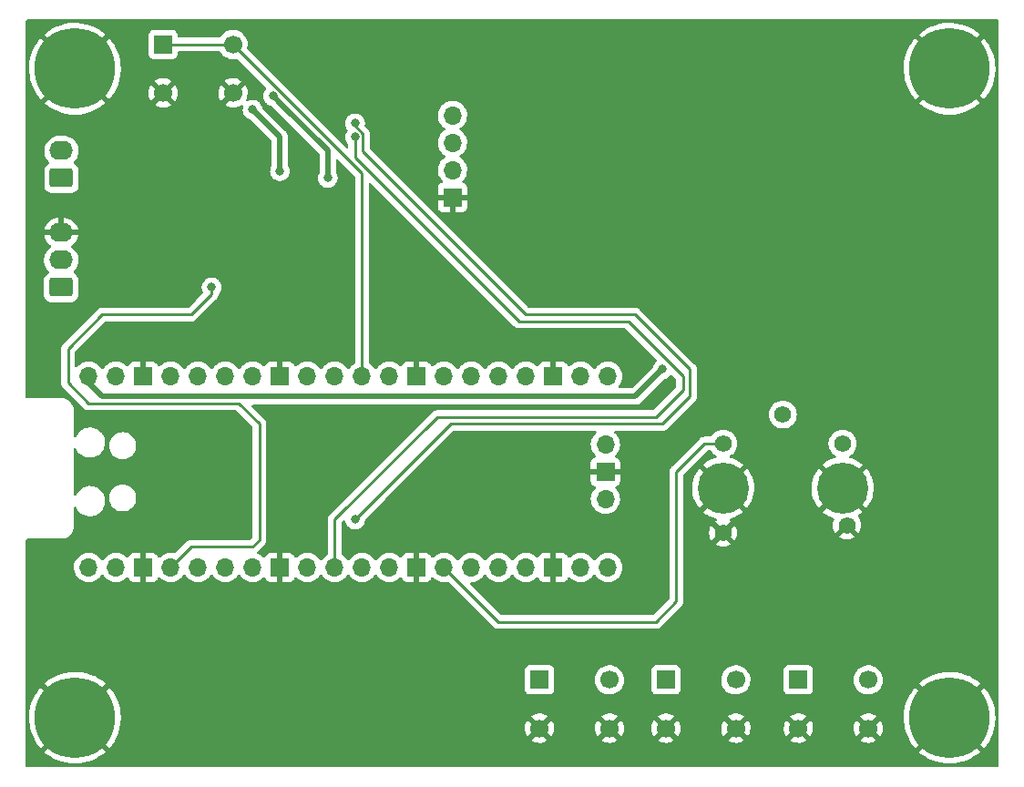
<source format=gbr>
%TF.GenerationSoftware,KiCad,Pcbnew,6.0.8-f2edbf62ab~116~ubuntu20.04.1*%
%TF.CreationDate,2022-10-13T01:59:19+02:00*%
%TF.ProjectId,Louie_for_Pico,4c6f7569-655f-4666-9f72-5f5069636f2e,rev?*%
%TF.SameCoordinates,Original*%
%TF.FileFunction,Copper,L2,Bot*%
%TF.FilePolarity,Positive*%
%FSLAX46Y46*%
G04 Gerber Fmt 4.6, Leading zero omitted, Abs format (unit mm)*
G04 Created by KiCad (PCBNEW 6.0.8-f2edbf62ab~116~ubuntu20.04.1) date 2022-10-13 01:59:19*
%MOMM*%
%LPD*%
G01*
G04 APERTURE LIST*
G04 Aperture macros list*
%AMRoundRect*
0 Rectangle with rounded corners*
0 $1 Rounding radius*
0 $2 $3 $4 $5 $6 $7 $8 $9 X,Y pos of 4 corners*
0 Add a 4 corners polygon primitive as box body*
4,1,4,$2,$3,$4,$5,$6,$7,$8,$9,$2,$3,0*
0 Add four circle primitives for the rounded corners*
1,1,$1+$1,$2,$3*
1,1,$1+$1,$4,$5*
1,1,$1+$1,$6,$7*
1,1,$1+$1,$8,$9*
0 Add four rect primitives between the rounded corners*
20,1,$1+$1,$2,$3,$4,$5,0*
20,1,$1+$1,$4,$5,$6,$7,0*
20,1,$1+$1,$6,$7,$8,$9,0*
20,1,$1+$1,$8,$9,$2,$3,0*%
G04 Aperture macros list end*
%TA.AperFunction,ComponentPad*%
%ADD10C,1.700000*%
%TD*%
%TA.AperFunction,ComponentPad*%
%ADD11R,1.700000X1.700000*%
%TD*%
%TA.AperFunction,ComponentPad*%
%ADD12O,1.700000X1.700000*%
%TD*%
%TA.AperFunction,ComponentPad*%
%ADD13C,7.500000*%
%TD*%
%TA.AperFunction,ComponentPad*%
%ADD14C,1.575000*%
%TD*%
%TA.AperFunction,ComponentPad*%
%ADD15C,4.755000*%
%TD*%
%TA.AperFunction,ComponentPad*%
%ADD16RoundRect,0.250000X0.845000X-0.620000X0.845000X0.620000X-0.845000X0.620000X-0.845000X-0.620000X0*%
%TD*%
%TA.AperFunction,ComponentPad*%
%ADD17O,2.190000X1.740000*%
%TD*%
%TA.AperFunction,ViaPad*%
%ADD18C,0.800000*%
%TD*%
%TA.AperFunction,Conductor*%
%ADD19C,0.500000*%
%TD*%
%TA.AperFunction,Conductor*%
%ADD20C,0.250000*%
%TD*%
G04 APERTURE END LIST*
D10*
%TO.P,SW3,1,1*%
%TO.N,/BTNONE*%
X136040000Y-106970000D03*
D11*
X129540000Y-106970000D03*
D10*
%TO.P,SW3,2,2*%
%TO.N,GND*%
X136040000Y-111470000D03*
X129540000Y-111470000D03*
%TD*%
D11*
%TO.P,Brd1,1,GND*%
%TO.N,GND*%
X121450000Y-62115000D03*
D12*
%TO.P,Brd1,2,VCC*%
%TO.N,+3V3*%
X121450000Y-59575000D03*
%TO.P,Brd1,3,SCL*%
%TO.N,/SCL*%
X121450000Y-57035000D03*
%TO.P,Brd1,4,SDA*%
%TO.N,/SDA*%
X121450000Y-54495000D03*
%TD*%
D13*
%TO.P,,1*%
%TO.N,GND*%
X167640000Y-50165000D03*
%TD*%
%TO.P,REF\u002A\u002A,1*%
%TO.N,GND*%
X86360000Y-50165000D03*
%TD*%
D14*
%TO.P,U3,A1,A1*%
%TO.N,/ENA*%
X146602000Y-85009000D03*
%TO.P,U3,B1,B1*%
%TO.N,/ENB*%
X157701000Y-85009000D03*
%TO.P,U3,C1,C1*%
%TO.N,GND*%
X146602000Y-93309000D03*
%TO.P,U3,D1,D1*%
X158102000Y-92609000D03*
%TO.P,U3,E1,E1*%
%TO.N,/ENSW*%
X152152000Y-82309000D03*
D15*
%TO.P,U3,MH1,MH1*%
%TO.N,GND*%
X146602000Y-89159000D03*
%TO.P,U3,MH2,MH2*%
X157701000Y-89159000D03*
%TD*%
D13*
%TO.P,REF\u002A\u002A,1*%
%TO.N,GND*%
X86360000Y-110490000D03*
%TD*%
D16*
%TO.P,J1,1,Pin_1*%
%TO.N,+5V*%
X85090000Y-70485000D03*
D17*
%TO.P,J1,2,Pin_2*%
%TO.N,/LEDdata*%
X85090000Y-67945000D03*
%TO.P,J1,3,Pin_3*%
%TO.N,GND*%
X85090000Y-65405000D03*
%TD*%
D11*
%TO.P,SW5,1,1*%
%TO.N,/BTNTHREE*%
X153595000Y-106970000D03*
D10*
X160095000Y-106970000D03*
%TO.P,SW5,2,2*%
%TO.N,GND*%
X153595000Y-111470000D03*
X160095000Y-111470000D03*
%TD*%
D12*
%TO.P,U2,1,GPIO0*%
%TO.N,unconnected-(U2-Pad1)*%
X87630000Y-96520000D03*
%TO.P,U2,2,GPIO1*%
%TO.N,unconnected-(U2-Pad2)*%
X90170000Y-96520000D03*
D11*
%TO.P,U2,3,GND*%
%TO.N,GND*%
X92710000Y-96520000D03*
D12*
%TO.P,U2,4,GPIO2*%
%TO.N,/STPEN*%
X95250000Y-96520000D03*
%TO.P,U2,5,GPIO3*%
%TO.N,/LEDdata*%
X97790000Y-96520000D03*
%TO.P,U2,6,GPIO4*%
%TO.N,unconnected-(U2-Pad6)*%
X100330000Y-96520000D03*
%TO.P,U2,7,GPIO5*%
%TO.N,unconnected-(U2-Pad7)*%
X102870000Y-96520000D03*
D11*
%TO.P,U2,8,GND*%
%TO.N,GND*%
X105410000Y-96520000D03*
D12*
%TO.P,U2,9,GPIO6*%
%TO.N,/SPD1*%
X107950000Y-96520000D03*
%TO.P,U2,10,GPIO7*%
%TO.N,/SPD2*%
X110490000Y-96520000D03*
%TO.P,U2,11,GPIO8*%
%TO.N,unconnected-(U2-Pad11)*%
X113030000Y-96520000D03*
%TO.P,U2,12,GPIO9*%
%TO.N,unconnected-(U2-Pad12)*%
X115570000Y-96520000D03*
D11*
%TO.P,U2,13,GND*%
%TO.N,GND*%
X118110000Y-96520000D03*
D12*
%TO.P,U2,14,GPIO10*%
%TO.N,/ENA*%
X120650000Y-96520000D03*
%TO.P,U2,15,GPIO11*%
%TO.N,/ENB*%
X123190000Y-96520000D03*
%TO.P,U2,16,GPIO12*%
%TO.N,/ENSW*%
X125730000Y-96520000D03*
%TO.P,U2,17,GPIO13*%
%TO.N,unconnected-(U2-Pad17)*%
X128270000Y-96520000D03*
D11*
%TO.P,U2,18,GND*%
%TO.N,GND*%
X130810000Y-96520000D03*
D12*
%TO.P,U2,19,GPIO14*%
%TO.N,unconnected-(U2-Pad19)*%
X133350000Y-96520000D03*
%TO.P,U2,20,GPIO15*%
%TO.N,unconnected-(U2-Pad20)*%
X135890000Y-96520000D03*
%TO.P,U2,21,GPIO16*%
%TO.N,/BTNONE*%
X135890000Y-78740000D03*
%TO.P,U2,22,GPIO17*%
%TO.N,/BTNTWO*%
X133350000Y-78740000D03*
D11*
%TO.P,U2,23,GND*%
%TO.N,GND*%
X130810000Y-78740000D03*
D12*
%TO.P,U2,24,GPIO18*%
%TO.N,/BTNTHREE*%
X128270000Y-78740000D03*
%TO.P,U2,25,GPIO19*%
%TO.N,unconnected-(U2-Pad25)*%
X125730000Y-78740000D03*
%TO.P,U2,26,GPIO20*%
%TO.N,/SDA*%
X123190000Y-78740000D03*
%TO.P,U2,27,GPIO21*%
%TO.N,/SCL*%
X120650000Y-78740000D03*
D11*
%TO.P,U2,28,GND*%
%TO.N,GND*%
X118110000Y-78740000D03*
D12*
%TO.P,U2,29,GPIO22*%
%TO.N,unconnected-(U2-Pad29)*%
X115570000Y-78740000D03*
%TO.P,U2,30,RUN*%
%TO.N,/RST*%
X113030000Y-78740000D03*
%TO.P,U2,31,GPIO26_ADC0*%
%TO.N,unconnected-(U2-Pad31)*%
X110490000Y-78740000D03*
%TO.P,U2,32,GPIO27_ADC1*%
%TO.N,unconnected-(U2-Pad32)*%
X107950000Y-78740000D03*
D11*
%TO.P,U2,33,AGND*%
%TO.N,GND*%
X105410000Y-78740000D03*
D12*
%TO.P,U2,34,GPIO28_ADC2*%
%TO.N,unconnected-(U2-Pad34)*%
X102870000Y-78740000D03*
%TO.P,U2,35,ADC_VREF*%
%TO.N,unconnected-(U2-Pad35)*%
X100330000Y-78740000D03*
%TO.P,U2,36,3V3*%
%TO.N,+3V3*%
X97790000Y-78740000D03*
%TO.P,U2,37,3V3_EN*%
%TO.N,unconnected-(U2-Pad37)*%
X95250000Y-78740000D03*
D11*
%TO.P,U2,38,GND*%
%TO.N,GND*%
X92710000Y-78740000D03*
D12*
%TO.P,U2,39,VSYS*%
%TO.N,unconnected-(U2-Pad39)*%
X90170000Y-78740000D03*
%TO.P,U2,40,VBUS*%
%TO.N,+5V*%
X87630000Y-78740000D03*
%TO.P,U2,41,SWCLK*%
%TO.N,unconnected-(U2-Pad41)*%
X135660000Y-90170000D03*
D11*
%TO.P,U2,42,GND*%
%TO.N,GND*%
X135660000Y-87630000D03*
D12*
%TO.P,U2,43,SWDIO*%
%TO.N,unconnected-(U2-Pad43)*%
X135660000Y-85090000D03*
%TD*%
D11*
%TO.P,SW4,1,1*%
%TO.N,/BTNTWO*%
X141276000Y-106970000D03*
D10*
X147776000Y-106970000D03*
%TO.P,SW4,2,2*%
%TO.N,GND*%
X147776000Y-111470000D03*
X141276000Y-111470000D03*
%TD*%
D13*
%TO.P,,1*%
%TO.N,GND*%
X167640000Y-110490000D03*
%TD*%
D16*
%TO.P,M1,1,+*%
%TO.N,Net-(IC1-Pad8)*%
X85110000Y-60325000D03*
D17*
%TO.P,M1,2,-*%
%TO.N,Net-(IC1-Pad6)*%
X85110000Y-57785000D03*
%TD*%
D11*
%TO.P,SW2,1,1*%
%TO.N,/RST*%
X94540000Y-47915000D03*
D10*
X101040000Y-47915000D03*
%TO.P,SW2,2,2*%
%TO.N,GND*%
X94540000Y-52415000D03*
X101040000Y-52415000D03*
%TD*%
D18*
%TO.N,GND*%
X102235000Y-56515000D03*
%TO.N,+5V*%
X140970000Y-78105000D03*
%TO.N,+9V*%
X105410000Y-59690000D03*
X109855000Y-60325000D03*
X102870000Y-53975000D03*
X104775000Y-52705000D03*
%TO.N,/SPD2*%
X112395000Y-56515000D03*
%TO.N,/SPD1*%
X112395000Y-92075000D03*
X112395000Y-55245000D03*
%TO.N,/STPEN*%
X99060000Y-70485000D03*
%TD*%
D19*
%TO.N,+5V*%
X138430000Y-80645000D02*
X140970000Y-78105000D01*
X87630000Y-79375000D02*
X88900000Y-80645000D01*
X88900000Y-80645000D02*
X138430000Y-80645000D01*
X87630000Y-78740000D02*
X87630000Y-79375000D01*
%TO.N,+9V*%
X105410000Y-56515000D02*
X102870000Y-53975000D01*
X105410000Y-53340000D02*
X109855000Y-57785000D01*
X105410000Y-59690000D02*
X105410000Y-56515000D01*
X109855000Y-57785000D02*
X109855000Y-60325000D01*
X105410000Y-53340000D02*
X104775000Y-52705000D01*
D20*
%TO.N,/SPD2*%
X140335000Y-82550000D02*
X120015000Y-82550000D01*
X142875000Y-78740000D02*
X142875000Y-80010000D01*
X137795000Y-73660000D02*
X142875000Y-78740000D01*
X127635000Y-73660000D02*
X137795000Y-73660000D01*
X110490000Y-92075000D02*
X110490000Y-96520000D01*
X112395000Y-56515000D02*
X112395000Y-58420000D01*
X142875000Y-80010000D02*
X140335000Y-82550000D01*
X112395000Y-58420000D02*
X127635000Y-73660000D01*
X120015000Y-82550000D02*
X110490000Y-92075000D01*
%TO.N,/SPD1*%
X143510000Y-78105000D02*
X143510000Y-80645000D01*
X140970000Y-83185000D02*
X121285000Y-83185000D01*
X121285000Y-83185000D02*
X112395000Y-92075000D01*
X138430000Y-73025000D02*
X143510000Y-78105000D01*
X113120000Y-57875000D02*
X128270000Y-73025000D01*
X112395000Y-55245000D02*
X112395000Y-55489695D01*
X113120000Y-56214695D02*
X113120000Y-57875000D01*
X143510000Y-80645000D02*
X140970000Y-83185000D01*
X128270000Y-73025000D02*
X138430000Y-73025000D01*
X112395000Y-55489695D02*
X113120000Y-56214695D01*
%TO.N,/ENA*%
X120650000Y-96520000D02*
X125730000Y-101600000D01*
X144861000Y-85009000D02*
X146602000Y-85009000D01*
X125730000Y-101600000D02*
X140335000Y-101600000D01*
X142240000Y-99695000D02*
X142240000Y-87630000D01*
X142240000Y-87630000D02*
X144861000Y-85009000D01*
X140335000Y-101600000D02*
X142240000Y-99695000D01*
%TO.N,/RST*%
X94540000Y-47915000D02*
X101040000Y-47915000D01*
X113030000Y-78740000D02*
X113030000Y-59905000D01*
X113030000Y-59905000D02*
X101040000Y-47915000D01*
%TO.N,/STPEN*%
X85725000Y-76200000D02*
X85725000Y-79375000D01*
X88900000Y-73025000D02*
X85725000Y-76200000D01*
X85725000Y-79375000D02*
X87630000Y-81280000D01*
X97155000Y-94615000D02*
X95250000Y-96520000D01*
X97155000Y-73025000D02*
X88900000Y-73025000D01*
X99060000Y-71120000D02*
X97155000Y-73025000D01*
X102870000Y-94615000D02*
X97155000Y-94615000D01*
X101600000Y-81280000D02*
X103505000Y-83185000D01*
X87630000Y-81280000D02*
X101600000Y-81280000D01*
X103505000Y-93980000D02*
X102870000Y-94615000D01*
X99060000Y-70485000D02*
X99060000Y-71120000D01*
X103505000Y-83185000D02*
X103505000Y-93980000D01*
%TD*%
%TA.AperFunction,Conductor*%
%TO.N,GND*%
G36*
X172055018Y-45595000D02*
G01*
X172069853Y-45597310D01*
X172069855Y-45597310D01*
X172078724Y-45598691D01*
X172084508Y-45597935D01*
X172150868Y-45618307D01*
X172196700Y-45672528D01*
X172205165Y-45713873D01*
X172206309Y-45713723D01*
X172206309Y-45713724D01*
X172206329Y-45713873D01*
X172210436Y-45745283D01*
X172211500Y-45761621D01*
X172211500Y-114885633D01*
X172210000Y-114905018D01*
X172206309Y-114928724D01*
X172207065Y-114934508D01*
X172186693Y-115000868D01*
X172132472Y-115046700D01*
X172091127Y-115055165D01*
X172091277Y-115056309D01*
X172091276Y-115056309D01*
X172059714Y-115060436D01*
X172043379Y-115061500D01*
X81964367Y-115061500D01*
X81944982Y-115060000D01*
X81930148Y-115057690D01*
X81930145Y-115057690D01*
X81921276Y-115056309D01*
X81916065Y-115056990D01*
X81849984Y-115036706D01*
X81804150Y-114982486D01*
X81793671Y-114939778D01*
X81793729Y-114935000D01*
X81789773Y-114907376D01*
X81788500Y-114889514D01*
X81788500Y-113676434D01*
X83538921Y-113676434D01*
X83545708Y-113686135D01*
X83745023Y-113856365D01*
X83749709Y-113860000D01*
X84073442Y-114087523D01*
X84078432Y-114090690D01*
X84422141Y-114286739D01*
X84427422Y-114289429D01*
X84788053Y-114452260D01*
X84793544Y-114454434D01*
X85167906Y-114582607D01*
X85173590Y-114584259D01*
X85558347Y-114676631D01*
X85564162Y-114677740D01*
X85955889Y-114733490D01*
X85961802Y-114734049D01*
X86357031Y-114752688D01*
X86362969Y-114752688D01*
X86758198Y-114734049D01*
X86764111Y-114733490D01*
X87155838Y-114677740D01*
X87161653Y-114676631D01*
X87546410Y-114584259D01*
X87552094Y-114582607D01*
X87926456Y-114454434D01*
X87931947Y-114452260D01*
X88292578Y-114289429D01*
X88297859Y-114286739D01*
X88641568Y-114090690D01*
X88646558Y-114087523D01*
X88970291Y-113860000D01*
X88974977Y-113856365D01*
X89172722Y-113687476D01*
X89179930Y-113676434D01*
X164818921Y-113676434D01*
X164825708Y-113686135D01*
X165025023Y-113856365D01*
X165029709Y-113860000D01*
X165353442Y-114087523D01*
X165358432Y-114090690D01*
X165702141Y-114286739D01*
X165707422Y-114289429D01*
X166068053Y-114452260D01*
X166073544Y-114454434D01*
X166447906Y-114582607D01*
X166453590Y-114584259D01*
X166838347Y-114676631D01*
X166844162Y-114677740D01*
X167235889Y-114733490D01*
X167241802Y-114734049D01*
X167637031Y-114752688D01*
X167642969Y-114752688D01*
X168038198Y-114734049D01*
X168044111Y-114733490D01*
X168435838Y-114677740D01*
X168441653Y-114676631D01*
X168826410Y-114584259D01*
X168832094Y-114582607D01*
X169206456Y-114454434D01*
X169211947Y-114452260D01*
X169572578Y-114289429D01*
X169577859Y-114286739D01*
X169921568Y-114090690D01*
X169926558Y-114087523D01*
X170250291Y-113860000D01*
X170254977Y-113856365D01*
X170452722Y-113687476D01*
X170461152Y-113674562D01*
X170455145Y-113664355D01*
X167652812Y-110862022D01*
X167638868Y-110854408D01*
X167637035Y-110854539D01*
X167630420Y-110858790D01*
X164826313Y-113662897D01*
X164818921Y-113676434D01*
X89179930Y-113676434D01*
X89181152Y-113674562D01*
X89175145Y-113664355D01*
X86372812Y-110862022D01*
X86358868Y-110854408D01*
X86357035Y-110854539D01*
X86350420Y-110858790D01*
X83546313Y-113662897D01*
X83538921Y-113676434D01*
X81788500Y-113676434D01*
X81788500Y-110359073D01*
X82099322Y-110359073D01*
X82105537Y-110754679D01*
X82105911Y-110760629D01*
X82149327Y-111153895D01*
X82150257Y-111159766D01*
X82230494Y-111547212D01*
X82231970Y-111552960D01*
X82348316Y-111931151D01*
X82350320Y-111936716D01*
X82501745Y-112302288D01*
X82504267Y-112307647D01*
X82689411Y-112657323D01*
X82692436Y-112662440D01*
X82909669Y-112993144D01*
X82913159Y-112997947D01*
X83160292Y-113306420D01*
X83173130Y-113313694D01*
X83174439Y-113313621D01*
X83181852Y-113308938D01*
X85987978Y-110502812D01*
X85994356Y-110491132D01*
X86724408Y-110491132D01*
X86724539Y-110492965D01*
X86728790Y-110499580D01*
X89535271Y-113306061D01*
X89549215Y-113313675D01*
X89550524Y-113313582D01*
X89557360Y-113309112D01*
X89559454Y-113306737D01*
X89806841Y-112997947D01*
X89810331Y-112993144D01*
X90027564Y-112662440D01*
X90030589Y-112657323D01*
X90063665Y-112594853D01*
X128779977Y-112594853D01*
X128785258Y-112601907D01*
X128946756Y-112696279D01*
X128956042Y-112700729D01*
X129155001Y-112776703D01*
X129164899Y-112779579D01*
X129373595Y-112822038D01*
X129383823Y-112823257D01*
X129596650Y-112831062D01*
X129606936Y-112830595D01*
X129818185Y-112803534D01*
X129828262Y-112801392D01*
X130032255Y-112740191D01*
X130041842Y-112736433D01*
X130233098Y-112642738D01*
X130241944Y-112637465D01*
X130289247Y-112603723D01*
X130296211Y-112594853D01*
X135279977Y-112594853D01*
X135285258Y-112601907D01*
X135446756Y-112696279D01*
X135456042Y-112700729D01*
X135655001Y-112776703D01*
X135664899Y-112779579D01*
X135873595Y-112822038D01*
X135883823Y-112823257D01*
X136096650Y-112831062D01*
X136106936Y-112830595D01*
X136318185Y-112803534D01*
X136328262Y-112801392D01*
X136532255Y-112740191D01*
X136541842Y-112736433D01*
X136733098Y-112642738D01*
X136741944Y-112637465D01*
X136789247Y-112603723D01*
X136796211Y-112594853D01*
X140515977Y-112594853D01*
X140521258Y-112601907D01*
X140682756Y-112696279D01*
X140692042Y-112700729D01*
X140891001Y-112776703D01*
X140900899Y-112779579D01*
X141109595Y-112822038D01*
X141119823Y-112823257D01*
X141332650Y-112831062D01*
X141342936Y-112830595D01*
X141554185Y-112803534D01*
X141564262Y-112801392D01*
X141768255Y-112740191D01*
X141777842Y-112736433D01*
X141969098Y-112642738D01*
X141977944Y-112637465D01*
X142025247Y-112603723D01*
X142032211Y-112594853D01*
X147015977Y-112594853D01*
X147021258Y-112601907D01*
X147182756Y-112696279D01*
X147192042Y-112700729D01*
X147391001Y-112776703D01*
X147400899Y-112779579D01*
X147609595Y-112822038D01*
X147619823Y-112823257D01*
X147832650Y-112831062D01*
X147842936Y-112830595D01*
X148054185Y-112803534D01*
X148064262Y-112801392D01*
X148268255Y-112740191D01*
X148277842Y-112736433D01*
X148469098Y-112642738D01*
X148477944Y-112637465D01*
X148525247Y-112603723D01*
X148532211Y-112594853D01*
X152834977Y-112594853D01*
X152840258Y-112601907D01*
X153001756Y-112696279D01*
X153011042Y-112700729D01*
X153210001Y-112776703D01*
X153219899Y-112779579D01*
X153428595Y-112822038D01*
X153438823Y-112823257D01*
X153651650Y-112831062D01*
X153661936Y-112830595D01*
X153873185Y-112803534D01*
X153883262Y-112801392D01*
X154087255Y-112740191D01*
X154096842Y-112736433D01*
X154288098Y-112642738D01*
X154296944Y-112637465D01*
X154344247Y-112603723D01*
X154351211Y-112594853D01*
X159334977Y-112594853D01*
X159340258Y-112601907D01*
X159501756Y-112696279D01*
X159511042Y-112700729D01*
X159710001Y-112776703D01*
X159719899Y-112779579D01*
X159928595Y-112822038D01*
X159938823Y-112823257D01*
X160151650Y-112831062D01*
X160161936Y-112830595D01*
X160373185Y-112803534D01*
X160383262Y-112801392D01*
X160587255Y-112740191D01*
X160596842Y-112736433D01*
X160788098Y-112642738D01*
X160796944Y-112637465D01*
X160844247Y-112603723D01*
X160852648Y-112593023D01*
X160845660Y-112579870D01*
X160107812Y-111842022D01*
X160093868Y-111834408D01*
X160092035Y-111834539D01*
X160085420Y-111838790D01*
X159341737Y-112582473D01*
X159334977Y-112594853D01*
X154351211Y-112594853D01*
X154352648Y-112593023D01*
X154345660Y-112579870D01*
X153607812Y-111842022D01*
X153593868Y-111834408D01*
X153592035Y-111834539D01*
X153585420Y-111838790D01*
X152841737Y-112582473D01*
X152834977Y-112594853D01*
X148532211Y-112594853D01*
X148533648Y-112593023D01*
X148526660Y-112579870D01*
X147788812Y-111842022D01*
X147774868Y-111834408D01*
X147773035Y-111834539D01*
X147766420Y-111838790D01*
X147022737Y-112582473D01*
X147015977Y-112594853D01*
X142032211Y-112594853D01*
X142033648Y-112593023D01*
X142026660Y-112579870D01*
X141288812Y-111842022D01*
X141274868Y-111834408D01*
X141273035Y-111834539D01*
X141266420Y-111838790D01*
X140522737Y-112582473D01*
X140515977Y-112594853D01*
X136796211Y-112594853D01*
X136797648Y-112593023D01*
X136790660Y-112579870D01*
X136052812Y-111842022D01*
X136038868Y-111834408D01*
X136037035Y-111834539D01*
X136030420Y-111838790D01*
X135286737Y-112582473D01*
X135279977Y-112594853D01*
X130296211Y-112594853D01*
X130297648Y-112593023D01*
X130290660Y-112579870D01*
X129552812Y-111842022D01*
X129538868Y-111834408D01*
X129537035Y-111834539D01*
X129530420Y-111838790D01*
X128786737Y-112582473D01*
X128779977Y-112594853D01*
X90063665Y-112594853D01*
X90215733Y-112307647D01*
X90218255Y-112302288D01*
X90369680Y-111936716D01*
X90371684Y-111931151D01*
X90488030Y-111552960D01*
X90489506Y-111547212D01*
X90511323Y-111441863D01*
X128178050Y-111441863D01*
X128190309Y-111654477D01*
X128191745Y-111664697D01*
X128238565Y-111872446D01*
X128241645Y-111882275D01*
X128321770Y-112079603D01*
X128326413Y-112088794D01*
X128406460Y-112219420D01*
X128416916Y-112228880D01*
X128425694Y-112225096D01*
X129167978Y-111482812D01*
X129174356Y-111471132D01*
X129904408Y-111471132D01*
X129904539Y-111472965D01*
X129908790Y-111479580D01*
X130650474Y-112221264D01*
X130662484Y-112227823D01*
X130674223Y-112218855D01*
X130705004Y-112176019D01*
X130710315Y-112167180D01*
X130804670Y-111976267D01*
X130808469Y-111966672D01*
X130870376Y-111762915D01*
X130872555Y-111752834D01*
X130900590Y-111539887D01*
X130901109Y-111533212D01*
X130902572Y-111473364D01*
X130902378Y-111466646D01*
X130900341Y-111441863D01*
X134678050Y-111441863D01*
X134690309Y-111654477D01*
X134691745Y-111664697D01*
X134738565Y-111872446D01*
X134741645Y-111882275D01*
X134821770Y-112079603D01*
X134826413Y-112088794D01*
X134906460Y-112219420D01*
X134916916Y-112228880D01*
X134925694Y-112225096D01*
X135667978Y-111482812D01*
X135674356Y-111471132D01*
X136404408Y-111471132D01*
X136404539Y-111472965D01*
X136408790Y-111479580D01*
X137150474Y-112221264D01*
X137162484Y-112227823D01*
X137174223Y-112218855D01*
X137205004Y-112176019D01*
X137210315Y-112167180D01*
X137304670Y-111976267D01*
X137308469Y-111966672D01*
X137370376Y-111762915D01*
X137372555Y-111752834D01*
X137400590Y-111539887D01*
X137401109Y-111533212D01*
X137402572Y-111473364D01*
X137402378Y-111466646D01*
X137400341Y-111441863D01*
X139914050Y-111441863D01*
X139926309Y-111654477D01*
X139927745Y-111664697D01*
X139974565Y-111872446D01*
X139977645Y-111882275D01*
X140057770Y-112079603D01*
X140062413Y-112088794D01*
X140142460Y-112219420D01*
X140152916Y-112228880D01*
X140161694Y-112225096D01*
X140903978Y-111482812D01*
X140910356Y-111471132D01*
X141640408Y-111471132D01*
X141640539Y-111472965D01*
X141644790Y-111479580D01*
X142386474Y-112221264D01*
X142398484Y-112227823D01*
X142410223Y-112218855D01*
X142441004Y-112176019D01*
X142446315Y-112167180D01*
X142540670Y-111976267D01*
X142544469Y-111966672D01*
X142606376Y-111762915D01*
X142608555Y-111752834D01*
X142636590Y-111539887D01*
X142637109Y-111533212D01*
X142638572Y-111473364D01*
X142638378Y-111466646D01*
X142636341Y-111441863D01*
X146414050Y-111441863D01*
X146426309Y-111654477D01*
X146427745Y-111664697D01*
X146474565Y-111872446D01*
X146477645Y-111882275D01*
X146557770Y-112079603D01*
X146562413Y-112088794D01*
X146642460Y-112219420D01*
X146652916Y-112228880D01*
X146661694Y-112225096D01*
X147403978Y-111482812D01*
X147410356Y-111471132D01*
X148140408Y-111471132D01*
X148140539Y-111472965D01*
X148144790Y-111479580D01*
X148886474Y-112221264D01*
X148898484Y-112227823D01*
X148910223Y-112218855D01*
X148941004Y-112176019D01*
X148946315Y-112167180D01*
X149040670Y-111976267D01*
X149044469Y-111966672D01*
X149106376Y-111762915D01*
X149108555Y-111752834D01*
X149136590Y-111539887D01*
X149137109Y-111533212D01*
X149138572Y-111473364D01*
X149138378Y-111466646D01*
X149136341Y-111441863D01*
X152233050Y-111441863D01*
X152245309Y-111654477D01*
X152246745Y-111664697D01*
X152293565Y-111872446D01*
X152296645Y-111882275D01*
X152376770Y-112079603D01*
X152381413Y-112088794D01*
X152461460Y-112219420D01*
X152471916Y-112228880D01*
X152480694Y-112225096D01*
X153222978Y-111482812D01*
X153229356Y-111471132D01*
X153959408Y-111471132D01*
X153959539Y-111472965D01*
X153963790Y-111479580D01*
X154705474Y-112221264D01*
X154717484Y-112227823D01*
X154729223Y-112218855D01*
X154760004Y-112176019D01*
X154765315Y-112167180D01*
X154859670Y-111976267D01*
X154863469Y-111966672D01*
X154925376Y-111762915D01*
X154927555Y-111752834D01*
X154955590Y-111539887D01*
X154956109Y-111533212D01*
X154957572Y-111473364D01*
X154957378Y-111466646D01*
X154955341Y-111441863D01*
X158733050Y-111441863D01*
X158745309Y-111654477D01*
X158746745Y-111664697D01*
X158793565Y-111872446D01*
X158796645Y-111882275D01*
X158876770Y-112079603D01*
X158881413Y-112088794D01*
X158961460Y-112219420D01*
X158971916Y-112228880D01*
X158980694Y-112225096D01*
X159722978Y-111482812D01*
X159729356Y-111471132D01*
X160459408Y-111471132D01*
X160459539Y-111472965D01*
X160463790Y-111479580D01*
X161205474Y-112221264D01*
X161217484Y-112227823D01*
X161229223Y-112218855D01*
X161260004Y-112176019D01*
X161265315Y-112167180D01*
X161359670Y-111976267D01*
X161363469Y-111966672D01*
X161425376Y-111762915D01*
X161427555Y-111752834D01*
X161455590Y-111539887D01*
X161456109Y-111533212D01*
X161457572Y-111473364D01*
X161457378Y-111466646D01*
X161439781Y-111252604D01*
X161438096Y-111242424D01*
X161386214Y-111035875D01*
X161382894Y-111026124D01*
X161297972Y-110830814D01*
X161293105Y-110821739D01*
X161228063Y-110721197D01*
X161217377Y-110711995D01*
X161207812Y-110716398D01*
X160467022Y-111457188D01*
X160459408Y-111471132D01*
X159729356Y-111471132D01*
X159730592Y-111468868D01*
X159730461Y-111467035D01*
X159726210Y-111460420D01*
X158984849Y-110719059D01*
X158973313Y-110712759D01*
X158961031Y-110722382D01*
X158913089Y-110792662D01*
X158908004Y-110801613D01*
X158818338Y-110994783D01*
X158814775Y-111004470D01*
X158757864Y-111209681D01*
X158755933Y-111219800D01*
X158733302Y-111431574D01*
X158733050Y-111441863D01*
X154955341Y-111441863D01*
X154939781Y-111252604D01*
X154938096Y-111242424D01*
X154886214Y-111035875D01*
X154882894Y-111026124D01*
X154797972Y-110830814D01*
X154793105Y-110821739D01*
X154728063Y-110721197D01*
X154717377Y-110711995D01*
X154707812Y-110716398D01*
X153967022Y-111457188D01*
X153959408Y-111471132D01*
X153229356Y-111471132D01*
X153230592Y-111468868D01*
X153230461Y-111467035D01*
X153226210Y-111460420D01*
X152484849Y-110719059D01*
X152473313Y-110712759D01*
X152461031Y-110722382D01*
X152413089Y-110792662D01*
X152408004Y-110801613D01*
X152318338Y-110994783D01*
X152314775Y-111004470D01*
X152257864Y-111209681D01*
X152255933Y-111219800D01*
X152233302Y-111431574D01*
X152233050Y-111441863D01*
X149136341Y-111441863D01*
X149120781Y-111252604D01*
X149119096Y-111242424D01*
X149067214Y-111035875D01*
X149063894Y-111026124D01*
X148978972Y-110830814D01*
X148974105Y-110821739D01*
X148909063Y-110721197D01*
X148898377Y-110711995D01*
X148888812Y-110716398D01*
X148148022Y-111457188D01*
X148140408Y-111471132D01*
X147410356Y-111471132D01*
X147411592Y-111468868D01*
X147411461Y-111467035D01*
X147407210Y-111460420D01*
X146665849Y-110719059D01*
X146654313Y-110712759D01*
X146642031Y-110722382D01*
X146594089Y-110792662D01*
X146589004Y-110801613D01*
X146499338Y-110994783D01*
X146495775Y-111004470D01*
X146438864Y-111209681D01*
X146436933Y-111219800D01*
X146414302Y-111431574D01*
X146414050Y-111441863D01*
X142636341Y-111441863D01*
X142620781Y-111252604D01*
X142619096Y-111242424D01*
X142567214Y-111035875D01*
X142563894Y-111026124D01*
X142478972Y-110830814D01*
X142474105Y-110821739D01*
X142409063Y-110721197D01*
X142398377Y-110711995D01*
X142388812Y-110716398D01*
X141648022Y-111457188D01*
X141640408Y-111471132D01*
X140910356Y-111471132D01*
X140911592Y-111468868D01*
X140911461Y-111467035D01*
X140907210Y-111460420D01*
X140165849Y-110719059D01*
X140154313Y-110712759D01*
X140142031Y-110722382D01*
X140094089Y-110792662D01*
X140089004Y-110801613D01*
X139999338Y-110994783D01*
X139995775Y-111004470D01*
X139938864Y-111209681D01*
X139936933Y-111219800D01*
X139914302Y-111431574D01*
X139914050Y-111441863D01*
X137400341Y-111441863D01*
X137384781Y-111252604D01*
X137383096Y-111242424D01*
X137331214Y-111035875D01*
X137327894Y-111026124D01*
X137242972Y-110830814D01*
X137238105Y-110821739D01*
X137173063Y-110721197D01*
X137162377Y-110711995D01*
X137152812Y-110716398D01*
X136412022Y-111457188D01*
X136404408Y-111471132D01*
X135674356Y-111471132D01*
X135675592Y-111468868D01*
X135675461Y-111467035D01*
X135671210Y-111460420D01*
X134929849Y-110719059D01*
X134918313Y-110712759D01*
X134906031Y-110722382D01*
X134858089Y-110792662D01*
X134853004Y-110801613D01*
X134763338Y-110994783D01*
X134759775Y-111004470D01*
X134702864Y-111209681D01*
X134700933Y-111219800D01*
X134678302Y-111431574D01*
X134678050Y-111441863D01*
X130900341Y-111441863D01*
X130884781Y-111252604D01*
X130883096Y-111242424D01*
X130831214Y-111035875D01*
X130827894Y-111026124D01*
X130742972Y-110830814D01*
X130738105Y-110821739D01*
X130673063Y-110721197D01*
X130662377Y-110711995D01*
X130652812Y-110716398D01*
X129912022Y-111457188D01*
X129904408Y-111471132D01*
X129174356Y-111471132D01*
X129175592Y-111468868D01*
X129175461Y-111467035D01*
X129171210Y-111460420D01*
X128429849Y-110719059D01*
X128418313Y-110712759D01*
X128406031Y-110722382D01*
X128358089Y-110792662D01*
X128353004Y-110801613D01*
X128263338Y-110994783D01*
X128259775Y-111004470D01*
X128202864Y-111209681D01*
X128200933Y-111219800D01*
X128178302Y-111431574D01*
X128178050Y-111441863D01*
X90511323Y-111441863D01*
X90569743Y-111159766D01*
X90570673Y-111153895D01*
X90614145Y-110760124D01*
X90614494Y-110755196D01*
X90622750Y-110492468D01*
X90622711Y-110487530D01*
X90616057Y-110346427D01*
X128781223Y-110346427D01*
X128787968Y-110358758D01*
X129527188Y-111097978D01*
X129541132Y-111105592D01*
X129542965Y-111105461D01*
X129549580Y-111101210D01*
X130293389Y-110357401D01*
X130299382Y-110346427D01*
X135281223Y-110346427D01*
X135287968Y-110358758D01*
X136027188Y-111097978D01*
X136041132Y-111105592D01*
X136042965Y-111105461D01*
X136049580Y-111101210D01*
X136793389Y-110357401D01*
X136799382Y-110346427D01*
X140517223Y-110346427D01*
X140523968Y-110358758D01*
X141263188Y-111097978D01*
X141277132Y-111105592D01*
X141278965Y-111105461D01*
X141285580Y-111101210D01*
X142029389Y-110357401D01*
X142035382Y-110346427D01*
X147017223Y-110346427D01*
X147023968Y-110358758D01*
X147763188Y-111097978D01*
X147777132Y-111105592D01*
X147778965Y-111105461D01*
X147785580Y-111101210D01*
X148529389Y-110357401D01*
X148535382Y-110346427D01*
X152836223Y-110346427D01*
X152842968Y-110358758D01*
X153582188Y-111097978D01*
X153596132Y-111105592D01*
X153597965Y-111105461D01*
X153604580Y-111101210D01*
X154348389Y-110357401D01*
X154354382Y-110346427D01*
X159336223Y-110346427D01*
X159342968Y-110358758D01*
X160082188Y-111097978D01*
X160096132Y-111105592D01*
X160097965Y-111105461D01*
X160104580Y-111101210D01*
X160846717Y-110359073D01*
X163379322Y-110359073D01*
X163385537Y-110754679D01*
X163385911Y-110760629D01*
X163429327Y-111153895D01*
X163430257Y-111159766D01*
X163510494Y-111547212D01*
X163511970Y-111552960D01*
X163628316Y-111931151D01*
X163630320Y-111936716D01*
X163781745Y-112302288D01*
X163784267Y-112307647D01*
X163969411Y-112657323D01*
X163972436Y-112662440D01*
X164189669Y-112993144D01*
X164193159Y-112997947D01*
X164440292Y-113306420D01*
X164453130Y-113313694D01*
X164454439Y-113313621D01*
X164461852Y-113308938D01*
X167267978Y-110502812D01*
X167274356Y-110491132D01*
X168004408Y-110491132D01*
X168004539Y-110492965D01*
X168008790Y-110499580D01*
X170815271Y-113306061D01*
X170829215Y-113313675D01*
X170830524Y-113313582D01*
X170837360Y-113309112D01*
X170839454Y-113306737D01*
X171086841Y-112997947D01*
X171090331Y-112993144D01*
X171307564Y-112662440D01*
X171310589Y-112657323D01*
X171495733Y-112307647D01*
X171498255Y-112302288D01*
X171649680Y-111936716D01*
X171651684Y-111931151D01*
X171768030Y-111552960D01*
X171769506Y-111547212D01*
X171849743Y-111159766D01*
X171850673Y-111153895D01*
X171894145Y-110760124D01*
X171894494Y-110755196D01*
X171902750Y-110492468D01*
X171902711Y-110487530D01*
X171884049Y-110091802D01*
X171883490Y-110085889D01*
X171827740Y-109694162D01*
X171826631Y-109688347D01*
X171734259Y-109303590D01*
X171732607Y-109297906D01*
X171604434Y-108923544D01*
X171602260Y-108918053D01*
X171439429Y-108557422D01*
X171436739Y-108552141D01*
X171240690Y-108208432D01*
X171237523Y-108203442D01*
X171010000Y-107879709D01*
X171006365Y-107875023D01*
X170837476Y-107677278D01*
X170824562Y-107668848D01*
X170814355Y-107674855D01*
X168012022Y-110477188D01*
X168004408Y-110491132D01*
X167274356Y-110491132D01*
X167275592Y-110488868D01*
X167275461Y-110487035D01*
X167271210Y-110480420D01*
X164467402Y-107676612D01*
X164453458Y-107668998D01*
X164453205Y-107669016D01*
X164444463Y-107674930D01*
X164357436Y-107770572D01*
X164353649Y-107775150D01*
X164116088Y-108091551D01*
X164112744Y-108096471D01*
X163906001Y-108433845D01*
X163903153Y-108439025D01*
X163729072Y-108794370D01*
X163726723Y-108799797D01*
X163586858Y-109169939D01*
X163585026Y-109175578D01*
X163480622Y-109557215D01*
X163479323Y-109563028D01*
X163411295Y-109952811D01*
X163410554Y-109958674D01*
X163379507Y-110353147D01*
X163379322Y-110359073D01*
X160846717Y-110359073D01*
X160848389Y-110357401D01*
X160855410Y-110344544D01*
X160848611Y-110335213D01*
X160844554Y-110332518D01*
X160658117Y-110229599D01*
X160648705Y-110225369D01*
X160447959Y-110154280D01*
X160437989Y-110151646D01*
X160228327Y-110114301D01*
X160218073Y-110113331D01*
X160005116Y-110110728D01*
X159994832Y-110111448D01*
X159784321Y-110143661D01*
X159774293Y-110146050D01*
X159571868Y-110212212D01*
X159562359Y-110216209D01*
X159373466Y-110314540D01*
X159364734Y-110320039D01*
X159344677Y-110335099D01*
X159336223Y-110346427D01*
X154354382Y-110346427D01*
X154355410Y-110344544D01*
X154348611Y-110335213D01*
X154344554Y-110332518D01*
X154158117Y-110229599D01*
X154148705Y-110225369D01*
X153947959Y-110154280D01*
X153937989Y-110151646D01*
X153728327Y-110114301D01*
X153718073Y-110113331D01*
X153505116Y-110110728D01*
X153494832Y-110111448D01*
X153284321Y-110143661D01*
X153274293Y-110146050D01*
X153071868Y-110212212D01*
X153062359Y-110216209D01*
X152873466Y-110314540D01*
X152864734Y-110320039D01*
X152844677Y-110335099D01*
X152836223Y-110346427D01*
X148535382Y-110346427D01*
X148536410Y-110344544D01*
X148529611Y-110335213D01*
X148525554Y-110332518D01*
X148339117Y-110229599D01*
X148329705Y-110225369D01*
X148128959Y-110154280D01*
X148118989Y-110151646D01*
X147909327Y-110114301D01*
X147899073Y-110113331D01*
X147686116Y-110110728D01*
X147675832Y-110111448D01*
X147465321Y-110143661D01*
X147455293Y-110146050D01*
X147252868Y-110212212D01*
X147243359Y-110216209D01*
X147054466Y-110314540D01*
X147045734Y-110320039D01*
X147025677Y-110335099D01*
X147017223Y-110346427D01*
X142035382Y-110346427D01*
X142036410Y-110344544D01*
X142029611Y-110335213D01*
X142025554Y-110332518D01*
X141839117Y-110229599D01*
X141829705Y-110225369D01*
X141628959Y-110154280D01*
X141618989Y-110151646D01*
X141409327Y-110114301D01*
X141399073Y-110113331D01*
X141186116Y-110110728D01*
X141175832Y-110111448D01*
X140965321Y-110143661D01*
X140955293Y-110146050D01*
X140752868Y-110212212D01*
X140743359Y-110216209D01*
X140554466Y-110314540D01*
X140545734Y-110320039D01*
X140525677Y-110335099D01*
X140517223Y-110346427D01*
X136799382Y-110346427D01*
X136800410Y-110344544D01*
X136793611Y-110335213D01*
X136789554Y-110332518D01*
X136603117Y-110229599D01*
X136593705Y-110225369D01*
X136392959Y-110154280D01*
X136382989Y-110151646D01*
X136173327Y-110114301D01*
X136163073Y-110113331D01*
X135950116Y-110110728D01*
X135939832Y-110111448D01*
X135729321Y-110143661D01*
X135719293Y-110146050D01*
X135516868Y-110212212D01*
X135507359Y-110216209D01*
X135318466Y-110314540D01*
X135309734Y-110320039D01*
X135289677Y-110335099D01*
X135281223Y-110346427D01*
X130299382Y-110346427D01*
X130300410Y-110344544D01*
X130293611Y-110335213D01*
X130289554Y-110332518D01*
X130103117Y-110229599D01*
X130093705Y-110225369D01*
X129892959Y-110154280D01*
X129882989Y-110151646D01*
X129673327Y-110114301D01*
X129663073Y-110113331D01*
X129450116Y-110110728D01*
X129439832Y-110111448D01*
X129229321Y-110143661D01*
X129219293Y-110146050D01*
X129016868Y-110212212D01*
X129007359Y-110216209D01*
X128818466Y-110314540D01*
X128809734Y-110320039D01*
X128789677Y-110335099D01*
X128781223Y-110346427D01*
X90616057Y-110346427D01*
X90604049Y-110091802D01*
X90603490Y-110085889D01*
X90547740Y-109694162D01*
X90546631Y-109688347D01*
X90454259Y-109303590D01*
X90452607Y-109297906D01*
X90324434Y-108923544D01*
X90322260Y-108918053D01*
X90159429Y-108557422D01*
X90156739Y-108552141D01*
X89960690Y-108208432D01*
X89957523Y-108203442D01*
X89730000Y-107879709D01*
X89726365Y-107875023D01*
X89720481Y-107868134D01*
X128181500Y-107868134D01*
X128188255Y-107930316D01*
X128239385Y-108066705D01*
X128326739Y-108183261D01*
X128443295Y-108270615D01*
X128579684Y-108321745D01*
X128641866Y-108328500D01*
X130438134Y-108328500D01*
X130500316Y-108321745D01*
X130636705Y-108270615D01*
X130753261Y-108183261D01*
X130840615Y-108066705D01*
X130891745Y-107930316D01*
X130898500Y-107868134D01*
X130898500Y-106936695D01*
X134677251Y-106936695D01*
X134677548Y-106941848D01*
X134677548Y-106941851D01*
X134689812Y-107154547D01*
X134690110Y-107159715D01*
X134691247Y-107164761D01*
X134691248Y-107164767D01*
X134711119Y-107252939D01*
X134739222Y-107377639D01*
X134823266Y-107584616D01*
X134825965Y-107589020D01*
X134937220Y-107770572D01*
X134939987Y-107775088D01*
X135086250Y-107943938D01*
X135258126Y-108086632D01*
X135451000Y-108199338D01*
X135659692Y-108279030D01*
X135664760Y-108280061D01*
X135664763Y-108280062D01*
X135772017Y-108301883D01*
X135878597Y-108323567D01*
X135883772Y-108323757D01*
X135883774Y-108323757D01*
X136096673Y-108331564D01*
X136096677Y-108331564D01*
X136101837Y-108331753D01*
X136106957Y-108331097D01*
X136106959Y-108331097D01*
X136318288Y-108304025D01*
X136318289Y-108304025D01*
X136323416Y-108303368D01*
X136328366Y-108301883D01*
X136532429Y-108240661D01*
X136532434Y-108240659D01*
X136537384Y-108239174D01*
X136737994Y-108140896D01*
X136919860Y-108011173D01*
X137063400Y-107868134D01*
X139917500Y-107868134D01*
X139924255Y-107930316D01*
X139975385Y-108066705D01*
X140062739Y-108183261D01*
X140179295Y-108270615D01*
X140315684Y-108321745D01*
X140377866Y-108328500D01*
X142174134Y-108328500D01*
X142236316Y-108321745D01*
X142372705Y-108270615D01*
X142489261Y-108183261D01*
X142576615Y-108066705D01*
X142627745Y-107930316D01*
X142634500Y-107868134D01*
X142634500Y-106936695D01*
X146413251Y-106936695D01*
X146413548Y-106941848D01*
X146413548Y-106941851D01*
X146425812Y-107154547D01*
X146426110Y-107159715D01*
X146427247Y-107164761D01*
X146427248Y-107164767D01*
X146447119Y-107252939D01*
X146475222Y-107377639D01*
X146559266Y-107584616D01*
X146561965Y-107589020D01*
X146673220Y-107770572D01*
X146675987Y-107775088D01*
X146822250Y-107943938D01*
X146994126Y-108086632D01*
X147187000Y-108199338D01*
X147395692Y-108279030D01*
X147400760Y-108280061D01*
X147400763Y-108280062D01*
X147508017Y-108301883D01*
X147614597Y-108323567D01*
X147619772Y-108323757D01*
X147619774Y-108323757D01*
X147832673Y-108331564D01*
X147832677Y-108331564D01*
X147837837Y-108331753D01*
X147842957Y-108331097D01*
X147842959Y-108331097D01*
X148054288Y-108304025D01*
X148054289Y-108304025D01*
X148059416Y-108303368D01*
X148064366Y-108301883D01*
X148268429Y-108240661D01*
X148268434Y-108240659D01*
X148273384Y-108239174D01*
X148473994Y-108140896D01*
X148655860Y-108011173D01*
X148799400Y-107868134D01*
X152236500Y-107868134D01*
X152243255Y-107930316D01*
X152294385Y-108066705D01*
X152381739Y-108183261D01*
X152498295Y-108270615D01*
X152634684Y-108321745D01*
X152696866Y-108328500D01*
X154493134Y-108328500D01*
X154555316Y-108321745D01*
X154691705Y-108270615D01*
X154808261Y-108183261D01*
X154895615Y-108066705D01*
X154946745Y-107930316D01*
X154953500Y-107868134D01*
X154953500Y-106936695D01*
X158732251Y-106936695D01*
X158732548Y-106941848D01*
X158732548Y-106941851D01*
X158744812Y-107154547D01*
X158745110Y-107159715D01*
X158746247Y-107164761D01*
X158746248Y-107164767D01*
X158766119Y-107252939D01*
X158794222Y-107377639D01*
X158878266Y-107584616D01*
X158880965Y-107589020D01*
X158992220Y-107770572D01*
X158994987Y-107775088D01*
X159141250Y-107943938D01*
X159313126Y-108086632D01*
X159506000Y-108199338D01*
X159714692Y-108279030D01*
X159719760Y-108280061D01*
X159719763Y-108280062D01*
X159827017Y-108301883D01*
X159933597Y-108323567D01*
X159938772Y-108323757D01*
X159938774Y-108323757D01*
X160151673Y-108331564D01*
X160151677Y-108331564D01*
X160156837Y-108331753D01*
X160161957Y-108331097D01*
X160161959Y-108331097D01*
X160373288Y-108304025D01*
X160373289Y-108304025D01*
X160378416Y-108303368D01*
X160383366Y-108301883D01*
X160587429Y-108240661D01*
X160587434Y-108240659D01*
X160592384Y-108239174D01*
X160792994Y-108140896D01*
X160974860Y-108011173D01*
X161133096Y-107853489D01*
X161192594Y-107770689D01*
X161260435Y-107676277D01*
X161263453Y-107672077D01*
X161362430Y-107471811D01*
X161410155Y-107314729D01*
X161412818Y-107305964D01*
X164818939Y-107305964D01*
X164818945Y-107306217D01*
X164824445Y-107315235D01*
X167627188Y-110117978D01*
X167641132Y-110125592D01*
X167642965Y-110125461D01*
X167649580Y-110121210D01*
X170456061Y-107314729D01*
X170463675Y-107300785D01*
X170463582Y-107299476D01*
X170459112Y-107292640D01*
X170456737Y-107290546D01*
X170147947Y-107043159D01*
X170143143Y-107039668D01*
X169812440Y-106822436D01*
X169807323Y-106819411D01*
X169457647Y-106634267D01*
X169452288Y-106631745D01*
X169086716Y-106480320D01*
X169081151Y-106478316D01*
X168702960Y-106361970D01*
X168697212Y-106360494D01*
X168309766Y-106280257D01*
X168303895Y-106279327D01*
X167910629Y-106235911D01*
X167904679Y-106235537D01*
X167509073Y-106229322D01*
X167503147Y-106229507D01*
X167108674Y-106260554D01*
X167102811Y-106261295D01*
X166713028Y-106329323D01*
X166707215Y-106330622D01*
X166325578Y-106435026D01*
X166319939Y-106436858D01*
X165949797Y-106576723D01*
X165944370Y-106579072D01*
X165589025Y-106753153D01*
X165583845Y-106756001D01*
X165246471Y-106962744D01*
X165241551Y-106966088D01*
X164925150Y-107203649D01*
X164920572Y-107207436D01*
X164827199Y-107292398D01*
X164818939Y-107305964D01*
X161412818Y-107305964D01*
X161425865Y-107263023D01*
X161425865Y-107263021D01*
X161427370Y-107258069D01*
X161456529Y-107036590D01*
X161458156Y-106970000D01*
X161439852Y-106747361D01*
X161385431Y-106530702D01*
X161296354Y-106325840D01*
X161175014Y-106138277D01*
X161024670Y-105973051D01*
X161020619Y-105969852D01*
X161020615Y-105969848D01*
X160853414Y-105837800D01*
X160853410Y-105837798D01*
X160849359Y-105834598D01*
X160653789Y-105726638D01*
X160648920Y-105724914D01*
X160648916Y-105724912D01*
X160448087Y-105653795D01*
X160448083Y-105653794D01*
X160443212Y-105652069D01*
X160438119Y-105651162D01*
X160438116Y-105651161D01*
X160228373Y-105613800D01*
X160228367Y-105613799D01*
X160223284Y-105612894D01*
X160149452Y-105611992D01*
X160005081Y-105610228D01*
X160005079Y-105610228D01*
X159999911Y-105610165D01*
X159779091Y-105643955D01*
X159566756Y-105713357D01*
X159368607Y-105816507D01*
X159364474Y-105819610D01*
X159364471Y-105819612D01*
X159194100Y-105947530D01*
X159189965Y-105950635D01*
X159035629Y-106112138D01*
X159032715Y-106116410D01*
X159032714Y-106116411D01*
X158955565Y-106229507D01*
X158909743Y-106296680D01*
X158894591Y-106329323D01*
X158824501Y-106480320D01*
X158815688Y-106499305D01*
X158755989Y-106714570D01*
X158732251Y-106936695D01*
X154953500Y-106936695D01*
X154953500Y-106071866D01*
X154946745Y-106009684D01*
X154895615Y-105873295D01*
X154808261Y-105756739D01*
X154691705Y-105669385D01*
X154555316Y-105618255D01*
X154493134Y-105611500D01*
X152696866Y-105611500D01*
X152634684Y-105618255D01*
X152498295Y-105669385D01*
X152381739Y-105756739D01*
X152294385Y-105873295D01*
X152243255Y-106009684D01*
X152236500Y-106071866D01*
X152236500Y-107868134D01*
X148799400Y-107868134D01*
X148814096Y-107853489D01*
X148873594Y-107770689D01*
X148941435Y-107676277D01*
X148944453Y-107672077D01*
X149043430Y-107471811D01*
X149091155Y-107314729D01*
X149106865Y-107263023D01*
X149106865Y-107263021D01*
X149108370Y-107258069D01*
X149137529Y-107036590D01*
X149139156Y-106970000D01*
X149120852Y-106747361D01*
X149066431Y-106530702D01*
X148977354Y-106325840D01*
X148856014Y-106138277D01*
X148705670Y-105973051D01*
X148701619Y-105969852D01*
X148701615Y-105969848D01*
X148534414Y-105837800D01*
X148534410Y-105837798D01*
X148530359Y-105834598D01*
X148334789Y-105726638D01*
X148329920Y-105724914D01*
X148329916Y-105724912D01*
X148129087Y-105653795D01*
X148129083Y-105653794D01*
X148124212Y-105652069D01*
X148119119Y-105651162D01*
X148119116Y-105651161D01*
X147909373Y-105613800D01*
X147909367Y-105613799D01*
X147904284Y-105612894D01*
X147830452Y-105611992D01*
X147686081Y-105610228D01*
X147686079Y-105610228D01*
X147680911Y-105610165D01*
X147460091Y-105643955D01*
X147247756Y-105713357D01*
X147049607Y-105816507D01*
X147045474Y-105819610D01*
X147045471Y-105819612D01*
X146875100Y-105947530D01*
X146870965Y-105950635D01*
X146716629Y-106112138D01*
X146713715Y-106116410D01*
X146713714Y-106116411D01*
X146636565Y-106229507D01*
X146590743Y-106296680D01*
X146575591Y-106329323D01*
X146505501Y-106480320D01*
X146496688Y-106499305D01*
X146436989Y-106714570D01*
X146413251Y-106936695D01*
X142634500Y-106936695D01*
X142634500Y-106071866D01*
X142627745Y-106009684D01*
X142576615Y-105873295D01*
X142489261Y-105756739D01*
X142372705Y-105669385D01*
X142236316Y-105618255D01*
X142174134Y-105611500D01*
X140377866Y-105611500D01*
X140315684Y-105618255D01*
X140179295Y-105669385D01*
X140062739Y-105756739D01*
X139975385Y-105873295D01*
X139924255Y-106009684D01*
X139917500Y-106071866D01*
X139917500Y-107868134D01*
X137063400Y-107868134D01*
X137078096Y-107853489D01*
X137137594Y-107770689D01*
X137205435Y-107676277D01*
X137208453Y-107672077D01*
X137307430Y-107471811D01*
X137355155Y-107314729D01*
X137370865Y-107263023D01*
X137370865Y-107263021D01*
X137372370Y-107258069D01*
X137401529Y-107036590D01*
X137403156Y-106970000D01*
X137384852Y-106747361D01*
X137330431Y-106530702D01*
X137241354Y-106325840D01*
X137120014Y-106138277D01*
X136969670Y-105973051D01*
X136965619Y-105969852D01*
X136965615Y-105969848D01*
X136798414Y-105837800D01*
X136798410Y-105837798D01*
X136794359Y-105834598D01*
X136598789Y-105726638D01*
X136593920Y-105724914D01*
X136593916Y-105724912D01*
X136393087Y-105653795D01*
X136393083Y-105653794D01*
X136388212Y-105652069D01*
X136383119Y-105651162D01*
X136383116Y-105651161D01*
X136173373Y-105613800D01*
X136173367Y-105613799D01*
X136168284Y-105612894D01*
X136094452Y-105611992D01*
X135950081Y-105610228D01*
X135950079Y-105610228D01*
X135944911Y-105610165D01*
X135724091Y-105643955D01*
X135511756Y-105713357D01*
X135313607Y-105816507D01*
X135309474Y-105819610D01*
X135309471Y-105819612D01*
X135139100Y-105947530D01*
X135134965Y-105950635D01*
X134980629Y-106112138D01*
X134977715Y-106116410D01*
X134977714Y-106116411D01*
X134900565Y-106229507D01*
X134854743Y-106296680D01*
X134839591Y-106329323D01*
X134769501Y-106480320D01*
X134760688Y-106499305D01*
X134700989Y-106714570D01*
X134677251Y-106936695D01*
X130898500Y-106936695D01*
X130898500Y-106071866D01*
X130891745Y-106009684D01*
X130840615Y-105873295D01*
X130753261Y-105756739D01*
X130636705Y-105669385D01*
X130500316Y-105618255D01*
X130438134Y-105611500D01*
X128641866Y-105611500D01*
X128579684Y-105618255D01*
X128443295Y-105669385D01*
X128326739Y-105756739D01*
X128239385Y-105873295D01*
X128188255Y-106009684D01*
X128181500Y-106071866D01*
X128181500Y-107868134D01*
X89720481Y-107868134D01*
X89557476Y-107677278D01*
X89544562Y-107668848D01*
X89534355Y-107674855D01*
X86732022Y-110477188D01*
X86724408Y-110491132D01*
X85994356Y-110491132D01*
X85995592Y-110488868D01*
X85995461Y-110487035D01*
X85991210Y-110480420D01*
X83187402Y-107676612D01*
X83173458Y-107668998D01*
X83173205Y-107669016D01*
X83164463Y-107674930D01*
X83077436Y-107770572D01*
X83073649Y-107775150D01*
X82836088Y-108091551D01*
X82832744Y-108096471D01*
X82626001Y-108433845D01*
X82623153Y-108439025D01*
X82449072Y-108794370D01*
X82446723Y-108799797D01*
X82306858Y-109169939D01*
X82305026Y-109175578D01*
X82200622Y-109557215D01*
X82199323Y-109563028D01*
X82131295Y-109952811D01*
X82130554Y-109958674D01*
X82099507Y-110353147D01*
X82099322Y-110359073D01*
X81788500Y-110359073D01*
X81788500Y-107305964D01*
X83538939Y-107305964D01*
X83538945Y-107306217D01*
X83544445Y-107315235D01*
X86347188Y-110117978D01*
X86361132Y-110125592D01*
X86362965Y-110125461D01*
X86369580Y-110121210D01*
X89176061Y-107314729D01*
X89183675Y-107300785D01*
X89183582Y-107299476D01*
X89179112Y-107292640D01*
X89176737Y-107290546D01*
X88867947Y-107043159D01*
X88863143Y-107039668D01*
X88532440Y-106822436D01*
X88527323Y-106819411D01*
X88177647Y-106634267D01*
X88172288Y-106631745D01*
X87806716Y-106480320D01*
X87801151Y-106478316D01*
X87422960Y-106361970D01*
X87417212Y-106360494D01*
X87029766Y-106280257D01*
X87023895Y-106279327D01*
X86630629Y-106235911D01*
X86624679Y-106235537D01*
X86229073Y-106229322D01*
X86223147Y-106229507D01*
X85828674Y-106260554D01*
X85822811Y-106261295D01*
X85433028Y-106329323D01*
X85427215Y-106330622D01*
X85045578Y-106435026D01*
X85039939Y-106436858D01*
X84669797Y-106576723D01*
X84664370Y-106579072D01*
X84309025Y-106753153D01*
X84303845Y-106756001D01*
X83966471Y-106962744D01*
X83961551Y-106966088D01*
X83645150Y-107203649D01*
X83640572Y-107207436D01*
X83547199Y-107292398D01*
X83538939Y-107305964D01*
X81788500Y-107305964D01*
X81788500Y-96486695D01*
X86267251Y-96486695D01*
X86267548Y-96491848D01*
X86267548Y-96491851D01*
X86273011Y-96586590D01*
X86280110Y-96709715D01*
X86281247Y-96714761D01*
X86281248Y-96714767D01*
X86301119Y-96802939D01*
X86329222Y-96927639D01*
X86413266Y-97134616D01*
X86464019Y-97217438D01*
X86527291Y-97320688D01*
X86529987Y-97325088D01*
X86676250Y-97493938D01*
X86848126Y-97636632D01*
X87041000Y-97749338D01*
X87249692Y-97829030D01*
X87254760Y-97830061D01*
X87254763Y-97830062D01*
X87362012Y-97851882D01*
X87468597Y-97873567D01*
X87473772Y-97873757D01*
X87473774Y-97873757D01*
X87686673Y-97881564D01*
X87686677Y-97881564D01*
X87691837Y-97881753D01*
X87696957Y-97881097D01*
X87696959Y-97881097D01*
X87908288Y-97854025D01*
X87908289Y-97854025D01*
X87913416Y-97853368D01*
X87918369Y-97851882D01*
X88122429Y-97790661D01*
X88122434Y-97790659D01*
X88127384Y-97789174D01*
X88327994Y-97690896D01*
X88509860Y-97561173D01*
X88668096Y-97403489D01*
X88727594Y-97320689D01*
X88798453Y-97222077D01*
X88799776Y-97223028D01*
X88846645Y-97179857D01*
X88916580Y-97167625D01*
X88982026Y-97195144D01*
X89009875Y-97226994D01*
X89069987Y-97325088D01*
X89216250Y-97493938D01*
X89388126Y-97636632D01*
X89581000Y-97749338D01*
X89789692Y-97829030D01*
X89794760Y-97830061D01*
X89794763Y-97830062D01*
X89902012Y-97851882D01*
X90008597Y-97873567D01*
X90013772Y-97873757D01*
X90013774Y-97873757D01*
X90226673Y-97881564D01*
X90226677Y-97881564D01*
X90231837Y-97881753D01*
X90236957Y-97881097D01*
X90236959Y-97881097D01*
X90448288Y-97854025D01*
X90448289Y-97854025D01*
X90453416Y-97853368D01*
X90458369Y-97851882D01*
X90662429Y-97790661D01*
X90662434Y-97790659D01*
X90667384Y-97789174D01*
X90867994Y-97690896D01*
X91049860Y-97561173D01*
X91117331Y-97493938D01*
X91158479Y-97452933D01*
X91220851Y-97419017D01*
X91291658Y-97424205D01*
X91348419Y-97466851D01*
X91365401Y-97497954D01*
X91406676Y-97608054D01*
X91415214Y-97623649D01*
X91491715Y-97725724D01*
X91504276Y-97738285D01*
X91606351Y-97814786D01*
X91621946Y-97823324D01*
X91742394Y-97868478D01*
X91757649Y-97872105D01*
X91808514Y-97877631D01*
X91815328Y-97878000D01*
X92437885Y-97878000D01*
X92453124Y-97873525D01*
X92454329Y-97872135D01*
X92456000Y-97864452D01*
X92456000Y-95180116D01*
X92451525Y-95164877D01*
X92450135Y-95163672D01*
X92442452Y-95162001D01*
X91815331Y-95162001D01*
X91808510Y-95162371D01*
X91757648Y-95167895D01*
X91742396Y-95171521D01*
X91621946Y-95216676D01*
X91606351Y-95225214D01*
X91504276Y-95301715D01*
X91491715Y-95314276D01*
X91415214Y-95416351D01*
X91406676Y-95431946D01*
X91365297Y-95542322D01*
X91322655Y-95599087D01*
X91256093Y-95623786D01*
X91186744Y-95608578D01*
X91154121Y-95582891D01*
X91103151Y-95526876D01*
X91103145Y-95526870D01*
X91099670Y-95523051D01*
X91095616Y-95519849D01*
X91095615Y-95519848D01*
X90928414Y-95387800D01*
X90928410Y-95387798D01*
X90924359Y-95384598D01*
X90919831Y-95382098D01*
X90851797Y-95344542D01*
X90728789Y-95276638D01*
X90723920Y-95274914D01*
X90723916Y-95274912D01*
X90523087Y-95203795D01*
X90523083Y-95203794D01*
X90518212Y-95202069D01*
X90513119Y-95201162D01*
X90513116Y-95201161D01*
X90303373Y-95163800D01*
X90303367Y-95163799D01*
X90298284Y-95162894D01*
X90224452Y-95161992D01*
X90080081Y-95160228D01*
X90080079Y-95160228D01*
X90074911Y-95160165D01*
X89854091Y-95193955D01*
X89641756Y-95263357D01*
X89568071Y-95301715D01*
X89467975Y-95353822D01*
X89443607Y-95366507D01*
X89439474Y-95369610D01*
X89439471Y-95369612D01*
X89298761Y-95475260D01*
X89264965Y-95500635D01*
X89110629Y-95662138D01*
X89003201Y-95819621D01*
X88948293Y-95864621D01*
X88877768Y-95872792D01*
X88814021Y-95841538D01*
X88793324Y-95817054D01*
X88712822Y-95692617D01*
X88712820Y-95692614D01*
X88710014Y-95688277D01*
X88559670Y-95523051D01*
X88555616Y-95519849D01*
X88555615Y-95519848D01*
X88388414Y-95387800D01*
X88388410Y-95387798D01*
X88384359Y-95384598D01*
X88379831Y-95382098D01*
X88311797Y-95344542D01*
X88188789Y-95276638D01*
X88183920Y-95274914D01*
X88183916Y-95274912D01*
X87983087Y-95203795D01*
X87983083Y-95203794D01*
X87978212Y-95202069D01*
X87973119Y-95201162D01*
X87973116Y-95201161D01*
X87763373Y-95163800D01*
X87763367Y-95163799D01*
X87758284Y-95162894D01*
X87684452Y-95161992D01*
X87540081Y-95160228D01*
X87540079Y-95160228D01*
X87534911Y-95160165D01*
X87314091Y-95193955D01*
X87101756Y-95263357D01*
X87028071Y-95301715D01*
X86927975Y-95353822D01*
X86903607Y-95366507D01*
X86899474Y-95369610D01*
X86899471Y-95369612D01*
X86758761Y-95475260D01*
X86724965Y-95500635D01*
X86570629Y-95662138D01*
X86444743Y-95846680D01*
X86350688Y-96049305D01*
X86290989Y-96264570D01*
X86267251Y-96486695D01*
X81788500Y-96486695D01*
X81788500Y-94033250D01*
X81790246Y-94012345D01*
X81792770Y-93997344D01*
X81792770Y-93997341D01*
X81793576Y-93992552D01*
X81793704Y-93982029D01*
X81814533Y-93914157D01*
X81868750Y-93868320D01*
X81908906Y-93860094D01*
X81908723Y-93858691D01*
X81908724Y-93858691D01*
X81940286Y-93854564D01*
X81956621Y-93853500D01*
X85036750Y-93853500D01*
X85057655Y-93855246D01*
X85072656Y-93857770D01*
X85072659Y-93857770D01*
X85077448Y-93858576D01*
X85083687Y-93858652D01*
X85085140Y-93858670D01*
X85085143Y-93858670D01*
X85090000Y-93858729D01*
X85102037Y-93857005D01*
X85108878Y-93856216D01*
X85176854Y-93850269D01*
X85283844Y-93840909D01*
X85283849Y-93840908D01*
X85289325Y-93840429D01*
X85294638Y-93839005D01*
X85294640Y-93839005D01*
X85477284Y-93790066D01*
X85477286Y-93790065D01*
X85482594Y-93788643D01*
X85487576Y-93786320D01*
X85658947Y-93706409D01*
X85658952Y-93706406D01*
X85663934Y-93704083D01*
X85755473Y-93639986D01*
X85823324Y-93592477D01*
X85823327Y-93592475D01*
X85827835Y-93589318D01*
X85969318Y-93447835D01*
X86084083Y-93283934D01*
X86086406Y-93278952D01*
X86086409Y-93278947D01*
X86166320Y-93107576D01*
X86166320Y-93107575D01*
X86168643Y-93102594D01*
X86175270Y-93077864D01*
X86219005Y-92914640D01*
X86219005Y-92914638D01*
X86220429Y-92909325D01*
X86234377Y-92749898D01*
X86235644Y-92739978D01*
X86237770Y-92727344D01*
X86237770Y-92727341D01*
X86238576Y-92722552D01*
X86238729Y-92710000D01*
X86234773Y-92682376D01*
X86233500Y-92664514D01*
X86233500Y-90984868D01*
X86253502Y-90916747D01*
X86307158Y-90870254D01*
X86377432Y-90860150D01*
X86442012Y-90889644D01*
X86476243Y-90937464D01*
X86491521Y-90975088D01*
X86498484Y-90992237D01*
X86619501Y-91189719D01*
X86771147Y-91364784D01*
X86949349Y-91512730D01*
X87149322Y-91629584D01*
X87154147Y-91631426D01*
X87154148Y-91631427D01*
X87161093Y-91634079D01*
X87365694Y-91712209D01*
X87370760Y-91713240D01*
X87370761Y-91713240D01*
X87423846Y-91724040D01*
X87592656Y-91758385D01*
X87723324Y-91763176D01*
X87818949Y-91766683D01*
X87818953Y-91766683D01*
X87824113Y-91766872D01*
X87829233Y-91766216D01*
X87829235Y-91766216D01*
X87915757Y-91755132D01*
X88053847Y-91737442D01*
X88058795Y-91735957D01*
X88058802Y-91735956D01*
X88270747Y-91672369D01*
X88275690Y-91670886D01*
X88282706Y-91667449D01*
X88479049Y-91571262D01*
X88479052Y-91571260D01*
X88483684Y-91568991D01*
X88672243Y-91434494D01*
X88836303Y-91271005D01*
X88971458Y-91082917D01*
X88988077Y-91049292D01*
X89071784Y-90879922D01*
X89071785Y-90879920D01*
X89074078Y-90875280D01*
X89141408Y-90653671D01*
X89171640Y-90424041D01*
X89173072Y-90365432D01*
X89173245Y-90358365D01*
X89173245Y-90358361D01*
X89173327Y-90355000D01*
X89163592Y-90236590D01*
X89154773Y-90129318D01*
X89154772Y-90129312D01*
X89154349Y-90124167D01*
X89136976Y-90055000D01*
X89526693Y-90055000D01*
X89545885Y-90274371D01*
X89602880Y-90487076D01*
X89605205Y-90492061D01*
X89693618Y-90681666D01*
X89693621Y-90681671D01*
X89695944Y-90686653D01*
X89699100Y-90691160D01*
X89699101Y-90691162D01*
X89761187Y-90779829D01*
X89822251Y-90867038D01*
X89977962Y-91022749D01*
X90158346Y-91149056D01*
X90357924Y-91242120D01*
X90570629Y-91299115D01*
X90790000Y-91318307D01*
X91009371Y-91299115D01*
X91222076Y-91242120D01*
X91421654Y-91149056D01*
X91602038Y-91022749D01*
X91757749Y-90867038D01*
X91818814Y-90779829D01*
X91880899Y-90691162D01*
X91880900Y-90691160D01*
X91884056Y-90686653D01*
X91886379Y-90681671D01*
X91886382Y-90681666D01*
X91974795Y-90492061D01*
X91977120Y-90487076D01*
X92034115Y-90274371D01*
X92053307Y-90055000D01*
X92034115Y-89835629D01*
X91977120Y-89622924D01*
X91918252Y-89496680D01*
X91886382Y-89428334D01*
X91886379Y-89428329D01*
X91884056Y-89423347D01*
X91880899Y-89418838D01*
X91760908Y-89247473D01*
X91760906Y-89247470D01*
X91757749Y-89242962D01*
X91602038Y-89087251D01*
X91555260Y-89054496D01*
X91461096Y-88988562D01*
X91421654Y-88960944D01*
X91222076Y-88867880D01*
X91009371Y-88810885D01*
X90790000Y-88791693D01*
X90570629Y-88810885D01*
X90357924Y-88867880D01*
X90264562Y-88911415D01*
X90163334Y-88958618D01*
X90163329Y-88958621D01*
X90158347Y-88960944D01*
X90153840Y-88964100D01*
X90153838Y-88964101D01*
X89982473Y-89084092D01*
X89982470Y-89084094D01*
X89977962Y-89087251D01*
X89822251Y-89242962D01*
X89819094Y-89247470D01*
X89819092Y-89247473D01*
X89699101Y-89418838D01*
X89695944Y-89423347D01*
X89693621Y-89428329D01*
X89693618Y-89428334D01*
X89661748Y-89496680D01*
X89602880Y-89622924D01*
X89545885Y-89835629D01*
X89526693Y-90055000D01*
X89136976Y-90055000D01*
X89108678Y-89942342D01*
X89099184Y-89904544D01*
X89099183Y-89904540D01*
X89097925Y-89899533D01*
X89083771Y-89866981D01*
X89007630Y-89691868D01*
X89007628Y-89691865D01*
X89005570Y-89687131D01*
X88879764Y-89492665D01*
X88723887Y-89321358D01*
X88719836Y-89318159D01*
X88719832Y-89318155D01*
X88546177Y-89181011D01*
X88546172Y-89181008D01*
X88542123Y-89177810D01*
X88537607Y-89175317D01*
X88537604Y-89175315D01*
X88343879Y-89068373D01*
X88343875Y-89068371D01*
X88339355Y-89065876D01*
X88334486Y-89064152D01*
X88334482Y-89064150D01*
X88125903Y-88990288D01*
X88125899Y-88990287D01*
X88121028Y-88988562D01*
X88115935Y-88987655D01*
X88115932Y-88987654D01*
X87898095Y-88948851D01*
X87898089Y-88948850D01*
X87893006Y-88947945D01*
X87820096Y-88947054D01*
X87666581Y-88945179D01*
X87666579Y-88945179D01*
X87661411Y-88945116D01*
X87432464Y-88980150D01*
X87212314Y-89052106D01*
X87207726Y-89054494D01*
X87207722Y-89054496D01*
X87012343Y-89156204D01*
X87006872Y-89159052D01*
X87002739Y-89162155D01*
X87002736Y-89162157D01*
X86895114Y-89242962D01*
X86821655Y-89298117D01*
X86661639Y-89465564D01*
X86658725Y-89469836D01*
X86658724Y-89469837D01*
X86585348Y-89577402D01*
X86531119Y-89656899D01*
X86474447Y-89778989D01*
X86473788Y-89780408D01*
X86426964Y-89833774D01*
X86358720Y-89853355D01*
X86290725Y-89832931D01*
X86244565Y-89778989D01*
X86233500Y-89727357D01*
X86233500Y-85534868D01*
X86253502Y-85466747D01*
X86307158Y-85420254D01*
X86377432Y-85410150D01*
X86442012Y-85439644D01*
X86476243Y-85487464D01*
X86498484Y-85542237D01*
X86619501Y-85739719D01*
X86771147Y-85914784D01*
X86949349Y-86062730D01*
X87149322Y-86179584D01*
X87365694Y-86262209D01*
X87370760Y-86263240D01*
X87370761Y-86263240D01*
X87423846Y-86274040D01*
X87592656Y-86308385D01*
X87723324Y-86313176D01*
X87818949Y-86316683D01*
X87818953Y-86316683D01*
X87824113Y-86316872D01*
X87829233Y-86316216D01*
X87829235Y-86316216D01*
X87902270Y-86306860D01*
X88053847Y-86287442D01*
X88058795Y-86285957D01*
X88058802Y-86285956D01*
X88270747Y-86222369D01*
X88275690Y-86220886D01*
X88304786Y-86206632D01*
X88479049Y-86121262D01*
X88479052Y-86121260D01*
X88483684Y-86118991D01*
X88672243Y-85984494D01*
X88836303Y-85821005D01*
X88971458Y-85632917D01*
X89018641Y-85537450D01*
X89071784Y-85429922D01*
X89071785Y-85429920D01*
X89074078Y-85425280D01*
X89141004Y-85205000D01*
X89526693Y-85205000D01*
X89545885Y-85424371D01*
X89602880Y-85637076D01*
X89632142Y-85699829D01*
X89693618Y-85831666D01*
X89693621Y-85831671D01*
X89695944Y-85836653D01*
X89699100Y-85841160D01*
X89699101Y-85841162D01*
X89811504Y-86001689D01*
X89822251Y-86017038D01*
X89977962Y-86172749D01*
X89982471Y-86175906D01*
X89982473Y-86175908D01*
X90043466Y-86218616D01*
X90158346Y-86299056D01*
X90357924Y-86392120D01*
X90570629Y-86449115D01*
X90790000Y-86468307D01*
X91009371Y-86449115D01*
X91222076Y-86392120D01*
X91421654Y-86299056D01*
X91536534Y-86218616D01*
X91597527Y-86175908D01*
X91597529Y-86175906D01*
X91602038Y-86172749D01*
X91757749Y-86017038D01*
X91768497Y-86001689D01*
X91880899Y-85841162D01*
X91880900Y-85841160D01*
X91884056Y-85836653D01*
X91886379Y-85831671D01*
X91886382Y-85831666D01*
X91947858Y-85699829D01*
X91977120Y-85637076D01*
X92034115Y-85424371D01*
X92053307Y-85205000D01*
X92034115Y-84985629D01*
X91977120Y-84772924D01*
X91915216Y-84640169D01*
X91886382Y-84578334D01*
X91886379Y-84578329D01*
X91884056Y-84573347D01*
X91880899Y-84568838D01*
X91760908Y-84397473D01*
X91760906Y-84397470D01*
X91757749Y-84392962D01*
X91602038Y-84237251D01*
X91595672Y-84232793D01*
X91509943Y-84172765D01*
X91421654Y-84110944D01*
X91222076Y-84017880D01*
X91009371Y-83960885D01*
X90790000Y-83941693D01*
X90570629Y-83960885D01*
X90357924Y-84017880D01*
X90264562Y-84061415D01*
X90163334Y-84108618D01*
X90163329Y-84108621D01*
X90158347Y-84110944D01*
X90153840Y-84114100D01*
X90153838Y-84114101D01*
X89982473Y-84234092D01*
X89982470Y-84234094D01*
X89977962Y-84237251D01*
X89822251Y-84392962D01*
X89819094Y-84397470D01*
X89819092Y-84397473D01*
X89699101Y-84568838D01*
X89695944Y-84573347D01*
X89693621Y-84578329D01*
X89693618Y-84578334D01*
X89664784Y-84640169D01*
X89602880Y-84772924D01*
X89545885Y-84985629D01*
X89526693Y-85205000D01*
X89141004Y-85205000D01*
X89141408Y-85203671D01*
X89171640Y-84974041D01*
X89173327Y-84905000D01*
X89162868Y-84777782D01*
X89154773Y-84679318D01*
X89154772Y-84679312D01*
X89154349Y-84674167D01*
X89105308Y-84478927D01*
X89099184Y-84454544D01*
X89099183Y-84454540D01*
X89097925Y-84449533D01*
X89088136Y-84427019D01*
X89007630Y-84241868D01*
X89007628Y-84241865D01*
X89005570Y-84237131D01*
X88879764Y-84042665D01*
X88857212Y-84017880D01*
X88799629Y-83954598D01*
X88723887Y-83871358D01*
X88719836Y-83868159D01*
X88719832Y-83868155D01*
X88546177Y-83731011D01*
X88546172Y-83731008D01*
X88542123Y-83727810D01*
X88537607Y-83725317D01*
X88537604Y-83725315D01*
X88343879Y-83618373D01*
X88343875Y-83618371D01*
X88339355Y-83615876D01*
X88334486Y-83614152D01*
X88334482Y-83614150D01*
X88125903Y-83540288D01*
X88125899Y-83540287D01*
X88121028Y-83538562D01*
X88115935Y-83537655D01*
X88115932Y-83537654D01*
X87898095Y-83498851D01*
X87898089Y-83498850D01*
X87893006Y-83497945D01*
X87820096Y-83497054D01*
X87666581Y-83495179D01*
X87666579Y-83495179D01*
X87661411Y-83495116D01*
X87432464Y-83530150D01*
X87212314Y-83602106D01*
X87207726Y-83604494D01*
X87207722Y-83604496D01*
X87011461Y-83706663D01*
X87006872Y-83709052D01*
X87002739Y-83712155D01*
X87002736Y-83712157D01*
X86825790Y-83845012D01*
X86821655Y-83848117D01*
X86661639Y-84015564D01*
X86658725Y-84019836D01*
X86658724Y-84019837D01*
X86643152Y-84042665D01*
X86531119Y-84206899D01*
X86477797Y-84321771D01*
X86473788Y-84330408D01*
X86426964Y-84383774D01*
X86358720Y-84403355D01*
X86290725Y-84382931D01*
X86244565Y-84328989D01*
X86233500Y-84277357D01*
X86233500Y-81968250D01*
X86235246Y-81947345D01*
X86237770Y-81932344D01*
X86237770Y-81932341D01*
X86238576Y-81927552D01*
X86238729Y-81915000D01*
X86237005Y-81902963D01*
X86236215Y-81896111D01*
X86236068Y-81894423D01*
X86226915Y-81789813D01*
X86220909Y-81721156D01*
X86220908Y-81721151D01*
X86220429Y-81715675D01*
X86214204Y-81692443D01*
X86170066Y-81527716D01*
X86170065Y-81527714D01*
X86168643Y-81522406D01*
X86113346Y-81403821D01*
X86086409Y-81346053D01*
X86086406Y-81346048D01*
X86084083Y-81341066D01*
X86016031Y-81243878D01*
X85972477Y-81181676D01*
X85972475Y-81181673D01*
X85969318Y-81177165D01*
X85827835Y-81035682D01*
X85823327Y-81032525D01*
X85823324Y-81032523D01*
X85676153Y-80929473D01*
X85663934Y-80920917D01*
X85658952Y-80918594D01*
X85658947Y-80918591D01*
X85487576Y-80838680D01*
X85487575Y-80838680D01*
X85482594Y-80836357D01*
X85477286Y-80834935D01*
X85477284Y-80834934D01*
X85294640Y-80785995D01*
X85294638Y-80785995D01*
X85289325Y-80784571D01*
X85129898Y-80770623D01*
X85119985Y-80769357D01*
X85112751Y-80768140D01*
X85107344Y-80767230D01*
X85107341Y-80767230D01*
X85102552Y-80766424D01*
X85096276Y-80766348D01*
X85094860Y-80766330D01*
X85094857Y-80766330D01*
X85090000Y-80766271D01*
X85071901Y-80768863D01*
X85062376Y-80770227D01*
X85044514Y-80771500D01*
X81964367Y-80771500D01*
X81944982Y-80770000D01*
X81930148Y-80767690D01*
X81930145Y-80767690D01*
X81921276Y-80766309D01*
X81916065Y-80766990D01*
X81849984Y-80746706D01*
X81804150Y-80692486D01*
X81793671Y-80649778D01*
X81793729Y-80645000D01*
X81789773Y-80617376D01*
X81788500Y-80599514D01*
X81788500Y-76179943D01*
X85086780Y-76179943D01*
X85087526Y-76187835D01*
X85090941Y-76223961D01*
X85091500Y-76235819D01*
X85091500Y-79296233D01*
X85090973Y-79307416D01*
X85089298Y-79314909D01*
X85089547Y-79322835D01*
X85089547Y-79322836D01*
X85091438Y-79382986D01*
X85091500Y-79386945D01*
X85091500Y-79414856D01*
X85091997Y-79418790D01*
X85091997Y-79418791D01*
X85092005Y-79418856D01*
X85092938Y-79430693D01*
X85094327Y-79474889D01*
X85099978Y-79494339D01*
X85103987Y-79513700D01*
X85106526Y-79533797D01*
X85109445Y-79541168D01*
X85109445Y-79541170D01*
X85122804Y-79574912D01*
X85126649Y-79586142D01*
X85138982Y-79628593D01*
X85143015Y-79635412D01*
X85143017Y-79635417D01*
X85149293Y-79646028D01*
X85157988Y-79663776D01*
X85165448Y-79682617D01*
X85170110Y-79689033D01*
X85170110Y-79689034D01*
X85191436Y-79718387D01*
X85197952Y-79728307D01*
X85220458Y-79766362D01*
X85234779Y-79780683D01*
X85247619Y-79795716D01*
X85259528Y-79812107D01*
X85265634Y-79817158D01*
X85293605Y-79840298D01*
X85302384Y-79848288D01*
X87126348Y-81672253D01*
X87133888Y-81680539D01*
X87138000Y-81687018D01*
X87143777Y-81692443D01*
X87187651Y-81733643D01*
X87190493Y-81736398D01*
X87210230Y-81756135D01*
X87213427Y-81758615D01*
X87222447Y-81766318D01*
X87254679Y-81796586D01*
X87261625Y-81800405D01*
X87261628Y-81800407D01*
X87272434Y-81806348D01*
X87288953Y-81817199D01*
X87304959Y-81829614D01*
X87312228Y-81832759D01*
X87312232Y-81832762D01*
X87345537Y-81847174D01*
X87356187Y-81852391D01*
X87394940Y-81873695D01*
X87402615Y-81875666D01*
X87402616Y-81875666D01*
X87414562Y-81878733D01*
X87433267Y-81885137D01*
X87451855Y-81893181D01*
X87459678Y-81894420D01*
X87459688Y-81894423D01*
X87495524Y-81900099D01*
X87507144Y-81902505D01*
X87542289Y-81911528D01*
X87549970Y-81913500D01*
X87570224Y-81913500D01*
X87589934Y-81915051D01*
X87609943Y-81918220D01*
X87617835Y-81917474D01*
X87653961Y-81914059D01*
X87665819Y-81913500D01*
X101285406Y-81913500D01*
X101353527Y-81933502D01*
X101374501Y-81950405D01*
X102834595Y-83410500D01*
X102868621Y-83472812D01*
X102871500Y-83499595D01*
X102871500Y-93665405D01*
X102851498Y-93733526D01*
X102834595Y-93754501D01*
X102644499Y-93944596D01*
X102582187Y-93978621D01*
X102555404Y-93981500D01*
X97233767Y-93981500D01*
X97222584Y-93980973D01*
X97215091Y-93979298D01*
X97207165Y-93979547D01*
X97207164Y-93979547D01*
X97147001Y-93981438D01*
X97143043Y-93981500D01*
X97115144Y-93981500D01*
X97111154Y-93982004D01*
X97099320Y-93982936D01*
X97055111Y-93984326D01*
X97047497Y-93986538D01*
X97047492Y-93986539D01*
X97035659Y-93989977D01*
X97016296Y-93993988D01*
X96996203Y-93996526D01*
X96988836Y-93999443D01*
X96988831Y-93999444D01*
X96955092Y-94012802D01*
X96943865Y-94016646D01*
X96901407Y-94028982D01*
X96894581Y-94033019D01*
X96883972Y-94039293D01*
X96866224Y-94047988D01*
X96847383Y-94055448D01*
X96840967Y-94060110D01*
X96840966Y-94060110D01*
X96811613Y-94081436D01*
X96801693Y-94087952D01*
X96770465Y-94106420D01*
X96770462Y-94106422D01*
X96763638Y-94110458D01*
X96749317Y-94124779D01*
X96734284Y-94137619D01*
X96717893Y-94149528D01*
X96704746Y-94165420D01*
X96689702Y-94183605D01*
X96681722Y-94192374D01*
X95707343Y-95166752D01*
X95645033Y-95200776D01*
X95596154Y-95201702D01*
X95383373Y-95163800D01*
X95383367Y-95163799D01*
X95378284Y-95162894D01*
X95304452Y-95161992D01*
X95160081Y-95160228D01*
X95160079Y-95160228D01*
X95154911Y-95160165D01*
X94934091Y-95193955D01*
X94721756Y-95263357D01*
X94648071Y-95301715D01*
X94547975Y-95353822D01*
X94523607Y-95366507D01*
X94519474Y-95369610D01*
X94519471Y-95369612D01*
X94378761Y-95475260D01*
X94344965Y-95500635D01*
X94341393Y-95504373D01*
X94263898Y-95585466D01*
X94202374Y-95620895D01*
X94131462Y-95617438D01*
X94073676Y-95576192D01*
X94054823Y-95542644D01*
X94013324Y-95431946D01*
X94004786Y-95416351D01*
X93928285Y-95314276D01*
X93915724Y-95301715D01*
X93813649Y-95225214D01*
X93798054Y-95216676D01*
X93677606Y-95171522D01*
X93662351Y-95167895D01*
X93611486Y-95162369D01*
X93604672Y-95162000D01*
X92982115Y-95162000D01*
X92966876Y-95166475D01*
X92965671Y-95167865D01*
X92964000Y-95175548D01*
X92964000Y-97859884D01*
X92968475Y-97875123D01*
X92969865Y-97876328D01*
X92977548Y-97877999D01*
X93604669Y-97877999D01*
X93611490Y-97877629D01*
X93662352Y-97872105D01*
X93677604Y-97868479D01*
X93798054Y-97823324D01*
X93813649Y-97814786D01*
X93915724Y-97738285D01*
X93928285Y-97725724D01*
X94004786Y-97623649D01*
X94013324Y-97608054D01*
X94054225Y-97498952D01*
X94096867Y-97442188D01*
X94163428Y-97417488D01*
X94232777Y-97432696D01*
X94267444Y-97460684D01*
X94292865Y-97490031D01*
X94292869Y-97490035D01*
X94296250Y-97493938D01*
X94468126Y-97636632D01*
X94661000Y-97749338D01*
X94869692Y-97829030D01*
X94874760Y-97830061D01*
X94874763Y-97830062D01*
X94982012Y-97851882D01*
X95088597Y-97873567D01*
X95093772Y-97873757D01*
X95093774Y-97873757D01*
X95306673Y-97881564D01*
X95306677Y-97881564D01*
X95311837Y-97881753D01*
X95316957Y-97881097D01*
X95316959Y-97881097D01*
X95528288Y-97854025D01*
X95528289Y-97854025D01*
X95533416Y-97853368D01*
X95538369Y-97851882D01*
X95742429Y-97790661D01*
X95742434Y-97790659D01*
X95747384Y-97789174D01*
X95947994Y-97690896D01*
X96129860Y-97561173D01*
X96288096Y-97403489D01*
X96347594Y-97320689D01*
X96418453Y-97222077D01*
X96419776Y-97223028D01*
X96466645Y-97179857D01*
X96536580Y-97167625D01*
X96602026Y-97195144D01*
X96629875Y-97226994D01*
X96689987Y-97325088D01*
X96836250Y-97493938D01*
X97008126Y-97636632D01*
X97201000Y-97749338D01*
X97409692Y-97829030D01*
X97414760Y-97830061D01*
X97414763Y-97830062D01*
X97522012Y-97851882D01*
X97628597Y-97873567D01*
X97633772Y-97873757D01*
X97633774Y-97873757D01*
X97846673Y-97881564D01*
X97846677Y-97881564D01*
X97851837Y-97881753D01*
X97856957Y-97881097D01*
X97856959Y-97881097D01*
X98068288Y-97854025D01*
X98068289Y-97854025D01*
X98073416Y-97853368D01*
X98078369Y-97851882D01*
X98282429Y-97790661D01*
X98282434Y-97790659D01*
X98287384Y-97789174D01*
X98487994Y-97690896D01*
X98669860Y-97561173D01*
X98828096Y-97403489D01*
X98887594Y-97320689D01*
X98958453Y-97222077D01*
X98959776Y-97223028D01*
X99006645Y-97179857D01*
X99076580Y-97167625D01*
X99142026Y-97195144D01*
X99169875Y-97226994D01*
X99229987Y-97325088D01*
X99376250Y-97493938D01*
X99548126Y-97636632D01*
X99741000Y-97749338D01*
X99949692Y-97829030D01*
X99954760Y-97830061D01*
X99954763Y-97830062D01*
X100062012Y-97851882D01*
X100168597Y-97873567D01*
X100173772Y-97873757D01*
X100173774Y-97873757D01*
X100386673Y-97881564D01*
X100386677Y-97881564D01*
X100391837Y-97881753D01*
X100396957Y-97881097D01*
X100396959Y-97881097D01*
X100608288Y-97854025D01*
X100608289Y-97854025D01*
X100613416Y-97853368D01*
X100618369Y-97851882D01*
X100822429Y-97790661D01*
X100822434Y-97790659D01*
X100827384Y-97789174D01*
X101027994Y-97690896D01*
X101209860Y-97561173D01*
X101368096Y-97403489D01*
X101427594Y-97320689D01*
X101498453Y-97222077D01*
X101499776Y-97223028D01*
X101546645Y-97179857D01*
X101616580Y-97167625D01*
X101682026Y-97195144D01*
X101709875Y-97226994D01*
X101769987Y-97325088D01*
X101916250Y-97493938D01*
X102088126Y-97636632D01*
X102281000Y-97749338D01*
X102489692Y-97829030D01*
X102494760Y-97830061D01*
X102494763Y-97830062D01*
X102602012Y-97851882D01*
X102708597Y-97873567D01*
X102713772Y-97873757D01*
X102713774Y-97873757D01*
X102926673Y-97881564D01*
X102926677Y-97881564D01*
X102931837Y-97881753D01*
X102936957Y-97881097D01*
X102936959Y-97881097D01*
X103148288Y-97854025D01*
X103148289Y-97854025D01*
X103153416Y-97853368D01*
X103158369Y-97851882D01*
X103362429Y-97790661D01*
X103362434Y-97790659D01*
X103367384Y-97789174D01*
X103567994Y-97690896D01*
X103749860Y-97561173D01*
X103817331Y-97493938D01*
X103858479Y-97452933D01*
X103920851Y-97419017D01*
X103991658Y-97424205D01*
X104048419Y-97466851D01*
X104065401Y-97497954D01*
X104106676Y-97608054D01*
X104115214Y-97623649D01*
X104191715Y-97725724D01*
X104204276Y-97738285D01*
X104306351Y-97814786D01*
X104321946Y-97823324D01*
X104442394Y-97868478D01*
X104457649Y-97872105D01*
X104508514Y-97877631D01*
X104515328Y-97878000D01*
X105137885Y-97878000D01*
X105153124Y-97873525D01*
X105154329Y-97872135D01*
X105156000Y-97864452D01*
X105156000Y-95180116D01*
X105151525Y-95164877D01*
X105150135Y-95163672D01*
X105142452Y-95162001D01*
X104515331Y-95162001D01*
X104508510Y-95162371D01*
X104457648Y-95167895D01*
X104442396Y-95171521D01*
X104321946Y-95216676D01*
X104306351Y-95225214D01*
X104204276Y-95301715D01*
X104191715Y-95314276D01*
X104115214Y-95416351D01*
X104106676Y-95431946D01*
X104065297Y-95542322D01*
X104022655Y-95599087D01*
X103956093Y-95623786D01*
X103886744Y-95608578D01*
X103854121Y-95582891D01*
X103803151Y-95526876D01*
X103803145Y-95526870D01*
X103799670Y-95523051D01*
X103795616Y-95519849D01*
X103795615Y-95519848D01*
X103628414Y-95387800D01*
X103628410Y-95387798D01*
X103624359Y-95384598D01*
X103619831Y-95382098D01*
X103551797Y-95344542D01*
X103428789Y-95276638D01*
X103423920Y-95274914D01*
X103423916Y-95274912D01*
X103379105Y-95259044D01*
X103321569Y-95217450D01*
X103295653Y-95151352D01*
X103309587Y-95081736D01*
X103324081Y-95059955D01*
X103335299Y-95046395D01*
X103343288Y-95037616D01*
X103897247Y-94483657D01*
X103905537Y-94476113D01*
X103912018Y-94472000D01*
X103958659Y-94422332D01*
X103961413Y-94419491D01*
X103981135Y-94399769D01*
X103983612Y-94396576D01*
X103991317Y-94387555D01*
X103991802Y-94387039D01*
X104021586Y-94355321D01*
X104025407Y-94348371D01*
X104031346Y-94337568D01*
X104042202Y-94321041D01*
X104049757Y-94311302D01*
X104049758Y-94311300D01*
X104054614Y-94305040D01*
X104072174Y-94264460D01*
X104077391Y-94253812D01*
X104094875Y-94222009D01*
X104094876Y-94222007D01*
X104098695Y-94215060D01*
X104103733Y-94195437D01*
X104110137Y-94176734D01*
X104115033Y-94165420D01*
X104115033Y-94165419D01*
X104118181Y-94158145D01*
X104119420Y-94150322D01*
X104119423Y-94150312D01*
X104125099Y-94114476D01*
X104127505Y-94102856D01*
X104136528Y-94067711D01*
X104136528Y-94067710D01*
X104138500Y-94060030D01*
X104138500Y-94039776D01*
X104140051Y-94020065D01*
X104141980Y-94007886D01*
X104143220Y-94000057D01*
X104139059Y-93956038D01*
X104138500Y-93944181D01*
X104138500Y-83263767D01*
X104139027Y-83252584D01*
X104140702Y-83245091D01*
X104138562Y-83177000D01*
X104138500Y-83173043D01*
X104138500Y-83145144D01*
X104137996Y-83141153D01*
X104137063Y-83129311D01*
X104135923Y-83093036D01*
X104135674Y-83085111D01*
X104133462Y-83077497D01*
X104133461Y-83077492D01*
X104130023Y-83065659D01*
X104126012Y-83046295D01*
X104124467Y-83034064D01*
X104123474Y-83026203D01*
X104120557Y-83018836D01*
X104120556Y-83018831D01*
X104107198Y-82985092D01*
X104103354Y-82973865D01*
X104093230Y-82939022D01*
X104091018Y-82931407D01*
X104080707Y-82913972D01*
X104072012Y-82896224D01*
X104064552Y-82877383D01*
X104038564Y-82841613D01*
X104032048Y-82831693D01*
X104013580Y-82800465D01*
X104013578Y-82800462D01*
X104009542Y-82793638D01*
X103995221Y-82779317D01*
X103982380Y-82764283D01*
X103975131Y-82754306D01*
X103970472Y-82747893D01*
X103936395Y-82719702D01*
X103927616Y-82711712D01*
X102834500Y-81618595D01*
X102800474Y-81556283D01*
X102805539Y-81485467D01*
X102848086Y-81428632D01*
X102914606Y-81403821D01*
X102923595Y-81403500D01*
X138362930Y-81403500D01*
X138381880Y-81404933D01*
X138396115Y-81407099D01*
X138396119Y-81407099D01*
X138403349Y-81408199D01*
X138410641Y-81407606D01*
X138410644Y-81407606D01*
X138456018Y-81403915D01*
X138466233Y-81403500D01*
X138474293Y-81403500D01*
X138487583Y-81401951D01*
X138502507Y-81400211D01*
X138506882Y-81399778D01*
X138572339Y-81394454D01*
X138572342Y-81394453D01*
X138579637Y-81393860D01*
X138586601Y-81391604D01*
X138592560Y-81390413D01*
X138598415Y-81389029D01*
X138605681Y-81388182D01*
X138674327Y-81363265D01*
X138678455Y-81361848D01*
X138740936Y-81341607D01*
X138740938Y-81341606D01*
X138747899Y-81339351D01*
X138754154Y-81335555D01*
X138759628Y-81333049D01*
X138765058Y-81330330D01*
X138771937Y-81327833D01*
X138832976Y-81287814D01*
X138836680Y-81285477D01*
X138899107Y-81247595D01*
X138907484Y-81240197D01*
X138907508Y-81240224D01*
X138910500Y-81237571D01*
X138913733Y-81234868D01*
X138919852Y-81230856D01*
X138973128Y-81174617D01*
X138975506Y-81172175D01*
X141126331Y-79021350D01*
X141189228Y-78987199D01*
X141245824Y-78975169D01*
X141245833Y-78975166D01*
X141252288Y-78973794D01*
X141270917Y-78965500D01*
X141420722Y-78898803D01*
X141420724Y-78898802D01*
X141426752Y-78896118D01*
X141581253Y-78783866D01*
X141701688Y-78650109D01*
X141762134Y-78612869D01*
X141833117Y-78614221D01*
X141884419Y-78645324D01*
X142204595Y-78965500D01*
X142238621Y-79027812D01*
X142241500Y-79054595D01*
X142241500Y-79695405D01*
X142221498Y-79763526D01*
X142204595Y-79784500D01*
X140109500Y-81879595D01*
X140047188Y-81913621D01*
X140020405Y-81916500D01*
X120093767Y-81916500D01*
X120082584Y-81915973D01*
X120075091Y-81914298D01*
X120067165Y-81914547D01*
X120067164Y-81914547D01*
X120007014Y-81916438D01*
X120003055Y-81916500D01*
X119975144Y-81916500D01*
X119971210Y-81916997D01*
X119971209Y-81916997D01*
X119971144Y-81917005D01*
X119959307Y-81917938D01*
X119927490Y-81918938D01*
X119923029Y-81919078D01*
X119915110Y-81919327D01*
X119903524Y-81922693D01*
X119895658Y-81924978D01*
X119876306Y-81928986D01*
X119869235Y-81929880D01*
X119856203Y-81931526D01*
X119848834Y-81934443D01*
X119848832Y-81934444D01*
X119815097Y-81947800D01*
X119803869Y-81951645D01*
X119761407Y-81963982D01*
X119754585Y-81968016D01*
X119754579Y-81968019D01*
X119743968Y-81974294D01*
X119726218Y-81982990D01*
X119714756Y-81987528D01*
X119714751Y-81987531D01*
X119707383Y-81990448D01*
X119700968Y-81995109D01*
X119671625Y-82016427D01*
X119661707Y-82022943D01*
X119643019Y-82033995D01*
X119623637Y-82045458D01*
X119609313Y-82059782D01*
X119594281Y-82072621D01*
X119577893Y-82084528D01*
X119549712Y-82118593D01*
X119541722Y-82127373D01*
X110097747Y-91571348D01*
X110089461Y-91578888D01*
X110082982Y-91583000D01*
X110077557Y-91588777D01*
X110036357Y-91632651D01*
X110033602Y-91635493D01*
X110013865Y-91655230D01*
X110011385Y-91658427D01*
X110003682Y-91667447D01*
X109973414Y-91699679D01*
X109969595Y-91706625D01*
X109969593Y-91706628D01*
X109963652Y-91717434D01*
X109952801Y-91733953D01*
X109940386Y-91749959D01*
X109937241Y-91757228D01*
X109937238Y-91757232D01*
X109922826Y-91790537D01*
X109917609Y-91801187D01*
X109896305Y-91839940D01*
X109894334Y-91847615D01*
X109894334Y-91847616D01*
X109891267Y-91859562D01*
X109884863Y-91878266D01*
X109876819Y-91896855D01*
X109875580Y-91904678D01*
X109875577Y-91904688D01*
X109869901Y-91940524D01*
X109867495Y-91952144D01*
X109863378Y-91968181D01*
X109856500Y-91994970D01*
X109856500Y-92015224D01*
X109854949Y-92034934D01*
X109851780Y-92054943D01*
X109852526Y-92062835D01*
X109855941Y-92098961D01*
X109856500Y-92110819D01*
X109856500Y-95241692D01*
X109836498Y-95309813D01*
X109788683Y-95353453D01*
X109763607Y-95366507D01*
X109759474Y-95369610D01*
X109759471Y-95369612D01*
X109618761Y-95475260D01*
X109584965Y-95500635D01*
X109430629Y-95662138D01*
X109323201Y-95819621D01*
X109268293Y-95864621D01*
X109197768Y-95872792D01*
X109134021Y-95841538D01*
X109113324Y-95817054D01*
X109032822Y-95692617D01*
X109032820Y-95692614D01*
X109030014Y-95688277D01*
X108879670Y-95523051D01*
X108875616Y-95519849D01*
X108875615Y-95519848D01*
X108708414Y-95387800D01*
X108708410Y-95387798D01*
X108704359Y-95384598D01*
X108699831Y-95382098D01*
X108631797Y-95344542D01*
X108508789Y-95276638D01*
X108503920Y-95274914D01*
X108503916Y-95274912D01*
X108303087Y-95203795D01*
X108303083Y-95203794D01*
X108298212Y-95202069D01*
X108293119Y-95201162D01*
X108293116Y-95201161D01*
X108083373Y-95163800D01*
X108083367Y-95163799D01*
X108078284Y-95162894D01*
X108004452Y-95161992D01*
X107860081Y-95160228D01*
X107860079Y-95160228D01*
X107854911Y-95160165D01*
X107634091Y-95193955D01*
X107421756Y-95263357D01*
X107348071Y-95301715D01*
X107247975Y-95353822D01*
X107223607Y-95366507D01*
X107219474Y-95369610D01*
X107219471Y-95369612D01*
X107078761Y-95475260D01*
X107044965Y-95500635D01*
X107041393Y-95504373D01*
X106963898Y-95585466D01*
X106902374Y-95620895D01*
X106831462Y-95617438D01*
X106773676Y-95576192D01*
X106754823Y-95542644D01*
X106713324Y-95431946D01*
X106704786Y-95416351D01*
X106628285Y-95314276D01*
X106615724Y-95301715D01*
X106513649Y-95225214D01*
X106498054Y-95216676D01*
X106377606Y-95171522D01*
X106362351Y-95167895D01*
X106311486Y-95162369D01*
X106304672Y-95162000D01*
X105682115Y-95162000D01*
X105666876Y-95166475D01*
X105665671Y-95167865D01*
X105664000Y-95175548D01*
X105664000Y-97859884D01*
X105668475Y-97875123D01*
X105669865Y-97876328D01*
X105677548Y-97877999D01*
X106304669Y-97877999D01*
X106311490Y-97877629D01*
X106362352Y-97872105D01*
X106377604Y-97868479D01*
X106498054Y-97823324D01*
X106513649Y-97814786D01*
X106615724Y-97738285D01*
X106628285Y-97725724D01*
X106704786Y-97623649D01*
X106713324Y-97608054D01*
X106754225Y-97498952D01*
X106796867Y-97442188D01*
X106863428Y-97417488D01*
X106932777Y-97432696D01*
X106967444Y-97460684D01*
X106992865Y-97490031D01*
X106992869Y-97490035D01*
X106996250Y-97493938D01*
X107168126Y-97636632D01*
X107361000Y-97749338D01*
X107569692Y-97829030D01*
X107574760Y-97830061D01*
X107574763Y-97830062D01*
X107682012Y-97851882D01*
X107788597Y-97873567D01*
X107793772Y-97873757D01*
X107793774Y-97873757D01*
X108006673Y-97881564D01*
X108006677Y-97881564D01*
X108011837Y-97881753D01*
X108016957Y-97881097D01*
X108016959Y-97881097D01*
X108228288Y-97854025D01*
X108228289Y-97854025D01*
X108233416Y-97853368D01*
X108238369Y-97851882D01*
X108442429Y-97790661D01*
X108442434Y-97790659D01*
X108447384Y-97789174D01*
X108647994Y-97690896D01*
X108829860Y-97561173D01*
X108988096Y-97403489D01*
X109047594Y-97320689D01*
X109118453Y-97222077D01*
X109119776Y-97223028D01*
X109166645Y-97179857D01*
X109236580Y-97167625D01*
X109302026Y-97195144D01*
X109329875Y-97226994D01*
X109389987Y-97325088D01*
X109536250Y-97493938D01*
X109708126Y-97636632D01*
X109901000Y-97749338D01*
X110109692Y-97829030D01*
X110114760Y-97830061D01*
X110114763Y-97830062D01*
X110222012Y-97851882D01*
X110328597Y-97873567D01*
X110333772Y-97873757D01*
X110333774Y-97873757D01*
X110546673Y-97881564D01*
X110546677Y-97881564D01*
X110551837Y-97881753D01*
X110556957Y-97881097D01*
X110556959Y-97881097D01*
X110768288Y-97854025D01*
X110768289Y-97854025D01*
X110773416Y-97853368D01*
X110778369Y-97851882D01*
X110982429Y-97790661D01*
X110982434Y-97790659D01*
X110987384Y-97789174D01*
X111187994Y-97690896D01*
X111369860Y-97561173D01*
X111528096Y-97403489D01*
X111587594Y-97320689D01*
X111658453Y-97222077D01*
X111659776Y-97223028D01*
X111706645Y-97179857D01*
X111776580Y-97167625D01*
X111842026Y-97195144D01*
X111869875Y-97226994D01*
X111929987Y-97325088D01*
X112076250Y-97493938D01*
X112248126Y-97636632D01*
X112441000Y-97749338D01*
X112649692Y-97829030D01*
X112654760Y-97830061D01*
X112654763Y-97830062D01*
X112762012Y-97851882D01*
X112868597Y-97873567D01*
X112873772Y-97873757D01*
X112873774Y-97873757D01*
X113086673Y-97881564D01*
X113086677Y-97881564D01*
X113091837Y-97881753D01*
X113096957Y-97881097D01*
X113096959Y-97881097D01*
X113308288Y-97854025D01*
X113308289Y-97854025D01*
X113313416Y-97853368D01*
X113318369Y-97851882D01*
X113522429Y-97790661D01*
X113522434Y-97790659D01*
X113527384Y-97789174D01*
X113727994Y-97690896D01*
X113909860Y-97561173D01*
X114068096Y-97403489D01*
X114127594Y-97320689D01*
X114198453Y-97222077D01*
X114199776Y-97223028D01*
X114246645Y-97179857D01*
X114316580Y-97167625D01*
X114382026Y-97195144D01*
X114409875Y-97226994D01*
X114469987Y-97325088D01*
X114616250Y-97493938D01*
X114788126Y-97636632D01*
X114981000Y-97749338D01*
X115189692Y-97829030D01*
X115194760Y-97830061D01*
X115194763Y-97830062D01*
X115302012Y-97851882D01*
X115408597Y-97873567D01*
X115413772Y-97873757D01*
X115413774Y-97873757D01*
X115626673Y-97881564D01*
X115626677Y-97881564D01*
X115631837Y-97881753D01*
X115636957Y-97881097D01*
X115636959Y-97881097D01*
X115848288Y-97854025D01*
X115848289Y-97854025D01*
X115853416Y-97853368D01*
X115858369Y-97851882D01*
X116062429Y-97790661D01*
X116062434Y-97790659D01*
X116067384Y-97789174D01*
X116267994Y-97690896D01*
X116449860Y-97561173D01*
X116517331Y-97493938D01*
X116558479Y-97452933D01*
X116620851Y-97419017D01*
X116691658Y-97424205D01*
X116748419Y-97466851D01*
X116765401Y-97497954D01*
X116806676Y-97608054D01*
X116815214Y-97623649D01*
X116891715Y-97725724D01*
X116904276Y-97738285D01*
X117006351Y-97814786D01*
X117021946Y-97823324D01*
X117142394Y-97868478D01*
X117157649Y-97872105D01*
X117208514Y-97877631D01*
X117215328Y-97878000D01*
X117837885Y-97878000D01*
X117853124Y-97873525D01*
X117854329Y-97872135D01*
X117856000Y-97864452D01*
X117856000Y-97859884D01*
X118364000Y-97859884D01*
X118368475Y-97875123D01*
X118369865Y-97876328D01*
X118377548Y-97877999D01*
X119004669Y-97877999D01*
X119011490Y-97877629D01*
X119062352Y-97872105D01*
X119077604Y-97868479D01*
X119198054Y-97823324D01*
X119213649Y-97814786D01*
X119315724Y-97738285D01*
X119328285Y-97725724D01*
X119404786Y-97623649D01*
X119413324Y-97608054D01*
X119454225Y-97498952D01*
X119496867Y-97442188D01*
X119563428Y-97417488D01*
X119632777Y-97432696D01*
X119667444Y-97460684D01*
X119692865Y-97490031D01*
X119692869Y-97490035D01*
X119696250Y-97493938D01*
X119868126Y-97636632D01*
X120061000Y-97749338D01*
X120269692Y-97829030D01*
X120274760Y-97830061D01*
X120274763Y-97830062D01*
X120382012Y-97851882D01*
X120488597Y-97873567D01*
X120493772Y-97873757D01*
X120493774Y-97873757D01*
X120706673Y-97881564D01*
X120706677Y-97881564D01*
X120711837Y-97881753D01*
X120716957Y-97881097D01*
X120716959Y-97881097D01*
X120928288Y-97854025D01*
X120928289Y-97854025D01*
X120933416Y-97853368D01*
X120938367Y-97851883D01*
X120938370Y-97851882D01*
X120979829Y-97839444D01*
X121050825Y-97839028D01*
X121105131Y-97871035D01*
X123171096Y-99937001D01*
X125226348Y-101992253D01*
X125233888Y-102000539D01*
X125238000Y-102007018D01*
X125243777Y-102012443D01*
X125287651Y-102053643D01*
X125290493Y-102056398D01*
X125310230Y-102076135D01*
X125313427Y-102078615D01*
X125322447Y-102086318D01*
X125354679Y-102116586D01*
X125361625Y-102120405D01*
X125361628Y-102120407D01*
X125372434Y-102126348D01*
X125388953Y-102137199D01*
X125404959Y-102149614D01*
X125412228Y-102152759D01*
X125412232Y-102152762D01*
X125445537Y-102167174D01*
X125456187Y-102172391D01*
X125494940Y-102193695D01*
X125502615Y-102195666D01*
X125502616Y-102195666D01*
X125514562Y-102198733D01*
X125533267Y-102205137D01*
X125551855Y-102213181D01*
X125559678Y-102214420D01*
X125559688Y-102214423D01*
X125595524Y-102220099D01*
X125607144Y-102222505D01*
X125638959Y-102230673D01*
X125649970Y-102233500D01*
X125670224Y-102233500D01*
X125689934Y-102235051D01*
X125709943Y-102238220D01*
X125717835Y-102237474D01*
X125736580Y-102235702D01*
X125753962Y-102234059D01*
X125765819Y-102233500D01*
X140256233Y-102233500D01*
X140267416Y-102234027D01*
X140274909Y-102235702D01*
X140282835Y-102235453D01*
X140282836Y-102235453D01*
X140342986Y-102233562D01*
X140346945Y-102233500D01*
X140374856Y-102233500D01*
X140378791Y-102233003D01*
X140378856Y-102232995D01*
X140390693Y-102232062D01*
X140422951Y-102231048D01*
X140426970Y-102230922D01*
X140434889Y-102230673D01*
X140454343Y-102225021D01*
X140473700Y-102221013D01*
X140485930Y-102219468D01*
X140485931Y-102219468D01*
X140493797Y-102218474D01*
X140501168Y-102215555D01*
X140501170Y-102215555D01*
X140534912Y-102202196D01*
X140546142Y-102198351D01*
X140580983Y-102188229D01*
X140580984Y-102188229D01*
X140588593Y-102186018D01*
X140595412Y-102181985D01*
X140595417Y-102181983D01*
X140606028Y-102175707D01*
X140623776Y-102167012D01*
X140642617Y-102159552D01*
X140678387Y-102133564D01*
X140688307Y-102127048D01*
X140719535Y-102108580D01*
X140719538Y-102108578D01*
X140726362Y-102104542D01*
X140740683Y-102090221D01*
X140755717Y-102077380D01*
X140765694Y-102070131D01*
X140772107Y-102065472D01*
X140800298Y-102031395D01*
X140808288Y-102022616D01*
X142632253Y-100198652D01*
X142640539Y-100191112D01*
X142647018Y-100187000D01*
X142693644Y-100137348D01*
X142696398Y-100134507D01*
X142716135Y-100114770D01*
X142718615Y-100111573D01*
X142726320Y-100102551D01*
X142751159Y-100076100D01*
X142756586Y-100070321D01*
X142760405Y-100063375D01*
X142760407Y-100063372D01*
X142766348Y-100052566D01*
X142777199Y-100036047D01*
X142784758Y-100026301D01*
X142789614Y-100020041D01*
X142792759Y-100012772D01*
X142792762Y-100012768D01*
X142807174Y-99979463D01*
X142812391Y-99968813D01*
X142833695Y-99930060D01*
X142838733Y-99910437D01*
X142845137Y-99891734D01*
X142850033Y-99880420D01*
X142850033Y-99880419D01*
X142853181Y-99873145D01*
X142854420Y-99865322D01*
X142854423Y-99865312D01*
X142860099Y-99829476D01*
X142862505Y-99817856D01*
X142871528Y-99782711D01*
X142871528Y-99782710D01*
X142873500Y-99775030D01*
X142873500Y-99754776D01*
X142875051Y-99735065D01*
X142876980Y-99722886D01*
X142878220Y-99715057D01*
X142874059Y-99671038D01*
X142873500Y-99659181D01*
X142873500Y-94386087D01*
X145889467Y-94386087D01*
X145898764Y-94398103D01*
X145947270Y-94432067D01*
X145956756Y-94437545D01*
X146152238Y-94528699D01*
X146162530Y-94532445D01*
X146370864Y-94588268D01*
X146381659Y-94590171D01*
X146596525Y-94608970D01*
X146607475Y-94608970D01*
X146822341Y-94590171D01*
X146833136Y-94588268D01*
X147041470Y-94532445D01*
X147051762Y-94528699D01*
X147247244Y-94437545D01*
X147256730Y-94432067D01*
X147306074Y-94397517D01*
X147314449Y-94387039D01*
X147307381Y-94373591D01*
X146614812Y-93681022D01*
X146600868Y-93673408D01*
X146599035Y-93673539D01*
X146592420Y-93677790D01*
X145895897Y-94374313D01*
X145889467Y-94386087D01*
X142873500Y-94386087D01*
X142873500Y-93314475D01*
X145302030Y-93314475D01*
X145320829Y-93529341D01*
X145322732Y-93540136D01*
X145378555Y-93748470D01*
X145382301Y-93758762D01*
X145473454Y-93954239D01*
X145478933Y-93963729D01*
X145513485Y-94013076D01*
X145523961Y-94021450D01*
X145537408Y-94014382D01*
X146229978Y-93321812D01*
X146236356Y-93310132D01*
X146966408Y-93310132D01*
X146966539Y-93311965D01*
X146970790Y-93318580D01*
X147667313Y-94015103D01*
X147679087Y-94021533D01*
X147691102Y-94012237D01*
X147725067Y-93963729D01*
X147730546Y-93954239D01*
X147821699Y-93758762D01*
X147825445Y-93748470D01*
X147842160Y-93686087D01*
X157389467Y-93686087D01*
X157398764Y-93698103D01*
X157447270Y-93732067D01*
X157456756Y-93737545D01*
X157652238Y-93828699D01*
X157662530Y-93832445D01*
X157870864Y-93888268D01*
X157881659Y-93890171D01*
X158096525Y-93908970D01*
X158107475Y-93908970D01*
X158322341Y-93890171D01*
X158333136Y-93888268D01*
X158541470Y-93832445D01*
X158551762Y-93828699D01*
X158747244Y-93737545D01*
X158756730Y-93732067D01*
X158806074Y-93697517D01*
X158814449Y-93687039D01*
X158807381Y-93673591D01*
X158114812Y-92981022D01*
X158100868Y-92973408D01*
X158099035Y-92973539D01*
X158092420Y-92977790D01*
X157395897Y-93674313D01*
X157389467Y-93686087D01*
X147842160Y-93686087D01*
X147881268Y-93540136D01*
X147883171Y-93529341D01*
X147901970Y-93314475D01*
X147901970Y-93303525D01*
X147883171Y-93088659D01*
X147881268Y-93077864D01*
X147825445Y-92869530D01*
X147821699Y-92859238D01*
X147730546Y-92663761D01*
X147725067Y-92654271D01*
X147690515Y-92604924D01*
X147680039Y-92596550D01*
X147666592Y-92603618D01*
X146974022Y-93296188D01*
X146966408Y-93310132D01*
X146236356Y-93310132D01*
X146237592Y-93307868D01*
X146237461Y-93306035D01*
X146233210Y-93299420D01*
X145536687Y-92602897D01*
X145524913Y-92596467D01*
X145512898Y-92605763D01*
X145478933Y-92654271D01*
X145473454Y-92663761D01*
X145382301Y-92859238D01*
X145378555Y-92869530D01*
X145322732Y-93077864D01*
X145320829Y-93088659D01*
X145302030Y-93303525D01*
X145302030Y-93314475D01*
X142873500Y-93314475D01*
X142873500Y-91373960D01*
X144752580Y-91373960D01*
X144752598Y-91374213D01*
X144758512Y-91382955D01*
X144780336Y-91402814D01*
X144785963Y-91407371D01*
X145050302Y-91597317D01*
X145056432Y-91601207D01*
X145340841Y-91759507D01*
X145347361Y-91762659D01*
X145648092Y-91887226D01*
X145654943Y-91889612D01*
X145908920Y-91961959D01*
X145968955Y-91999858D01*
X145998969Y-92064198D01*
X145989434Y-92134551D01*
X145946671Y-92186351D01*
X145897926Y-92220482D01*
X145889550Y-92230961D01*
X145896618Y-92244408D01*
X146589188Y-92936978D01*
X146603132Y-92944592D01*
X146604965Y-92944461D01*
X146611580Y-92940210D01*
X147308103Y-92243687D01*
X147314533Y-92231913D01*
X147305237Y-92219898D01*
X147260217Y-92188374D01*
X147215889Y-92132916D01*
X147208580Y-92062297D01*
X147240611Y-91998937D01*
X147295439Y-91964731D01*
X147606047Y-91869175D01*
X147612824Y-91866655D01*
X147910895Y-91735811D01*
X147917335Y-91732530D01*
X148198387Y-91568296D01*
X148204420Y-91564287D01*
X148443332Y-91384906D01*
X148451502Y-91373960D01*
X155851580Y-91373960D01*
X155851598Y-91374213D01*
X155857512Y-91382955D01*
X155879336Y-91402814D01*
X155884963Y-91407371D01*
X156149302Y-91597317D01*
X156155432Y-91601207D01*
X156439841Y-91759507D01*
X156446361Y-91762659D01*
X156747092Y-91887226D01*
X156753943Y-91889612D01*
X156836103Y-91913016D01*
X156896138Y-91950915D01*
X156926152Y-92015255D01*
X156915779Y-92087445D01*
X156882301Y-92159238D01*
X156878555Y-92169530D01*
X156822732Y-92377864D01*
X156820829Y-92388659D01*
X156802030Y-92603525D01*
X156802030Y-92614475D01*
X156820829Y-92829341D01*
X156822732Y-92840136D01*
X156878555Y-93048470D01*
X156882301Y-93058762D01*
X156973454Y-93254239D01*
X156978933Y-93263729D01*
X157013485Y-93313076D01*
X157023961Y-93321450D01*
X157037408Y-93314382D01*
X158012905Y-92338885D01*
X158075217Y-92304859D01*
X158146032Y-92309924D01*
X158191095Y-92338885D01*
X159167313Y-93315103D01*
X159179087Y-93321533D01*
X159191102Y-93312237D01*
X159225067Y-93263729D01*
X159230546Y-93254239D01*
X159321699Y-93058762D01*
X159325445Y-93048470D01*
X159381268Y-92840136D01*
X159383171Y-92829341D01*
X159401970Y-92614475D01*
X159401970Y-92603525D01*
X159383171Y-92388659D01*
X159381268Y-92377864D01*
X159325445Y-92169530D01*
X159321699Y-92159238D01*
X159230545Y-91963757D01*
X159225071Y-91954277D01*
X159132734Y-91822406D01*
X159110046Y-91755132D01*
X159127331Y-91686271D01*
X159172376Y-91641347D01*
X159297387Y-91568296D01*
X159303420Y-91564287D01*
X159542332Y-91384906D01*
X159550785Y-91373581D01*
X159544040Y-91361250D01*
X157713812Y-89531022D01*
X157699868Y-89523408D01*
X157698035Y-89523539D01*
X157691420Y-89527790D01*
X155859194Y-91360016D01*
X155851580Y-91373960D01*
X148451502Y-91373960D01*
X148451785Y-91373581D01*
X148445040Y-91361250D01*
X146614812Y-89531022D01*
X146600868Y-89523408D01*
X146599035Y-89523539D01*
X146592420Y-89527790D01*
X144760194Y-91360016D01*
X144752580Y-91373960D01*
X142873500Y-91373960D01*
X142873500Y-89071842D01*
X143713131Y-89071842D01*
X143721652Y-89397237D01*
X143722258Y-89404453D01*
X143768122Y-89726709D01*
X143769556Y-89733820D01*
X143852157Y-90048677D01*
X143854393Y-90055557D01*
X143972632Y-90358826D01*
X143975657Y-90365432D01*
X144127962Y-90653086D01*
X144131721Y-90659294D01*
X144316087Y-90927548D01*
X144320532Y-90933277D01*
X144377569Y-90998660D01*
X144390741Y-91007064D01*
X144400594Y-91001196D01*
X146229978Y-89171812D01*
X146236356Y-89160132D01*
X146966408Y-89160132D01*
X146966539Y-89161965D01*
X146970790Y-89168580D01*
X148801299Y-90999089D01*
X148814653Y-91006381D01*
X148824625Y-90999327D01*
X148920134Y-90885099D01*
X148924444Y-90879296D01*
X149103164Y-90607221D01*
X149106778Y-90600959D01*
X149253042Y-90310148D01*
X149255914Y-90303510D01*
X149367779Y-89997826D01*
X149369874Y-89990885D01*
X149445862Y-89674373D01*
X149447146Y-89667234D01*
X149486350Y-89343268D01*
X149486774Y-89337698D01*
X149492302Y-89161797D01*
X149492229Y-89156204D01*
X149487365Y-89071842D01*
X154812131Y-89071842D01*
X154820652Y-89397237D01*
X154821258Y-89404453D01*
X154867122Y-89726709D01*
X154868556Y-89733820D01*
X154951157Y-90048677D01*
X154953393Y-90055557D01*
X155071632Y-90358826D01*
X155074657Y-90365432D01*
X155226962Y-90653086D01*
X155230721Y-90659294D01*
X155415087Y-90927548D01*
X155419532Y-90933277D01*
X155476569Y-90998660D01*
X155489741Y-91007064D01*
X155499594Y-91001196D01*
X157328978Y-89171812D01*
X157335356Y-89160132D01*
X158065408Y-89160132D01*
X158065539Y-89161965D01*
X158069790Y-89168580D01*
X159900299Y-90999089D01*
X159913653Y-91006381D01*
X159923625Y-90999327D01*
X160019134Y-90885099D01*
X160023444Y-90879296D01*
X160202164Y-90607221D01*
X160205778Y-90600959D01*
X160352042Y-90310148D01*
X160354914Y-90303510D01*
X160466779Y-89997826D01*
X160468874Y-89990885D01*
X160544862Y-89674373D01*
X160546146Y-89667234D01*
X160585350Y-89343268D01*
X160585774Y-89337698D01*
X160591302Y-89161797D01*
X160591229Y-89156204D01*
X160572444Y-88830407D01*
X160571612Y-88823217D01*
X160515647Y-88502550D01*
X160513992Y-88495495D01*
X160421544Y-88183400D01*
X160419086Y-88176571D01*
X160291379Y-87877168D01*
X160288162Y-87870685D01*
X160126876Y-87587921D01*
X160122944Y-87581866D01*
X159930224Y-87319509D01*
X159927602Y-87316340D01*
X159914496Y-87308547D01*
X159913889Y-87308568D01*
X159905409Y-87313801D01*
X158073022Y-89146188D01*
X158065408Y-89160132D01*
X157335356Y-89160132D01*
X157336592Y-89157868D01*
X157336461Y-89156035D01*
X157332210Y-89149420D01*
X155500630Y-87317840D01*
X155487837Y-87310854D01*
X155477084Y-87318718D01*
X155329799Y-87506558D01*
X155325664Y-87512507D01*
X155155578Y-87790061D01*
X155152167Y-87796422D01*
X155015111Y-88091685D01*
X155012443Y-88098423D01*
X154910238Y-88407466D01*
X154908361Y-88414470D01*
X154842352Y-88733214D01*
X154841295Y-88740374D01*
X154812359Y-89064590D01*
X154812131Y-89071842D01*
X149487365Y-89071842D01*
X149473444Y-88830407D01*
X149472612Y-88823217D01*
X149416647Y-88502550D01*
X149414992Y-88495495D01*
X149322544Y-88183400D01*
X149320086Y-88176571D01*
X149192379Y-87877168D01*
X149189162Y-87870685D01*
X149027876Y-87587921D01*
X149023944Y-87581866D01*
X148831224Y-87319509D01*
X148828602Y-87316340D01*
X148815496Y-87308547D01*
X148814889Y-87308568D01*
X148806409Y-87313801D01*
X146974022Y-89146188D01*
X146966408Y-89160132D01*
X146236356Y-89160132D01*
X146237592Y-89157868D01*
X146237461Y-89156035D01*
X146233210Y-89149420D01*
X144401630Y-87317840D01*
X144388837Y-87310854D01*
X144378084Y-87318718D01*
X144230799Y-87506558D01*
X144226664Y-87512507D01*
X144056578Y-87790061D01*
X144053167Y-87796422D01*
X143916111Y-88091685D01*
X143913443Y-88098423D01*
X143811238Y-88407466D01*
X143809361Y-88414470D01*
X143743352Y-88733214D01*
X143742295Y-88740374D01*
X143713359Y-89064590D01*
X143713131Y-89071842D01*
X142873500Y-89071842D01*
X142873500Y-87944594D01*
X142893502Y-87876473D01*
X142910405Y-87855499D01*
X145086500Y-85679405D01*
X145148812Y-85645379D01*
X145175595Y-85642500D01*
X145397866Y-85642500D01*
X145465987Y-85662502D01*
X145501078Y-85696228D01*
X145510035Y-85709020D01*
X145599405Y-85836653D01*
X145605414Y-85845235D01*
X145765765Y-86005586D01*
X145770274Y-86008743D01*
X145770276Y-86008745D01*
X145782120Y-86017038D01*
X145946476Y-86132122D01*
X145990803Y-86187578D01*
X145998112Y-86258198D01*
X145966081Y-86321558D01*
X145901047Y-86358442D01*
X145828258Y-86374313D01*
X145821284Y-86376261D01*
X145513325Y-86481698D01*
X145506619Y-86484435D01*
X145212822Y-86624569D01*
X145206464Y-86628064D01*
X144930736Y-86801028D01*
X144924812Y-86805237D01*
X144762750Y-86935073D01*
X144754281Y-86947198D01*
X144760676Y-86958466D01*
X146589188Y-88786978D01*
X146603132Y-88794592D01*
X146604965Y-88794461D01*
X146611580Y-88790210D01*
X148442183Y-86959607D01*
X148448959Y-86947198D01*
X155853281Y-86947198D01*
X155859676Y-86958466D01*
X157688188Y-88786978D01*
X157702132Y-88794592D01*
X157703965Y-88794461D01*
X157710580Y-88790210D01*
X159541183Y-86959607D01*
X159548575Y-86946070D01*
X159541788Y-86936370D01*
X159451288Y-86859076D01*
X159445513Y-86854693D01*
X159175332Y-86673139D01*
X159169110Y-86669459D01*
X158879848Y-86520159D01*
X158873237Y-86517216D01*
X158568745Y-86402158D01*
X158561823Y-86399989D01*
X158396706Y-86358514D01*
X158335511Y-86322519D01*
X158303490Y-86259154D01*
X158310810Y-86188535D01*
X158355130Y-86133099D01*
X158520880Y-86017038D01*
X158532724Y-86008745D01*
X158532726Y-86008743D01*
X158537235Y-86005586D01*
X158697586Y-85845235D01*
X158703596Y-85836653D01*
X158796049Y-85704616D01*
X158827657Y-85659475D01*
X158829980Y-85654493D01*
X158829983Y-85654488D01*
X158903122Y-85497639D01*
X158923494Y-85453951D01*
X158982187Y-85234908D01*
X159001951Y-85009000D01*
X158982187Y-84783092D01*
X158923494Y-84564049D01*
X158872229Y-84454110D01*
X158829983Y-84363512D01*
X158829980Y-84363507D01*
X158827657Y-84358525D01*
X158745973Y-84241868D01*
X158700745Y-84177276D01*
X158700743Y-84177273D01*
X158697586Y-84172765D01*
X158537235Y-84012414D01*
X158532724Y-84009255D01*
X158355980Y-83885496D01*
X158355974Y-83885492D01*
X158351476Y-83882343D01*
X158145951Y-83786506D01*
X158140647Y-83785085D01*
X158140642Y-83785083D01*
X157989378Y-83744552D01*
X157926908Y-83727813D01*
X157701000Y-83708049D01*
X157475092Y-83727813D01*
X157256049Y-83786506D01*
X157159876Y-83831352D01*
X157055512Y-83880017D01*
X157055509Y-83880019D01*
X157050525Y-83882343D01*
X156973171Y-83936507D01*
X156869276Y-84009255D01*
X156869273Y-84009257D01*
X156864765Y-84012414D01*
X156704414Y-84172765D01*
X156701257Y-84177273D01*
X156701255Y-84177276D01*
X156656027Y-84241868D01*
X156574343Y-84358525D01*
X156572020Y-84363507D01*
X156572017Y-84363512D01*
X156529771Y-84454110D01*
X156478506Y-84564049D01*
X156419813Y-84783092D01*
X156400049Y-85009000D01*
X156419813Y-85234908D01*
X156478506Y-85453951D01*
X156498878Y-85497639D01*
X156572017Y-85654488D01*
X156572020Y-85654493D01*
X156574343Y-85659475D01*
X156605951Y-85704616D01*
X156698405Y-85836653D01*
X156704414Y-85845235D01*
X156864765Y-86005586D01*
X156869274Y-86008743D01*
X156869276Y-86008745D01*
X156881120Y-86017038D01*
X157045476Y-86132122D01*
X157089803Y-86187578D01*
X157097112Y-86258198D01*
X157065081Y-86321558D01*
X157000047Y-86358442D01*
X156927258Y-86374313D01*
X156920284Y-86376261D01*
X156612325Y-86481698D01*
X156605619Y-86484435D01*
X156311822Y-86624569D01*
X156305464Y-86628064D01*
X156029736Y-86801028D01*
X156023812Y-86805237D01*
X155861750Y-86935073D01*
X155853281Y-86947198D01*
X148448959Y-86947198D01*
X148449575Y-86946070D01*
X148442788Y-86936370D01*
X148352288Y-86859076D01*
X148346513Y-86854693D01*
X148076332Y-86673139D01*
X148070110Y-86669459D01*
X147780848Y-86520159D01*
X147774237Y-86517216D01*
X147469745Y-86402158D01*
X147462823Y-86399989D01*
X147297706Y-86358514D01*
X147236511Y-86322519D01*
X147204490Y-86259154D01*
X147211810Y-86188535D01*
X147256130Y-86133099D01*
X147421880Y-86017038D01*
X147433724Y-86008745D01*
X147433726Y-86008743D01*
X147438235Y-86005586D01*
X147598586Y-85845235D01*
X147604596Y-85836653D01*
X147697049Y-85704616D01*
X147728657Y-85659475D01*
X147730980Y-85654493D01*
X147730983Y-85654488D01*
X147804122Y-85497639D01*
X147824494Y-85453951D01*
X147883187Y-85234908D01*
X147902951Y-85009000D01*
X147883187Y-84783092D01*
X147824494Y-84564049D01*
X147773229Y-84454110D01*
X147730983Y-84363512D01*
X147730980Y-84363507D01*
X147728657Y-84358525D01*
X147646973Y-84241868D01*
X147601745Y-84177276D01*
X147601743Y-84177273D01*
X147598586Y-84172765D01*
X147438235Y-84012414D01*
X147433724Y-84009255D01*
X147256980Y-83885496D01*
X147256974Y-83885492D01*
X147252476Y-83882343D01*
X147046951Y-83786506D01*
X147041647Y-83785085D01*
X147041642Y-83785083D01*
X146890378Y-83744552D01*
X146827908Y-83727813D01*
X146602000Y-83708049D01*
X146376092Y-83727813D01*
X146157049Y-83786506D01*
X146060876Y-83831352D01*
X145956512Y-83880017D01*
X145956509Y-83880019D01*
X145951525Y-83882343D01*
X145874171Y-83936507D01*
X145770276Y-84009255D01*
X145770273Y-84009257D01*
X145765765Y-84012414D01*
X145605414Y-84172765D01*
X145548213Y-84254457D01*
X145501079Y-84321771D01*
X145445622Y-84366099D01*
X145397866Y-84375500D01*
X144939768Y-84375500D01*
X144928585Y-84374973D01*
X144921092Y-84373298D01*
X144913166Y-84373547D01*
X144913165Y-84373547D01*
X144853002Y-84375438D01*
X144849044Y-84375500D01*
X144821144Y-84375500D01*
X144817154Y-84376004D01*
X144805320Y-84376936D01*
X144761111Y-84378326D01*
X144753497Y-84380538D01*
X144753492Y-84380539D01*
X144741659Y-84383977D01*
X144722296Y-84387988D01*
X144702203Y-84390526D01*
X144694836Y-84393443D01*
X144694831Y-84393444D01*
X144661092Y-84406802D01*
X144649865Y-84410646D01*
X144607407Y-84422982D01*
X144600581Y-84427019D01*
X144589972Y-84433293D01*
X144572224Y-84441988D01*
X144553383Y-84449448D01*
X144546967Y-84454110D01*
X144546966Y-84454110D01*
X144517613Y-84475436D01*
X144507693Y-84481952D01*
X144476465Y-84500420D01*
X144476462Y-84500422D01*
X144469638Y-84504458D01*
X144455317Y-84518779D01*
X144440284Y-84531619D01*
X144423893Y-84543528D01*
X144406917Y-84564049D01*
X144395702Y-84577605D01*
X144387712Y-84586384D01*
X141847747Y-87126348D01*
X141839461Y-87133888D01*
X141832982Y-87138000D01*
X141827557Y-87143777D01*
X141786357Y-87187651D01*
X141783602Y-87190493D01*
X141763865Y-87210230D01*
X141761385Y-87213427D01*
X141753682Y-87222447D01*
X141723414Y-87254679D01*
X141719595Y-87261625D01*
X141719593Y-87261628D01*
X141713652Y-87272434D01*
X141702801Y-87288953D01*
X141690386Y-87304959D01*
X141687241Y-87312228D01*
X141687238Y-87312232D01*
X141672826Y-87345537D01*
X141667609Y-87356187D01*
X141646305Y-87394940D01*
X141644334Y-87402615D01*
X141644334Y-87402616D01*
X141641267Y-87414562D01*
X141634863Y-87433266D01*
X141626819Y-87451855D01*
X141625580Y-87459678D01*
X141625577Y-87459688D01*
X141619901Y-87495524D01*
X141617495Y-87507144D01*
X141606500Y-87549970D01*
X141606500Y-87570224D01*
X141604949Y-87589934D01*
X141601780Y-87609943D01*
X141602526Y-87617835D01*
X141605941Y-87653961D01*
X141606500Y-87665819D01*
X141606500Y-99380406D01*
X141586498Y-99448527D01*
X141569595Y-99469501D01*
X140109500Y-100929595D01*
X140047188Y-100963621D01*
X140020405Y-100966500D01*
X126044594Y-100966500D01*
X125976473Y-100946498D01*
X125955499Y-100929595D01*
X123121318Y-98095413D01*
X123087292Y-98033101D01*
X123092357Y-97962285D01*
X123134904Y-97905450D01*
X123201424Y-97880639D01*
X123215024Y-97880403D01*
X123231698Y-97881015D01*
X123246674Y-97881564D01*
X123246678Y-97881564D01*
X123251837Y-97881753D01*
X123256957Y-97881097D01*
X123256959Y-97881097D01*
X123468288Y-97854025D01*
X123468289Y-97854025D01*
X123473416Y-97853368D01*
X123478369Y-97851882D01*
X123682429Y-97790661D01*
X123682434Y-97790659D01*
X123687384Y-97789174D01*
X123887994Y-97690896D01*
X124069860Y-97561173D01*
X124228096Y-97403489D01*
X124287594Y-97320689D01*
X124358453Y-97222077D01*
X124359776Y-97223028D01*
X124406645Y-97179857D01*
X124476580Y-97167625D01*
X124542026Y-97195144D01*
X124569875Y-97226994D01*
X124629987Y-97325088D01*
X124776250Y-97493938D01*
X124948126Y-97636632D01*
X125141000Y-97749338D01*
X125349692Y-97829030D01*
X125354760Y-97830061D01*
X125354763Y-97830062D01*
X125462012Y-97851882D01*
X125568597Y-97873567D01*
X125573772Y-97873757D01*
X125573774Y-97873757D01*
X125786673Y-97881564D01*
X125786677Y-97881564D01*
X125791837Y-97881753D01*
X125796957Y-97881097D01*
X125796959Y-97881097D01*
X126008288Y-97854025D01*
X126008289Y-97854025D01*
X126013416Y-97853368D01*
X126018369Y-97851882D01*
X126222429Y-97790661D01*
X126222434Y-97790659D01*
X126227384Y-97789174D01*
X126427994Y-97690896D01*
X126609860Y-97561173D01*
X126768096Y-97403489D01*
X126827594Y-97320689D01*
X126898453Y-97222077D01*
X126899776Y-97223028D01*
X126946645Y-97179857D01*
X127016580Y-97167625D01*
X127082026Y-97195144D01*
X127109875Y-97226994D01*
X127169987Y-97325088D01*
X127316250Y-97493938D01*
X127488126Y-97636632D01*
X127681000Y-97749338D01*
X127889692Y-97829030D01*
X127894760Y-97830061D01*
X127894763Y-97830062D01*
X128002012Y-97851882D01*
X128108597Y-97873567D01*
X128113772Y-97873757D01*
X128113774Y-97873757D01*
X128326673Y-97881564D01*
X128326677Y-97881564D01*
X128331837Y-97881753D01*
X128336957Y-97881097D01*
X128336959Y-97881097D01*
X128548288Y-97854025D01*
X128548289Y-97854025D01*
X128553416Y-97853368D01*
X128558369Y-97851882D01*
X128762429Y-97790661D01*
X128762434Y-97790659D01*
X128767384Y-97789174D01*
X128967994Y-97690896D01*
X129149860Y-97561173D01*
X129217331Y-97493938D01*
X129258479Y-97452933D01*
X129320851Y-97419017D01*
X129391658Y-97424205D01*
X129448419Y-97466851D01*
X129465401Y-97497954D01*
X129506676Y-97608054D01*
X129515214Y-97623649D01*
X129591715Y-97725724D01*
X129604276Y-97738285D01*
X129706351Y-97814786D01*
X129721946Y-97823324D01*
X129842394Y-97868478D01*
X129857649Y-97872105D01*
X129908514Y-97877631D01*
X129915328Y-97878000D01*
X130537885Y-97878000D01*
X130553124Y-97873525D01*
X130554329Y-97872135D01*
X130556000Y-97864452D01*
X130556000Y-97859884D01*
X131064000Y-97859884D01*
X131068475Y-97875123D01*
X131069865Y-97876328D01*
X131077548Y-97877999D01*
X131704669Y-97877999D01*
X131711490Y-97877629D01*
X131762352Y-97872105D01*
X131777604Y-97868479D01*
X131898054Y-97823324D01*
X131913649Y-97814786D01*
X132015724Y-97738285D01*
X132028285Y-97725724D01*
X132104786Y-97623649D01*
X132113324Y-97608054D01*
X132154225Y-97498952D01*
X132196867Y-97442188D01*
X132263428Y-97417488D01*
X132332777Y-97432696D01*
X132367444Y-97460684D01*
X132392865Y-97490031D01*
X132392869Y-97490035D01*
X132396250Y-97493938D01*
X132568126Y-97636632D01*
X132761000Y-97749338D01*
X132969692Y-97829030D01*
X132974760Y-97830061D01*
X132974763Y-97830062D01*
X133082012Y-97851882D01*
X133188597Y-97873567D01*
X133193772Y-97873757D01*
X133193774Y-97873757D01*
X133406673Y-97881564D01*
X133406677Y-97881564D01*
X133411837Y-97881753D01*
X133416957Y-97881097D01*
X133416959Y-97881097D01*
X133628288Y-97854025D01*
X133628289Y-97854025D01*
X133633416Y-97853368D01*
X133638369Y-97851882D01*
X133842429Y-97790661D01*
X133842434Y-97790659D01*
X133847384Y-97789174D01*
X134047994Y-97690896D01*
X134229860Y-97561173D01*
X134388096Y-97403489D01*
X134447594Y-97320689D01*
X134518453Y-97222077D01*
X134519776Y-97223028D01*
X134566645Y-97179857D01*
X134636580Y-97167625D01*
X134702026Y-97195144D01*
X134729875Y-97226994D01*
X134789987Y-97325088D01*
X134936250Y-97493938D01*
X135108126Y-97636632D01*
X135301000Y-97749338D01*
X135509692Y-97829030D01*
X135514760Y-97830061D01*
X135514763Y-97830062D01*
X135622012Y-97851882D01*
X135728597Y-97873567D01*
X135733772Y-97873757D01*
X135733774Y-97873757D01*
X135946673Y-97881564D01*
X135946677Y-97881564D01*
X135951837Y-97881753D01*
X135956957Y-97881097D01*
X135956959Y-97881097D01*
X136168288Y-97854025D01*
X136168289Y-97854025D01*
X136173416Y-97853368D01*
X136178369Y-97851882D01*
X136382429Y-97790661D01*
X136382434Y-97790659D01*
X136387384Y-97789174D01*
X136587994Y-97690896D01*
X136769860Y-97561173D01*
X136928096Y-97403489D01*
X136987594Y-97320689D01*
X137055435Y-97226277D01*
X137058453Y-97222077D01*
X137079320Y-97179857D01*
X137155136Y-97026453D01*
X137155137Y-97026451D01*
X137157430Y-97021811D01*
X137222370Y-96808069D01*
X137251529Y-96586590D01*
X137253156Y-96520000D01*
X137234852Y-96297361D01*
X137180431Y-96080702D01*
X137091354Y-95875840D01*
X136970014Y-95688277D01*
X136819670Y-95523051D01*
X136815616Y-95519849D01*
X136815615Y-95519848D01*
X136648414Y-95387800D01*
X136648410Y-95387798D01*
X136644359Y-95384598D01*
X136639831Y-95382098D01*
X136571797Y-95344542D01*
X136448789Y-95276638D01*
X136443920Y-95274914D01*
X136443916Y-95274912D01*
X136243087Y-95203795D01*
X136243083Y-95203794D01*
X136238212Y-95202069D01*
X136233119Y-95201162D01*
X136233116Y-95201161D01*
X136023373Y-95163800D01*
X136023367Y-95163799D01*
X136018284Y-95162894D01*
X135944452Y-95161992D01*
X135800081Y-95160228D01*
X135800079Y-95160228D01*
X135794911Y-95160165D01*
X135574091Y-95193955D01*
X135361756Y-95263357D01*
X135288071Y-95301715D01*
X135187975Y-95353822D01*
X135163607Y-95366507D01*
X135159474Y-95369610D01*
X135159471Y-95369612D01*
X135018761Y-95475260D01*
X134984965Y-95500635D01*
X134830629Y-95662138D01*
X134723201Y-95819621D01*
X134668293Y-95864621D01*
X134597768Y-95872792D01*
X134534021Y-95841538D01*
X134513324Y-95817054D01*
X134432822Y-95692617D01*
X134432820Y-95692614D01*
X134430014Y-95688277D01*
X134279670Y-95523051D01*
X134275616Y-95519849D01*
X134275615Y-95519848D01*
X134108414Y-95387800D01*
X134108410Y-95387798D01*
X134104359Y-95384598D01*
X134099831Y-95382098D01*
X134031797Y-95344542D01*
X133908789Y-95276638D01*
X133903920Y-95274914D01*
X133903916Y-95274912D01*
X133703087Y-95203795D01*
X133703083Y-95203794D01*
X133698212Y-95202069D01*
X133693119Y-95201162D01*
X133693116Y-95201161D01*
X133483373Y-95163800D01*
X133483367Y-95163799D01*
X133478284Y-95162894D01*
X133404452Y-95161992D01*
X133260081Y-95160228D01*
X133260079Y-95160228D01*
X133254911Y-95160165D01*
X133034091Y-95193955D01*
X132821756Y-95263357D01*
X132748071Y-95301715D01*
X132647975Y-95353822D01*
X132623607Y-95366507D01*
X132619474Y-95369610D01*
X132619471Y-95369612D01*
X132478761Y-95475260D01*
X132444965Y-95500635D01*
X132441393Y-95504373D01*
X132363898Y-95585466D01*
X132302374Y-95620895D01*
X132231462Y-95617438D01*
X132173676Y-95576192D01*
X132154823Y-95542644D01*
X132113324Y-95431946D01*
X132104786Y-95416351D01*
X132028285Y-95314276D01*
X132015724Y-95301715D01*
X131913649Y-95225214D01*
X131898054Y-95216676D01*
X131777606Y-95171522D01*
X131762351Y-95167895D01*
X131711486Y-95162369D01*
X131704672Y-95162000D01*
X131082115Y-95162000D01*
X131066876Y-95166475D01*
X131065671Y-95167865D01*
X131064000Y-95175548D01*
X131064000Y-97859884D01*
X130556000Y-97859884D01*
X130556000Y-95180116D01*
X130551525Y-95164877D01*
X130550135Y-95163672D01*
X130542452Y-95162001D01*
X129915331Y-95162001D01*
X129908510Y-95162371D01*
X129857648Y-95167895D01*
X129842396Y-95171521D01*
X129721946Y-95216676D01*
X129706351Y-95225214D01*
X129604276Y-95301715D01*
X129591715Y-95314276D01*
X129515214Y-95416351D01*
X129506676Y-95431946D01*
X129465297Y-95542322D01*
X129422655Y-95599087D01*
X129356093Y-95623786D01*
X129286744Y-95608578D01*
X129254121Y-95582891D01*
X129203151Y-95526876D01*
X129203145Y-95526870D01*
X129199670Y-95523051D01*
X129195616Y-95519849D01*
X129195615Y-95519848D01*
X129028414Y-95387800D01*
X129028410Y-95387798D01*
X129024359Y-95384598D01*
X129019831Y-95382098D01*
X128951797Y-95344542D01*
X128828789Y-95276638D01*
X128823920Y-95274914D01*
X128823916Y-95274912D01*
X128623087Y-95203795D01*
X128623083Y-95203794D01*
X128618212Y-95202069D01*
X128613119Y-95201162D01*
X128613116Y-95201161D01*
X128403373Y-95163800D01*
X128403367Y-95163799D01*
X128398284Y-95162894D01*
X128324452Y-95161992D01*
X128180081Y-95160228D01*
X128180079Y-95160228D01*
X128174911Y-95160165D01*
X127954091Y-95193955D01*
X127741756Y-95263357D01*
X127668071Y-95301715D01*
X127567975Y-95353822D01*
X127543607Y-95366507D01*
X127539474Y-95369610D01*
X127539471Y-95369612D01*
X127398761Y-95475260D01*
X127364965Y-95500635D01*
X127210629Y-95662138D01*
X127103201Y-95819621D01*
X127048293Y-95864621D01*
X126977768Y-95872792D01*
X126914021Y-95841538D01*
X126893324Y-95817054D01*
X126812822Y-95692617D01*
X126812820Y-95692614D01*
X126810014Y-95688277D01*
X126659670Y-95523051D01*
X126655616Y-95519849D01*
X126655615Y-95519848D01*
X126488414Y-95387800D01*
X126488410Y-95387798D01*
X126484359Y-95384598D01*
X126479831Y-95382098D01*
X126411797Y-95344542D01*
X126288789Y-95276638D01*
X126283920Y-95274914D01*
X126283916Y-95274912D01*
X126083087Y-95203795D01*
X126083083Y-95203794D01*
X126078212Y-95202069D01*
X126073119Y-95201162D01*
X126073116Y-95201161D01*
X125863373Y-95163800D01*
X125863367Y-95163799D01*
X125858284Y-95162894D01*
X125784452Y-95161992D01*
X125640081Y-95160228D01*
X125640079Y-95160228D01*
X125634911Y-95160165D01*
X125414091Y-95193955D01*
X125201756Y-95263357D01*
X125128071Y-95301715D01*
X125027975Y-95353822D01*
X125003607Y-95366507D01*
X124999474Y-95369610D01*
X124999471Y-95369612D01*
X124858761Y-95475260D01*
X124824965Y-95500635D01*
X124670629Y-95662138D01*
X124563201Y-95819621D01*
X124508293Y-95864621D01*
X124437768Y-95872792D01*
X124374021Y-95841538D01*
X124353324Y-95817054D01*
X124272822Y-95692617D01*
X124272820Y-95692614D01*
X124270014Y-95688277D01*
X124119670Y-95523051D01*
X124115616Y-95519849D01*
X124115615Y-95519848D01*
X123948414Y-95387800D01*
X123948410Y-95387798D01*
X123944359Y-95384598D01*
X123939831Y-95382098D01*
X123871797Y-95344542D01*
X123748789Y-95276638D01*
X123743920Y-95274914D01*
X123743916Y-95274912D01*
X123543087Y-95203795D01*
X123543083Y-95203794D01*
X123538212Y-95202069D01*
X123533119Y-95201162D01*
X123533116Y-95201161D01*
X123323373Y-95163800D01*
X123323367Y-95163799D01*
X123318284Y-95162894D01*
X123244452Y-95161992D01*
X123100081Y-95160228D01*
X123100079Y-95160228D01*
X123094911Y-95160165D01*
X122874091Y-95193955D01*
X122661756Y-95263357D01*
X122588071Y-95301715D01*
X122487975Y-95353822D01*
X122463607Y-95366507D01*
X122459474Y-95369610D01*
X122459471Y-95369612D01*
X122318761Y-95475260D01*
X122284965Y-95500635D01*
X122130629Y-95662138D01*
X122023201Y-95819621D01*
X121968293Y-95864621D01*
X121897768Y-95872792D01*
X121834021Y-95841538D01*
X121813324Y-95817054D01*
X121732822Y-95692617D01*
X121732820Y-95692614D01*
X121730014Y-95688277D01*
X121579670Y-95523051D01*
X121575616Y-95519849D01*
X121575615Y-95519848D01*
X121408414Y-95387800D01*
X121408410Y-95387798D01*
X121404359Y-95384598D01*
X121399831Y-95382098D01*
X121331797Y-95344542D01*
X121208789Y-95276638D01*
X121203920Y-95274914D01*
X121203916Y-95274912D01*
X121003087Y-95203795D01*
X121003083Y-95203794D01*
X120998212Y-95202069D01*
X120993119Y-95201162D01*
X120993116Y-95201161D01*
X120783373Y-95163800D01*
X120783367Y-95163799D01*
X120778284Y-95162894D01*
X120704452Y-95161992D01*
X120560081Y-95160228D01*
X120560079Y-95160228D01*
X120554911Y-95160165D01*
X120334091Y-95193955D01*
X120121756Y-95263357D01*
X120048071Y-95301715D01*
X119947975Y-95353822D01*
X119923607Y-95366507D01*
X119919474Y-95369610D01*
X119919471Y-95369612D01*
X119778761Y-95475260D01*
X119744965Y-95500635D01*
X119741393Y-95504373D01*
X119663898Y-95585466D01*
X119602374Y-95620895D01*
X119531462Y-95617438D01*
X119473676Y-95576192D01*
X119454823Y-95542644D01*
X119413324Y-95431946D01*
X119404786Y-95416351D01*
X119328285Y-95314276D01*
X119315724Y-95301715D01*
X119213649Y-95225214D01*
X119198054Y-95216676D01*
X119077606Y-95171522D01*
X119062351Y-95167895D01*
X119011486Y-95162369D01*
X119004672Y-95162000D01*
X118382115Y-95162000D01*
X118366876Y-95166475D01*
X118365671Y-95167865D01*
X118364000Y-95175548D01*
X118364000Y-97859884D01*
X117856000Y-97859884D01*
X117856000Y-95180116D01*
X117851525Y-95164877D01*
X117850135Y-95163672D01*
X117842452Y-95162001D01*
X117215331Y-95162001D01*
X117208510Y-95162371D01*
X117157648Y-95167895D01*
X117142396Y-95171521D01*
X117021946Y-95216676D01*
X117006351Y-95225214D01*
X116904276Y-95301715D01*
X116891715Y-95314276D01*
X116815214Y-95416351D01*
X116806676Y-95431946D01*
X116765297Y-95542322D01*
X116722655Y-95599087D01*
X116656093Y-95623786D01*
X116586744Y-95608578D01*
X116554121Y-95582891D01*
X116503151Y-95526876D01*
X116503145Y-95526870D01*
X116499670Y-95523051D01*
X116495616Y-95519849D01*
X116495615Y-95519848D01*
X116328414Y-95387800D01*
X116328410Y-95387798D01*
X116324359Y-95384598D01*
X116319831Y-95382098D01*
X116251797Y-95344542D01*
X116128789Y-95276638D01*
X116123920Y-95274914D01*
X116123916Y-95274912D01*
X115923087Y-95203795D01*
X115923083Y-95203794D01*
X115918212Y-95202069D01*
X115913119Y-95201162D01*
X115913116Y-95201161D01*
X115703373Y-95163800D01*
X115703367Y-95163799D01*
X115698284Y-95162894D01*
X115624452Y-95161992D01*
X115480081Y-95160228D01*
X115480079Y-95160228D01*
X115474911Y-95160165D01*
X115254091Y-95193955D01*
X115041756Y-95263357D01*
X114968071Y-95301715D01*
X114867975Y-95353822D01*
X114843607Y-95366507D01*
X114839474Y-95369610D01*
X114839471Y-95369612D01*
X114698761Y-95475260D01*
X114664965Y-95500635D01*
X114510629Y-95662138D01*
X114403201Y-95819621D01*
X114348293Y-95864621D01*
X114277768Y-95872792D01*
X114214021Y-95841538D01*
X114193324Y-95817054D01*
X114112822Y-95692617D01*
X114112820Y-95692614D01*
X114110014Y-95688277D01*
X113959670Y-95523051D01*
X113955616Y-95519849D01*
X113955615Y-95519848D01*
X113788414Y-95387800D01*
X113788410Y-95387798D01*
X113784359Y-95384598D01*
X113779831Y-95382098D01*
X113711797Y-95344542D01*
X113588789Y-95276638D01*
X113583920Y-95274914D01*
X113583916Y-95274912D01*
X113383087Y-95203795D01*
X113383083Y-95203794D01*
X113378212Y-95202069D01*
X113373119Y-95201162D01*
X113373116Y-95201161D01*
X113163373Y-95163800D01*
X113163367Y-95163799D01*
X113158284Y-95162894D01*
X113084452Y-95161992D01*
X112940081Y-95160228D01*
X112940079Y-95160228D01*
X112934911Y-95160165D01*
X112714091Y-95193955D01*
X112501756Y-95263357D01*
X112428071Y-95301715D01*
X112327975Y-95353822D01*
X112303607Y-95366507D01*
X112299474Y-95369610D01*
X112299471Y-95369612D01*
X112158761Y-95475260D01*
X112124965Y-95500635D01*
X111970629Y-95662138D01*
X111863201Y-95819621D01*
X111808293Y-95864621D01*
X111737768Y-95872792D01*
X111674021Y-95841538D01*
X111653324Y-95817054D01*
X111572822Y-95692617D01*
X111572820Y-95692614D01*
X111570014Y-95688277D01*
X111419670Y-95523051D01*
X111415616Y-95519849D01*
X111415615Y-95519848D01*
X111248414Y-95387800D01*
X111248410Y-95387798D01*
X111244359Y-95384598D01*
X111239835Y-95382101D01*
X111239831Y-95382098D01*
X111188608Y-95353822D01*
X111138636Y-95303390D01*
X111123500Y-95243513D01*
X111123500Y-92389594D01*
X111143502Y-92321473D01*
X111160405Y-92300499D01*
X111285612Y-92175292D01*
X111347924Y-92141266D01*
X111418739Y-92146331D01*
X111475575Y-92188878D01*
X111500017Y-92251217D01*
X111501458Y-92264928D01*
X111560473Y-92446556D01*
X111655960Y-92611944D01*
X111660378Y-92616851D01*
X111660379Y-92616852D01*
X111771242Y-92739978D01*
X111783747Y-92753866D01*
X111882843Y-92825864D01*
X111928779Y-92859238D01*
X111938248Y-92866118D01*
X111944276Y-92868802D01*
X111944278Y-92868803D01*
X112097403Y-92936978D01*
X112112712Y-92943794D01*
X112206113Y-92963647D01*
X112293056Y-92982128D01*
X112293061Y-92982128D01*
X112299513Y-92983500D01*
X112490487Y-92983500D01*
X112496939Y-92982128D01*
X112496944Y-92982128D01*
X112583888Y-92963647D01*
X112677288Y-92943794D01*
X112692597Y-92936978D01*
X112845722Y-92868803D01*
X112845724Y-92868802D01*
X112851752Y-92866118D01*
X112861222Y-92859238D01*
X112907157Y-92825864D01*
X113006253Y-92753866D01*
X113018758Y-92739978D01*
X113129621Y-92616852D01*
X113129622Y-92616851D01*
X113134040Y-92611944D01*
X113229527Y-92446556D01*
X113288542Y-92264928D01*
X113290775Y-92243687D01*
X113305907Y-92099707D01*
X113332920Y-92034050D01*
X113342122Y-92023782D01*
X115229209Y-90136695D01*
X134297251Y-90136695D01*
X134297548Y-90141848D01*
X134297548Y-90141851D01*
X134303011Y-90236590D01*
X134310110Y-90359715D01*
X134311247Y-90364761D01*
X134311248Y-90364767D01*
X134325354Y-90427359D01*
X134359222Y-90577639D01*
X134443266Y-90784616D01*
X134445965Y-90789020D01*
X134530855Y-90927548D01*
X134559987Y-90975088D01*
X134706250Y-91143938D01*
X134878126Y-91286632D01*
X135071000Y-91399338D01*
X135075825Y-91401180D01*
X135075826Y-91401181D01*
X135092036Y-91407371D01*
X135279692Y-91479030D01*
X135284760Y-91480061D01*
X135284763Y-91480062D01*
X135392017Y-91501883D01*
X135498597Y-91523567D01*
X135503772Y-91523757D01*
X135503774Y-91523757D01*
X135716673Y-91531564D01*
X135716677Y-91531564D01*
X135721837Y-91531753D01*
X135726957Y-91531097D01*
X135726959Y-91531097D01*
X135938288Y-91504025D01*
X135938289Y-91504025D01*
X135943416Y-91503368D01*
X135948366Y-91501883D01*
X136152429Y-91440661D01*
X136152434Y-91440659D01*
X136157384Y-91439174D01*
X136357994Y-91340896D01*
X136539860Y-91211173D01*
X136557473Y-91193622D01*
X136694435Y-91057137D01*
X136698096Y-91053489D01*
X136737495Y-90998660D01*
X136825435Y-90876277D01*
X136828453Y-90872077D01*
X136830944Y-90867038D01*
X136925136Y-90676453D01*
X136925137Y-90676451D01*
X136927430Y-90671811D01*
X136963924Y-90551697D01*
X136990865Y-90463023D01*
X136990865Y-90463021D01*
X136992370Y-90458069D01*
X137021529Y-90236590D01*
X137023156Y-90170000D01*
X137004852Y-89947361D01*
X136950431Y-89730702D01*
X136861354Y-89525840D01*
X136740014Y-89338277D01*
X136736540Y-89334459D01*
X136736533Y-89334450D01*
X136592435Y-89176088D01*
X136561383Y-89112242D01*
X136569779Y-89041744D01*
X136614956Y-88986976D01*
X136641400Y-88973307D01*
X136748052Y-88933325D01*
X136763649Y-88924786D01*
X136865724Y-88848285D01*
X136878285Y-88835724D01*
X136954786Y-88733649D01*
X136963324Y-88718054D01*
X137008478Y-88597606D01*
X137012105Y-88582351D01*
X137017631Y-88531486D01*
X137018000Y-88524672D01*
X137018000Y-87902115D01*
X137013525Y-87886876D01*
X137012135Y-87885671D01*
X137004452Y-87884000D01*
X134320116Y-87884000D01*
X134304877Y-87888475D01*
X134303672Y-87889865D01*
X134302001Y-87897548D01*
X134302001Y-88524669D01*
X134302371Y-88531490D01*
X134307895Y-88582352D01*
X134311521Y-88597604D01*
X134356676Y-88718054D01*
X134365214Y-88733649D01*
X134441715Y-88835724D01*
X134454276Y-88848285D01*
X134556351Y-88924786D01*
X134571946Y-88933324D01*
X134680827Y-88974142D01*
X134737591Y-89016784D01*
X134762291Y-89083345D01*
X134747083Y-89152694D01*
X134727691Y-89179175D01*
X134604200Y-89308401D01*
X134600629Y-89312138D01*
X134597715Y-89316410D01*
X134597714Y-89316411D01*
X134542578Y-89397237D01*
X134474743Y-89496680D01*
X134459003Y-89530590D01*
X134388353Y-89682793D01*
X134380688Y-89699305D01*
X134320989Y-89914570D01*
X134297251Y-90136695D01*
X115229209Y-90136695D01*
X121510499Y-83855405D01*
X121572811Y-83821379D01*
X121599594Y-83818500D01*
X134713108Y-83818500D01*
X134781229Y-83838502D01*
X134827722Y-83892158D01*
X134837826Y-83962432D01*
X134808332Y-84027012D01*
X134788761Y-84045260D01*
X134754965Y-84070635D01*
X134600629Y-84232138D01*
X134597715Y-84236410D01*
X134597714Y-84236411D01*
X134534562Y-84328989D01*
X134474743Y-84416680D01*
X134445849Y-84478927D01*
X134403872Y-84569360D01*
X134380688Y-84619305D01*
X134320989Y-84834570D01*
X134297251Y-85056695D01*
X134297548Y-85061848D01*
X134297548Y-85061851D01*
X134306118Y-85210475D01*
X134310110Y-85279715D01*
X134311247Y-85284761D01*
X134311248Y-85284767D01*
X134320911Y-85327642D01*
X134359222Y-85497639D01*
X134443266Y-85704616D01*
X134445965Y-85709020D01*
X134516825Y-85824653D01*
X134559987Y-85895088D01*
X134706250Y-86063938D01*
X134710225Y-86067238D01*
X134710231Y-86067244D01*
X134715425Y-86071556D01*
X134755059Y-86130460D01*
X134756555Y-86201441D01*
X134719439Y-86261962D01*
X134679168Y-86286480D01*
X134571946Y-86326676D01*
X134556351Y-86335214D01*
X134454276Y-86411715D01*
X134441715Y-86424276D01*
X134365214Y-86526351D01*
X134356676Y-86541946D01*
X134311522Y-86662394D01*
X134307895Y-86677649D01*
X134302369Y-86728514D01*
X134302000Y-86735328D01*
X134302000Y-87357885D01*
X134306475Y-87373124D01*
X134307865Y-87374329D01*
X134315548Y-87376000D01*
X136999884Y-87376000D01*
X137015123Y-87371525D01*
X137016328Y-87370135D01*
X137017999Y-87362452D01*
X137017999Y-86735331D01*
X137017629Y-86728510D01*
X137012105Y-86677648D01*
X137008479Y-86662396D01*
X136963324Y-86541946D01*
X136954786Y-86526351D01*
X136878285Y-86424276D01*
X136865724Y-86411715D01*
X136763649Y-86335214D01*
X136748054Y-86326676D01*
X136637813Y-86285348D01*
X136581049Y-86242706D01*
X136556349Y-86176145D01*
X136571557Y-86106796D01*
X136593104Y-86078115D01*
X136694430Y-85977144D01*
X136694440Y-85977132D01*
X136698096Y-85973489D01*
X136757594Y-85890689D01*
X136825435Y-85796277D01*
X136828453Y-85792077D01*
X136896454Y-85654488D01*
X136925136Y-85596453D01*
X136925137Y-85596451D01*
X136927430Y-85591811D01*
X136959900Y-85484940D01*
X136990865Y-85383023D01*
X136990865Y-85383021D01*
X136992370Y-85378069D01*
X137021529Y-85156590D01*
X137023156Y-85090000D01*
X137004852Y-84867361D01*
X136950431Y-84650702D01*
X136861354Y-84445840D01*
X136781090Y-84321771D01*
X136742822Y-84262617D01*
X136742820Y-84262614D01*
X136740014Y-84258277D01*
X136589670Y-84093051D01*
X136526777Y-84043381D01*
X136485715Y-83985465D01*
X136482483Y-83914542D01*
X136518108Y-83853130D01*
X136581279Y-83820728D01*
X136604870Y-83818500D01*
X140891233Y-83818500D01*
X140902416Y-83819027D01*
X140909909Y-83820702D01*
X140917835Y-83820453D01*
X140917836Y-83820453D01*
X140977986Y-83818562D01*
X140981945Y-83818500D01*
X141009856Y-83818500D01*
X141013791Y-83818003D01*
X141013856Y-83817995D01*
X141025693Y-83817062D01*
X141057951Y-83816048D01*
X141061970Y-83815922D01*
X141069889Y-83815673D01*
X141089343Y-83810021D01*
X141108700Y-83806013D01*
X141120930Y-83804468D01*
X141120931Y-83804468D01*
X141128797Y-83803474D01*
X141136168Y-83800555D01*
X141136170Y-83800555D01*
X141169912Y-83787196D01*
X141181142Y-83783351D01*
X141215983Y-83773229D01*
X141215984Y-83773229D01*
X141223593Y-83771018D01*
X141230412Y-83766985D01*
X141230417Y-83766983D01*
X141241028Y-83760707D01*
X141258776Y-83752012D01*
X141277617Y-83744552D01*
X141313387Y-83718564D01*
X141323307Y-83712048D01*
X141354535Y-83693580D01*
X141354538Y-83693578D01*
X141361362Y-83689542D01*
X141375683Y-83675221D01*
X141390717Y-83662380D01*
X141400694Y-83655131D01*
X141407107Y-83650472D01*
X141435298Y-83616395D01*
X141443288Y-83607616D01*
X142741904Y-82309000D01*
X150851049Y-82309000D01*
X150870813Y-82534908D01*
X150929506Y-82753951D01*
X150951196Y-82800465D01*
X151023017Y-82954488D01*
X151023020Y-82954493D01*
X151025343Y-82959475D01*
X151066905Y-83018831D01*
X151113315Y-83085111D01*
X151155414Y-83145235D01*
X151315765Y-83305586D01*
X151320274Y-83308743D01*
X151320276Y-83308745D01*
X151497020Y-83432504D01*
X151497026Y-83432508D01*
X151501524Y-83435657D01*
X151707049Y-83531494D01*
X151712353Y-83532915D01*
X151712358Y-83532917D01*
X151861740Y-83572944D01*
X151926092Y-83590187D01*
X152152000Y-83609951D01*
X152377908Y-83590187D01*
X152442260Y-83572944D01*
X152591642Y-83532917D01*
X152591647Y-83532915D01*
X152596951Y-83531494D01*
X152802476Y-83435657D01*
X152806974Y-83432508D01*
X152806980Y-83432504D01*
X152983724Y-83308745D01*
X152983726Y-83308743D01*
X152988235Y-83305586D01*
X153148586Y-83145235D01*
X153190686Y-83085111D01*
X153237095Y-83018831D01*
X153278657Y-82959475D01*
X153280980Y-82954493D01*
X153280983Y-82954488D01*
X153352804Y-82800465D01*
X153374494Y-82753951D01*
X153433187Y-82534908D01*
X153452951Y-82309000D01*
X153433187Y-82083092D01*
X153374494Y-81864049D01*
X153307862Y-81721156D01*
X153280983Y-81663512D01*
X153280980Y-81663507D01*
X153278657Y-81658525D01*
X153148586Y-81472765D01*
X152988235Y-81312414D01*
X152953103Y-81287814D01*
X152806980Y-81185496D01*
X152806974Y-81185492D01*
X152802476Y-81182343D01*
X152596951Y-81086506D01*
X152591647Y-81085085D01*
X152591642Y-81085083D01*
X152407275Y-81035682D01*
X152377908Y-81027813D01*
X152152000Y-81008049D01*
X151926092Y-81027813D01*
X151707049Y-81086506D01*
X151611153Y-81131223D01*
X151506512Y-81180017D01*
X151506509Y-81180019D01*
X151501525Y-81182343D01*
X151424011Y-81236619D01*
X151320276Y-81309255D01*
X151320273Y-81309257D01*
X151315765Y-81312414D01*
X151155414Y-81472765D01*
X151025343Y-81658525D01*
X151023020Y-81663507D01*
X151023017Y-81663512D01*
X150996138Y-81721156D01*
X150929506Y-81864049D01*
X150870813Y-82083092D01*
X150851049Y-82309000D01*
X142741904Y-82309000D01*
X143902247Y-81148657D01*
X143910537Y-81141113D01*
X143917018Y-81137000D01*
X143963659Y-81087332D01*
X143966413Y-81084491D01*
X143986134Y-81064770D01*
X143988612Y-81061575D01*
X143996318Y-81052553D01*
X144018214Y-81029236D01*
X144026586Y-81020321D01*
X144036346Y-81002568D01*
X144047199Y-80986045D01*
X144054753Y-80976306D01*
X144059613Y-80970041D01*
X144077176Y-80929457D01*
X144082383Y-80918827D01*
X144103695Y-80880060D01*
X144105666Y-80872383D01*
X144105668Y-80872378D01*
X144108732Y-80860442D01*
X144115138Y-80841730D01*
X144120034Y-80830417D01*
X144123181Y-80823145D01*
X144129367Y-80784092D01*
X144130097Y-80779481D01*
X144132504Y-80767860D01*
X144141528Y-80732711D01*
X144141528Y-80732710D01*
X144143500Y-80725030D01*
X144143500Y-80704769D01*
X144145051Y-80685058D01*
X144146979Y-80672885D01*
X144148219Y-80665057D01*
X144144059Y-80621046D01*
X144143500Y-80609189D01*
X144143500Y-78183767D01*
X144144027Y-78172584D01*
X144145702Y-78165091D01*
X144143562Y-78097000D01*
X144143500Y-78093043D01*
X144143500Y-78065144D01*
X144142996Y-78061153D01*
X144142063Y-78049311D01*
X144141759Y-78039618D01*
X144140674Y-78005111D01*
X144138462Y-77997497D01*
X144138461Y-77997492D01*
X144135023Y-77985659D01*
X144131012Y-77966295D01*
X144129467Y-77954064D01*
X144128474Y-77946203D01*
X144125557Y-77938836D01*
X144125556Y-77938831D01*
X144112198Y-77905092D01*
X144108354Y-77893865D01*
X144103437Y-77876942D01*
X144096018Y-77851407D01*
X144085707Y-77833972D01*
X144077012Y-77816224D01*
X144069552Y-77797383D01*
X144043564Y-77761613D01*
X144037048Y-77751693D01*
X144018580Y-77720465D01*
X144018578Y-77720462D01*
X144014542Y-77713638D01*
X144000221Y-77699317D01*
X143987380Y-77684283D01*
X143980131Y-77674306D01*
X143975472Y-77667893D01*
X143941395Y-77639702D01*
X143932616Y-77631712D01*
X138933652Y-72632747D01*
X138926112Y-72624461D01*
X138922000Y-72617982D01*
X138872348Y-72571356D01*
X138869507Y-72568602D01*
X138849770Y-72548865D01*
X138846573Y-72546385D01*
X138837551Y-72538680D01*
X138824122Y-72526069D01*
X138805321Y-72508414D01*
X138798375Y-72504595D01*
X138798372Y-72504593D01*
X138787566Y-72498652D01*
X138771047Y-72487801D01*
X138770583Y-72487441D01*
X138755041Y-72475386D01*
X138747772Y-72472241D01*
X138747768Y-72472238D01*
X138714463Y-72457826D01*
X138703813Y-72452609D01*
X138665060Y-72431305D01*
X138645437Y-72426267D01*
X138626734Y-72419863D01*
X138615420Y-72414967D01*
X138615419Y-72414967D01*
X138608145Y-72411819D01*
X138600322Y-72410580D01*
X138600312Y-72410577D01*
X138564476Y-72404901D01*
X138552856Y-72402495D01*
X138517711Y-72393472D01*
X138517710Y-72393472D01*
X138510030Y-72391500D01*
X138489776Y-72391500D01*
X138470065Y-72389949D01*
X138461681Y-72388621D01*
X138450057Y-72386780D01*
X138420786Y-72389547D01*
X138406039Y-72390941D01*
X138394181Y-72391500D01*
X128584595Y-72391500D01*
X128516474Y-72371498D01*
X128495500Y-72354595D01*
X119150574Y-63009669D01*
X120092001Y-63009669D01*
X120092371Y-63016490D01*
X120097895Y-63067352D01*
X120101521Y-63082604D01*
X120146676Y-63203054D01*
X120155214Y-63218649D01*
X120231715Y-63320724D01*
X120244276Y-63333285D01*
X120346351Y-63409786D01*
X120361946Y-63418324D01*
X120482394Y-63463478D01*
X120497649Y-63467105D01*
X120548514Y-63472631D01*
X120555328Y-63473000D01*
X121177885Y-63473000D01*
X121193124Y-63468525D01*
X121194329Y-63467135D01*
X121196000Y-63459452D01*
X121196000Y-63454884D01*
X121704000Y-63454884D01*
X121708475Y-63470123D01*
X121709865Y-63471328D01*
X121717548Y-63472999D01*
X122344669Y-63472999D01*
X122351490Y-63472629D01*
X122402352Y-63467105D01*
X122417604Y-63463479D01*
X122538054Y-63418324D01*
X122553649Y-63409786D01*
X122655724Y-63333285D01*
X122668285Y-63320724D01*
X122744786Y-63218649D01*
X122753324Y-63203054D01*
X122798478Y-63082606D01*
X122802105Y-63067351D01*
X122807631Y-63016486D01*
X122808000Y-63009672D01*
X122808000Y-62387115D01*
X122803525Y-62371876D01*
X122802135Y-62370671D01*
X122794452Y-62369000D01*
X121722115Y-62369000D01*
X121706876Y-62373475D01*
X121705671Y-62374865D01*
X121704000Y-62382548D01*
X121704000Y-63454884D01*
X121196000Y-63454884D01*
X121196000Y-62387115D01*
X121191525Y-62371876D01*
X121190135Y-62370671D01*
X121182452Y-62369000D01*
X120110116Y-62369000D01*
X120094877Y-62373475D01*
X120093672Y-62374865D01*
X120092001Y-62382548D01*
X120092001Y-63009669D01*
X119150574Y-63009669D01*
X115682600Y-59541695D01*
X120087251Y-59541695D01*
X120087548Y-59546848D01*
X120087548Y-59546851D01*
X120099812Y-59759547D01*
X120100110Y-59764715D01*
X120101247Y-59769761D01*
X120101248Y-59769767D01*
X120112966Y-59821762D01*
X120149222Y-59982639D01*
X120233266Y-60189616D01*
X120252637Y-60221226D01*
X120345490Y-60372749D01*
X120349987Y-60380088D01*
X120496250Y-60548938D01*
X120500225Y-60552238D01*
X120500231Y-60552244D01*
X120505425Y-60556556D01*
X120545059Y-60615460D01*
X120546555Y-60686441D01*
X120509439Y-60746962D01*
X120469168Y-60771480D01*
X120361946Y-60811676D01*
X120346351Y-60820214D01*
X120244276Y-60896715D01*
X120231715Y-60909276D01*
X120155214Y-61011351D01*
X120146676Y-61026946D01*
X120101522Y-61147394D01*
X120097895Y-61162649D01*
X120092369Y-61213514D01*
X120092000Y-61220328D01*
X120092000Y-61842885D01*
X120096475Y-61858124D01*
X120097865Y-61859329D01*
X120105548Y-61861000D01*
X122789884Y-61861000D01*
X122805123Y-61856525D01*
X122806328Y-61855135D01*
X122807999Y-61847452D01*
X122807999Y-61220331D01*
X122807629Y-61213510D01*
X122802105Y-61162648D01*
X122798479Y-61147396D01*
X122753324Y-61026946D01*
X122744786Y-61011351D01*
X122668285Y-60909276D01*
X122655724Y-60896715D01*
X122553649Y-60820214D01*
X122538054Y-60811676D01*
X122427813Y-60770348D01*
X122371049Y-60727706D01*
X122346349Y-60661145D01*
X122361557Y-60591796D01*
X122383104Y-60563115D01*
X122484430Y-60462144D01*
X122484440Y-60462132D01*
X122488096Y-60458489D01*
X122547594Y-60375689D01*
X122615435Y-60281277D01*
X122618453Y-60277077D01*
X122640805Y-60231852D01*
X122715136Y-60081453D01*
X122715137Y-60081451D01*
X122717430Y-60076811D01*
X122756651Y-59947721D01*
X122780865Y-59868023D01*
X122780865Y-59868021D01*
X122782370Y-59863069D01*
X122811529Y-59641590D01*
X122813156Y-59575000D01*
X122794852Y-59352361D01*
X122740431Y-59135702D01*
X122651354Y-58930840D01*
X122589644Y-58835451D01*
X122532822Y-58747617D01*
X122532820Y-58747614D01*
X122530014Y-58743277D01*
X122379670Y-58578051D01*
X122375619Y-58574852D01*
X122375615Y-58574848D01*
X122208414Y-58442800D01*
X122208410Y-58442798D01*
X122204359Y-58439598D01*
X122163053Y-58416796D01*
X122113084Y-58366364D01*
X122098312Y-58296921D01*
X122123428Y-58230516D01*
X122150780Y-58203909D01*
X122194603Y-58172650D01*
X122329860Y-58076173D01*
X122488096Y-57918489D01*
X122547594Y-57835689D01*
X122615435Y-57741277D01*
X122618453Y-57737077D01*
X122626978Y-57719829D01*
X122715136Y-57541453D01*
X122715137Y-57541451D01*
X122717430Y-57536811D01*
X122782370Y-57323069D01*
X122811529Y-57101590D01*
X122812742Y-57051944D01*
X122813074Y-57038365D01*
X122813074Y-57038361D01*
X122813156Y-57035000D01*
X122794852Y-56812361D01*
X122740431Y-56595702D01*
X122651354Y-56390840D01*
X122530014Y-56203277D01*
X122379670Y-56038051D01*
X122375619Y-56034852D01*
X122375615Y-56034848D01*
X122208414Y-55902800D01*
X122208410Y-55902798D01*
X122204359Y-55899598D01*
X122163053Y-55876796D01*
X122113084Y-55826364D01*
X122098312Y-55756921D01*
X122123428Y-55690516D01*
X122150780Y-55663909D01*
X122209143Y-55622279D01*
X122329860Y-55536173D01*
X122488096Y-55378489D01*
X122547594Y-55295689D01*
X122615435Y-55201277D01*
X122618453Y-55197077D01*
X122717430Y-54996811D01*
X122782370Y-54783069D01*
X122811529Y-54561590D01*
X122813156Y-54495000D01*
X122794852Y-54272361D01*
X122740431Y-54055702D01*
X122651354Y-53850840D01*
X122602676Y-53775595D01*
X122532822Y-53667617D01*
X122532820Y-53667614D01*
X122530014Y-53663277D01*
X122379670Y-53498051D01*
X122375619Y-53494852D01*
X122375615Y-53494848D01*
X122208414Y-53362800D01*
X122208410Y-53362798D01*
X122204359Y-53359598D01*
X122189570Y-53351434D01*
X164818921Y-53351434D01*
X164825708Y-53361135D01*
X165025023Y-53531365D01*
X165029709Y-53535000D01*
X165353442Y-53762523D01*
X165358432Y-53765690D01*
X165702141Y-53961739D01*
X165707422Y-53964429D01*
X166068053Y-54127260D01*
X166073544Y-54129434D01*
X166447906Y-54257607D01*
X166453590Y-54259259D01*
X166838347Y-54351631D01*
X166844162Y-54352740D01*
X167235889Y-54408490D01*
X167241802Y-54409049D01*
X167637031Y-54427688D01*
X167642969Y-54427688D01*
X168038198Y-54409049D01*
X168044111Y-54408490D01*
X168435838Y-54352740D01*
X168441653Y-54351631D01*
X168826410Y-54259259D01*
X168832094Y-54257607D01*
X169206456Y-54129434D01*
X169211947Y-54127260D01*
X169572578Y-53964429D01*
X169577859Y-53961739D01*
X169921568Y-53765690D01*
X169926558Y-53762523D01*
X170250291Y-53535000D01*
X170254977Y-53531365D01*
X170452722Y-53362476D01*
X170461152Y-53349562D01*
X170455145Y-53339355D01*
X167652812Y-50537022D01*
X167638868Y-50529408D01*
X167637035Y-50529539D01*
X167630420Y-50533790D01*
X164826313Y-53337897D01*
X164818921Y-53351434D01*
X122189570Y-53351434D01*
X122008789Y-53251638D01*
X122003920Y-53249914D01*
X122003916Y-53249912D01*
X121803087Y-53178795D01*
X121803083Y-53178794D01*
X121798212Y-53177069D01*
X121793119Y-53176162D01*
X121793116Y-53176161D01*
X121583373Y-53138800D01*
X121583367Y-53138799D01*
X121578284Y-53137894D01*
X121504452Y-53136992D01*
X121360081Y-53135228D01*
X121360079Y-53135228D01*
X121354911Y-53135165D01*
X121134091Y-53168955D01*
X120921756Y-53238357D01*
X120723607Y-53341507D01*
X120719474Y-53344610D01*
X120719471Y-53344612D01*
X120549100Y-53472530D01*
X120544965Y-53475635D01*
X120390629Y-53637138D01*
X120387715Y-53641410D01*
X120387714Y-53641411D01*
X120375404Y-53659457D01*
X120264743Y-53821680D01*
X120249003Y-53855590D01*
X120193575Y-53975000D01*
X120170688Y-54024305D01*
X120110989Y-54239570D01*
X120087251Y-54461695D01*
X120087548Y-54466848D01*
X120087548Y-54466851D01*
X120093011Y-54561590D01*
X120100110Y-54684715D01*
X120101247Y-54689761D01*
X120101248Y-54689767D01*
X120118455Y-54766118D01*
X120149222Y-54902639D01*
X120233266Y-55109616D01*
X120349987Y-55300088D01*
X120496250Y-55468938D01*
X120668126Y-55611632D01*
X120738595Y-55652811D01*
X120741445Y-55654476D01*
X120790169Y-55706114D01*
X120803240Y-55775897D01*
X120776509Y-55841669D01*
X120736055Y-55875027D01*
X120723607Y-55881507D01*
X120719474Y-55884610D01*
X120719471Y-55884612D01*
X120561047Y-56003560D01*
X120544965Y-56015635D01*
X120541393Y-56019373D01*
X120400373Y-56166942D01*
X120390629Y-56177138D01*
X120387715Y-56181410D01*
X120387714Y-56181411D01*
X120317298Y-56284637D01*
X120264743Y-56361680D01*
X120217716Y-56462992D01*
X120181204Y-56541651D01*
X120170688Y-56564305D01*
X120110989Y-56779570D01*
X120087251Y-57001695D01*
X120087548Y-57006848D01*
X120087548Y-57006851D01*
X120093011Y-57101590D01*
X120100110Y-57224715D01*
X120101247Y-57229761D01*
X120101248Y-57229767D01*
X120108004Y-57259744D01*
X120149222Y-57442639D01*
X120207917Y-57587188D01*
X120221942Y-57621727D01*
X120233266Y-57649616D01*
X120349987Y-57840088D01*
X120496250Y-58008938D01*
X120668126Y-58151632D01*
X120729557Y-58187529D01*
X120741445Y-58194476D01*
X120790169Y-58246114D01*
X120803240Y-58315897D01*
X120776509Y-58381669D01*
X120736055Y-58415027D01*
X120723607Y-58421507D01*
X120719474Y-58424610D01*
X120719471Y-58424612D01*
X120549100Y-58552530D01*
X120544965Y-58555635D01*
X120541393Y-58559373D01*
X120401837Y-58705410D01*
X120390629Y-58717138D01*
X120264743Y-58901680D01*
X120170688Y-59104305D01*
X120110989Y-59319570D01*
X120087251Y-59541695D01*
X115682600Y-59541695D01*
X113790405Y-57649500D01*
X113756379Y-57587188D01*
X113753500Y-57560405D01*
X113753500Y-56293462D01*
X113754027Y-56282279D01*
X113755702Y-56274786D01*
X113753562Y-56206695D01*
X113753500Y-56202738D01*
X113753500Y-56174839D01*
X113752996Y-56170848D01*
X113752063Y-56159006D01*
X113751772Y-56149729D01*
X113750674Y-56114806D01*
X113748462Y-56107192D01*
X113748461Y-56107187D01*
X113745023Y-56095354D01*
X113741012Y-56075990D01*
X113739467Y-56063759D01*
X113738474Y-56055898D01*
X113735557Y-56048531D01*
X113735556Y-56048526D01*
X113722198Y-56014787D01*
X113718354Y-56003560D01*
X113709147Y-55971872D01*
X113706018Y-55961102D01*
X113695707Y-55943667D01*
X113687012Y-55925919D01*
X113679552Y-55907078D01*
X113653564Y-55871308D01*
X113647048Y-55861388D01*
X113628580Y-55830160D01*
X113628578Y-55830157D01*
X113624542Y-55823333D01*
X113610221Y-55809012D01*
X113597380Y-55793978D01*
X113590132Y-55784002D01*
X113585472Y-55777588D01*
X113551401Y-55749402D01*
X113542622Y-55741413D01*
X113326055Y-55524846D01*
X113292029Y-55462534D01*
X113289840Y-55422581D01*
X113307814Y-55251565D01*
X113308504Y-55245000D01*
X113288542Y-55055072D01*
X113229527Y-54873444D01*
X113213203Y-54845169D01*
X113137341Y-54713774D01*
X113134040Y-54708056D01*
X113108371Y-54679547D01*
X113010675Y-54571045D01*
X113010674Y-54571044D01*
X113006253Y-54566134D01*
X112851752Y-54453882D01*
X112845724Y-54451198D01*
X112845722Y-54451197D01*
X112683319Y-54378891D01*
X112683318Y-54378891D01*
X112677288Y-54376206D01*
X112564721Y-54352279D01*
X112496944Y-54337872D01*
X112496939Y-54337872D01*
X112490487Y-54336500D01*
X112299513Y-54336500D01*
X112293061Y-54337872D01*
X112293056Y-54337872D01*
X112225279Y-54352279D01*
X112112712Y-54376206D01*
X112106682Y-54378891D01*
X112106681Y-54378891D01*
X111944278Y-54451197D01*
X111944276Y-54451198D01*
X111938248Y-54453882D01*
X111783747Y-54566134D01*
X111779326Y-54571044D01*
X111779325Y-54571045D01*
X111681630Y-54679547D01*
X111655960Y-54708056D01*
X111652659Y-54713774D01*
X111576798Y-54845169D01*
X111560473Y-54873444D01*
X111501458Y-55055072D01*
X111481496Y-55245000D01*
X111482186Y-55251565D01*
X111495910Y-55382137D01*
X111501458Y-55434928D01*
X111560473Y-55616556D01*
X111563776Y-55622278D01*
X111563777Y-55622279D01*
X111597686Y-55681010D01*
X111655960Y-55781944D01*
X111668338Y-55795691D01*
X111699054Y-55859697D01*
X111690290Y-55930150D01*
X111668339Y-55964307D01*
X111655960Y-55978056D01*
X111619117Y-56041870D01*
X111580757Y-56108312D01*
X111560473Y-56143444D01*
X111501458Y-56325072D01*
X111500768Y-56331633D01*
X111500768Y-56331635D01*
X111486534Y-56467069D01*
X111481496Y-56515000D01*
X111482186Y-56521565D01*
X111488545Y-56582063D01*
X111501458Y-56704928D01*
X111560473Y-56886556D01*
X111655960Y-57051944D01*
X111729137Y-57133215D01*
X111759853Y-57197221D01*
X111761500Y-57217524D01*
X111761500Y-57436406D01*
X111741498Y-57504527D01*
X111687842Y-57551020D01*
X111617568Y-57561124D01*
X111552988Y-57531630D01*
X111546405Y-57525501D01*
X107047143Y-53026238D01*
X104054978Y-50034073D01*
X163379322Y-50034073D01*
X163385537Y-50429679D01*
X163385911Y-50435629D01*
X163429327Y-50828895D01*
X163430257Y-50834766D01*
X163510494Y-51222212D01*
X163511970Y-51227960D01*
X163628316Y-51606151D01*
X163630320Y-51611716D01*
X163781745Y-51977288D01*
X163784267Y-51982647D01*
X163969411Y-52332323D01*
X163972436Y-52337440D01*
X164189669Y-52668144D01*
X164193159Y-52672947D01*
X164440292Y-52981420D01*
X164453130Y-52988694D01*
X164454439Y-52988621D01*
X164461852Y-52983938D01*
X167267978Y-50177812D01*
X167274356Y-50166132D01*
X168004408Y-50166132D01*
X168004539Y-50167965D01*
X168008790Y-50174580D01*
X170815271Y-52981061D01*
X170829215Y-52988675D01*
X170830524Y-52988582D01*
X170837360Y-52984112D01*
X170839454Y-52981737D01*
X171086841Y-52672947D01*
X171090331Y-52668144D01*
X171307564Y-52337440D01*
X171310589Y-52332323D01*
X171495733Y-51982647D01*
X171498255Y-51977288D01*
X171649680Y-51611716D01*
X171651684Y-51606151D01*
X171768030Y-51227960D01*
X171769506Y-51222212D01*
X171849743Y-50834766D01*
X171850673Y-50828895D01*
X171894145Y-50435124D01*
X171894494Y-50430196D01*
X171902750Y-50167468D01*
X171902711Y-50162530D01*
X171884049Y-49766802D01*
X171883490Y-49760889D01*
X171827740Y-49369162D01*
X171826631Y-49363347D01*
X171734259Y-48978590D01*
X171732607Y-48972906D01*
X171604434Y-48598544D01*
X171602260Y-48593053D01*
X171439429Y-48232422D01*
X171436739Y-48227141D01*
X171240690Y-47883432D01*
X171237523Y-47878442D01*
X171010000Y-47554709D01*
X171006365Y-47550023D01*
X170837476Y-47352278D01*
X170824562Y-47343848D01*
X170814355Y-47349855D01*
X168012022Y-50152188D01*
X168004408Y-50166132D01*
X167274356Y-50166132D01*
X167275592Y-50163868D01*
X167275461Y-50162035D01*
X167271210Y-50155420D01*
X164467402Y-47351612D01*
X164453458Y-47343998D01*
X164453205Y-47344016D01*
X164444463Y-47349930D01*
X164357436Y-47445572D01*
X164353649Y-47450150D01*
X164116088Y-47766551D01*
X164112744Y-47771471D01*
X163906001Y-48108845D01*
X163903153Y-48114025D01*
X163729072Y-48469370D01*
X163726723Y-48474797D01*
X163586858Y-48844939D01*
X163585026Y-48850578D01*
X163480622Y-49232215D01*
X163479323Y-49238028D01*
X163411295Y-49627811D01*
X163410554Y-49633674D01*
X163379507Y-50028147D01*
X163379322Y-50034073D01*
X104054978Y-50034073D01*
X102391218Y-48370313D01*
X102357192Y-48308001D01*
X102359755Y-48244589D01*
X102370865Y-48208022D01*
X102372370Y-48203069D01*
X102401529Y-47981590D01*
X102403156Y-47915000D01*
X102384852Y-47692361D01*
X102330431Y-47475702D01*
X102241354Y-47270840D01*
X102120014Y-47083277D01*
X102026916Y-46980964D01*
X164818939Y-46980964D01*
X164818945Y-46981217D01*
X164824445Y-46990235D01*
X167627188Y-49792978D01*
X167641132Y-49800592D01*
X167642965Y-49800461D01*
X167649580Y-49796210D01*
X170456061Y-46989729D01*
X170463675Y-46975785D01*
X170463582Y-46974476D01*
X170459112Y-46967640D01*
X170456737Y-46965546D01*
X170147947Y-46718159D01*
X170143144Y-46714669D01*
X169812440Y-46497436D01*
X169807323Y-46494411D01*
X169457647Y-46309267D01*
X169452288Y-46306745D01*
X169086716Y-46155320D01*
X169081151Y-46153316D01*
X168702960Y-46036970D01*
X168697212Y-46035494D01*
X168309766Y-45955257D01*
X168303895Y-45954327D01*
X167910629Y-45910911D01*
X167904679Y-45910537D01*
X167509073Y-45904322D01*
X167503147Y-45904507D01*
X167108674Y-45935554D01*
X167102811Y-45936295D01*
X166713028Y-46004323D01*
X166707215Y-46005622D01*
X166325578Y-46110026D01*
X166319939Y-46111858D01*
X165949797Y-46251723D01*
X165944370Y-46254072D01*
X165589025Y-46428153D01*
X165583845Y-46431001D01*
X165246471Y-46637744D01*
X165241551Y-46641088D01*
X164925150Y-46878649D01*
X164920572Y-46882436D01*
X164827199Y-46967398D01*
X164818939Y-46980964D01*
X102026916Y-46980964D01*
X101969670Y-46918051D01*
X101965619Y-46914852D01*
X101965615Y-46914848D01*
X101798414Y-46782800D01*
X101798410Y-46782798D01*
X101794359Y-46779598D01*
X101598789Y-46671638D01*
X101593920Y-46669914D01*
X101593916Y-46669912D01*
X101393087Y-46598795D01*
X101393083Y-46598794D01*
X101388212Y-46597069D01*
X101383119Y-46596162D01*
X101383116Y-46596161D01*
X101173373Y-46558800D01*
X101173367Y-46558799D01*
X101168284Y-46557894D01*
X101094452Y-46556992D01*
X100950081Y-46555228D01*
X100950079Y-46555228D01*
X100944911Y-46555165D01*
X100724091Y-46588955D01*
X100511756Y-46658357D01*
X100313607Y-46761507D01*
X100309474Y-46764610D01*
X100309471Y-46764612D01*
X100157588Y-46878649D01*
X100134965Y-46895635D01*
X99980629Y-47057138D01*
X99977715Y-47061410D01*
X99977714Y-47061411D01*
X99865095Y-47226504D01*
X99810184Y-47271507D01*
X99761007Y-47281500D01*
X96024500Y-47281500D01*
X95956379Y-47261498D01*
X95909886Y-47207842D01*
X95898500Y-47155500D01*
X95898500Y-47016866D01*
X95891745Y-46954684D01*
X95840615Y-46818295D01*
X95753261Y-46701739D01*
X95636705Y-46614385D01*
X95500316Y-46563255D01*
X95438134Y-46556500D01*
X93641866Y-46556500D01*
X93579684Y-46563255D01*
X93443295Y-46614385D01*
X93326739Y-46701739D01*
X93239385Y-46818295D01*
X93188255Y-46954684D01*
X93181500Y-47016866D01*
X93181500Y-48813134D01*
X93188255Y-48875316D01*
X93239385Y-49011705D01*
X93326739Y-49128261D01*
X93443295Y-49215615D01*
X93579684Y-49266745D01*
X93641866Y-49273500D01*
X95438134Y-49273500D01*
X95500316Y-49266745D01*
X95636705Y-49215615D01*
X95753261Y-49128261D01*
X95840615Y-49011705D01*
X95891745Y-48875316D01*
X95898500Y-48813134D01*
X95898500Y-48674500D01*
X95918502Y-48606379D01*
X95972158Y-48559886D01*
X96024500Y-48548500D01*
X99764274Y-48548500D01*
X99832395Y-48568502D01*
X99871707Y-48608665D01*
X99939987Y-48720088D01*
X100086250Y-48888938D01*
X100258126Y-49031632D01*
X100451000Y-49144338D01*
X100659692Y-49224030D01*
X100664760Y-49225061D01*
X100664763Y-49225062D01*
X100772012Y-49246882D01*
X100878597Y-49268567D01*
X100883772Y-49268757D01*
X100883774Y-49268757D01*
X101096673Y-49276564D01*
X101096677Y-49276564D01*
X101101837Y-49276753D01*
X101106957Y-49276097D01*
X101106959Y-49276097D01*
X101318288Y-49249025D01*
X101318289Y-49249025D01*
X101323416Y-49248368D01*
X101328367Y-49246883D01*
X101328370Y-49246882D01*
X101369829Y-49234444D01*
X101440825Y-49234028D01*
X101495131Y-49266035D01*
X104122543Y-51893447D01*
X104156569Y-51955759D01*
X104151504Y-52026574D01*
X104127084Y-52066852D01*
X104035960Y-52168056D01*
X103940473Y-52333444D01*
X103881458Y-52515072D01*
X103861496Y-52705000D01*
X103862186Y-52711565D01*
X103869317Y-52779408D01*
X103881458Y-52894928D01*
X103940473Y-53076556D01*
X103943776Y-53082278D01*
X103943777Y-53082279D01*
X103966144Y-53121019D01*
X104035960Y-53241944D01*
X104040378Y-53246851D01*
X104040379Y-53246852D01*
X104134545Y-53351434D01*
X104163747Y-53383866D01*
X104231578Y-53433148D01*
X104295201Y-53479373D01*
X104318248Y-53496118D01*
X104324276Y-53498802D01*
X104324278Y-53498803D01*
X104486681Y-53571109D01*
X104492712Y-53573794D01*
X104499167Y-53575166D01*
X104499176Y-53575169D01*
X104555772Y-53587199D01*
X104618669Y-53621350D01*
X109059595Y-58062276D01*
X109093621Y-58124588D01*
X109096500Y-58151371D01*
X109096500Y-59788001D01*
X109079619Y-59851000D01*
X109020473Y-59953444D01*
X108961458Y-60135072D01*
X108941496Y-60325000D01*
X108942186Y-60331565D01*
X108958187Y-60483803D01*
X108961458Y-60514928D01*
X109020473Y-60696556D01*
X109023776Y-60702278D01*
X109023777Y-60702279D01*
X109049575Y-60746962D01*
X109115960Y-60861944D01*
X109120378Y-60866851D01*
X109120379Y-60866852D01*
X109236124Y-60995400D01*
X109243747Y-61003866D01*
X109398248Y-61116118D01*
X109404276Y-61118802D01*
X109404278Y-61118803D01*
X109566681Y-61191109D01*
X109572712Y-61193794D01*
X109665468Y-61213510D01*
X109753056Y-61232128D01*
X109753061Y-61232128D01*
X109759513Y-61233500D01*
X109950487Y-61233500D01*
X109956939Y-61232128D01*
X109956944Y-61232128D01*
X110044532Y-61213510D01*
X110137288Y-61193794D01*
X110143319Y-61191109D01*
X110305722Y-61118803D01*
X110305724Y-61118802D01*
X110311752Y-61116118D01*
X110466253Y-61003866D01*
X110473876Y-60995400D01*
X110589621Y-60866852D01*
X110589622Y-60866851D01*
X110594040Y-60861944D01*
X110660425Y-60746962D01*
X110686223Y-60702279D01*
X110686224Y-60702278D01*
X110689527Y-60696556D01*
X110748542Y-60514928D01*
X110751814Y-60483803D01*
X110767814Y-60331565D01*
X110768504Y-60325000D01*
X110748542Y-60135072D01*
X110689527Y-59953444D01*
X110630381Y-59851000D01*
X110613500Y-59788001D01*
X110613500Y-58688594D01*
X110633502Y-58620473D01*
X110687158Y-58573980D01*
X110757432Y-58563876D01*
X110822012Y-58593370D01*
X110828595Y-58599499D01*
X112359595Y-60130499D01*
X112393621Y-60192811D01*
X112396500Y-60219594D01*
X112396500Y-77461692D01*
X112376498Y-77529813D01*
X112328683Y-77573453D01*
X112303607Y-77586507D01*
X112299474Y-77589610D01*
X112299471Y-77589612D01*
X112141757Y-77708027D01*
X112124965Y-77720635D01*
X112085128Y-77762322D01*
X112016658Y-77833972D01*
X111970629Y-77882138D01*
X111863201Y-78039621D01*
X111808293Y-78084621D01*
X111737768Y-78092792D01*
X111674021Y-78061538D01*
X111653324Y-78037054D01*
X111572822Y-77912617D01*
X111572820Y-77912614D01*
X111570014Y-77908277D01*
X111419670Y-77743051D01*
X111415619Y-77739852D01*
X111415615Y-77739848D01*
X111248414Y-77607800D01*
X111248410Y-77607798D01*
X111244359Y-77604598D01*
X111239831Y-77602098D01*
X111123988Y-77538150D01*
X111048789Y-77496638D01*
X111043920Y-77494914D01*
X111043916Y-77494912D01*
X110843087Y-77423795D01*
X110843083Y-77423794D01*
X110838212Y-77422069D01*
X110833119Y-77421162D01*
X110833116Y-77421161D01*
X110623373Y-77383800D01*
X110623367Y-77383799D01*
X110618284Y-77382894D01*
X110544452Y-77381992D01*
X110400081Y-77380228D01*
X110400079Y-77380228D01*
X110394911Y-77380165D01*
X110174091Y-77413955D01*
X109961756Y-77483357D01*
X109931443Y-77499137D01*
X109787975Y-77573822D01*
X109763607Y-77586507D01*
X109759474Y-77589610D01*
X109759471Y-77589612D01*
X109601757Y-77708027D01*
X109584965Y-77720635D01*
X109545128Y-77762322D01*
X109476658Y-77833972D01*
X109430629Y-77882138D01*
X109323201Y-78039621D01*
X109268293Y-78084621D01*
X109197768Y-78092792D01*
X109134021Y-78061538D01*
X109113324Y-78037054D01*
X109032822Y-77912617D01*
X109032820Y-77912614D01*
X109030014Y-77908277D01*
X108879670Y-77743051D01*
X108875619Y-77739852D01*
X108875615Y-77739848D01*
X108708414Y-77607800D01*
X108708410Y-77607798D01*
X108704359Y-77604598D01*
X108699831Y-77602098D01*
X108583988Y-77538150D01*
X108508789Y-77496638D01*
X108503920Y-77494914D01*
X108503916Y-77494912D01*
X108303087Y-77423795D01*
X108303083Y-77423794D01*
X108298212Y-77422069D01*
X108293119Y-77421162D01*
X108293116Y-77421161D01*
X108083373Y-77383800D01*
X108083367Y-77383799D01*
X108078284Y-77382894D01*
X108004452Y-77381992D01*
X107860081Y-77380228D01*
X107860079Y-77380228D01*
X107854911Y-77380165D01*
X107634091Y-77413955D01*
X107421756Y-77483357D01*
X107391443Y-77499137D01*
X107247975Y-77573822D01*
X107223607Y-77586507D01*
X107219474Y-77589610D01*
X107219471Y-77589612D01*
X107061757Y-77708027D01*
X107044965Y-77720635D01*
X107032724Y-77733444D01*
X106963898Y-77805466D01*
X106902374Y-77840895D01*
X106831462Y-77837438D01*
X106773676Y-77796192D01*
X106754823Y-77762644D01*
X106713324Y-77651946D01*
X106704786Y-77636351D01*
X106628285Y-77534276D01*
X106615724Y-77521715D01*
X106513649Y-77445214D01*
X106498054Y-77436676D01*
X106377606Y-77391522D01*
X106362351Y-77387895D01*
X106311486Y-77382369D01*
X106304672Y-77382000D01*
X105682115Y-77382000D01*
X105666876Y-77386475D01*
X105665671Y-77387865D01*
X105664000Y-77395548D01*
X105664000Y-78868000D01*
X105643998Y-78936121D01*
X105590342Y-78982614D01*
X105538000Y-78994000D01*
X105282000Y-78994000D01*
X105213879Y-78973998D01*
X105167386Y-78920342D01*
X105156000Y-78868000D01*
X105156000Y-77400116D01*
X105151525Y-77384877D01*
X105150135Y-77383672D01*
X105142452Y-77382001D01*
X104515331Y-77382001D01*
X104508510Y-77382371D01*
X104457648Y-77387895D01*
X104442396Y-77391521D01*
X104321946Y-77436676D01*
X104306351Y-77445214D01*
X104204276Y-77521715D01*
X104191715Y-77534276D01*
X104115214Y-77636351D01*
X104106676Y-77651946D01*
X104065297Y-77762322D01*
X104022655Y-77819087D01*
X103956093Y-77843786D01*
X103886744Y-77828578D01*
X103854121Y-77802891D01*
X103803151Y-77746876D01*
X103803145Y-77746870D01*
X103799670Y-77743051D01*
X103795619Y-77739852D01*
X103795615Y-77739848D01*
X103628414Y-77607800D01*
X103628410Y-77607798D01*
X103624359Y-77604598D01*
X103619831Y-77602098D01*
X103503988Y-77538150D01*
X103428789Y-77496638D01*
X103423920Y-77494914D01*
X103423916Y-77494912D01*
X103223087Y-77423795D01*
X103223083Y-77423794D01*
X103218212Y-77422069D01*
X103213119Y-77421162D01*
X103213116Y-77421161D01*
X103003373Y-77383800D01*
X103003367Y-77383799D01*
X102998284Y-77382894D01*
X102924452Y-77381992D01*
X102780081Y-77380228D01*
X102780079Y-77380228D01*
X102774911Y-77380165D01*
X102554091Y-77413955D01*
X102341756Y-77483357D01*
X102311443Y-77499137D01*
X102167975Y-77573822D01*
X102143607Y-77586507D01*
X102139474Y-77589610D01*
X102139471Y-77589612D01*
X101981757Y-77708027D01*
X101964965Y-77720635D01*
X101925128Y-77762322D01*
X101856658Y-77833972D01*
X101810629Y-77882138D01*
X101703201Y-78039621D01*
X101648293Y-78084621D01*
X101577768Y-78092792D01*
X101514021Y-78061538D01*
X101493324Y-78037054D01*
X101412822Y-77912617D01*
X101412820Y-77912614D01*
X101410014Y-77908277D01*
X101259670Y-77743051D01*
X101255619Y-77739852D01*
X101255615Y-77739848D01*
X101088414Y-77607800D01*
X101088410Y-77607798D01*
X101084359Y-77604598D01*
X101079831Y-77602098D01*
X100963988Y-77538150D01*
X100888789Y-77496638D01*
X100883920Y-77494914D01*
X100883916Y-77494912D01*
X100683087Y-77423795D01*
X100683083Y-77423794D01*
X100678212Y-77422069D01*
X100673119Y-77421162D01*
X100673116Y-77421161D01*
X100463373Y-77383800D01*
X100463367Y-77383799D01*
X100458284Y-77382894D01*
X100384452Y-77381992D01*
X100240081Y-77380228D01*
X100240079Y-77380228D01*
X100234911Y-77380165D01*
X100014091Y-77413955D01*
X99801756Y-77483357D01*
X99771443Y-77499137D01*
X99627975Y-77573822D01*
X99603607Y-77586507D01*
X99599474Y-77589610D01*
X99599471Y-77589612D01*
X99441757Y-77708027D01*
X99424965Y-77720635D01*
X99385128Y-77762322D01*
X99316658Y-77833972D01*
X99270629Y-77882138D01*
X99163201Y-78039621D01*
X99108293Y-78084621D01*
X99037768Y-78092792D01*
X98974021Y-78061538D01*
X98953324Y-78037054D01*
X98872822Y-77912617D01*
X98872820Y-77912614D01*
X98870014Y-77908277D01*
X98719670Y-77743051D01*
X98715619Y-77739852D01*
X98715615Y-77739848D01*
X98548414Y-77607800D01*
X98548410Y-77607798D01*
X98544359Y-77604598D01*
X98539831Y-77602098D01*
X98423988Y-77538150D01*
X98348789Y-77496638D01*
X98343920Y-77494914D01*
X98343916Y-77494912D01*
X98143087Y-77423795D01*
X98143083Y-77423794D01*
X98138212Y-77422069D01*
X98133119Y-77421162D01*
X98133116Y-77421161D01*
X97923373Y-77383800D01*
X97923367Y-77383799D01*
X97918284Y-77382894D01*
X97844452Y-77381992D01*
X97700081Y-77380228D01*
X97700079Y-77380228D01*
X97694911Y-77380165D01*
X97474091Y-77413955D01*
X97261756Y-77483357D01*
X97231443Y-77499137D01*
X97087975Y-77573822D01*
X97063607Y-77586507D01*
X97059474Y-77589610D01*
X97059471Y-77589612D01*
X96901757Y-77708027D01*
X96884965Y-77720635D01*
X96845128Y-77762322D01*
X96776658Y-77833972D01*
X96730629Y-77882138D01*
X96623201Y-78039621D01*
X96568293Y-78084621D01*
X96497768Y-78092792D01*
X96434021Y-78061538D01*
X96413324Y-78037054D01*
X96332822Y-77912617D01*
X96332820Y-77912614D01*
X96330014Y-77908277D01*
X96179670Y-77743051D01*
X96175619Y-77739852D01*
X96175615Y-77739848D01*
X96008414Y-77607800D01*
X96008410Y-77607798D01*
X96004359Y-77604598D01*
X95999831Y-77602098D01*
X95883988Y-77538150D01*
X95808789Y-77496638D01*
X95803920Y-77494914D01*
X95803916Y-77494912D01*
X95603087Y-77423795D01*
X95603083Y-77423794D01*
X95598212Y-77422069D01*
X95593119Y-77421162D01*
X95593116Y-77421161D01*
X95383373Y-77383800D01*
X95383367Y-77383799D01*
X95378284Y-77382894D01*
X95304452Y-77381992D01*
X95160081Y-77380228D01*
X95160079Y-77380228D01*
X95154911Y-77380165D01*
X94934091Y-77413955D01*
X94721756Y-77483357D01*
X94691443Y-77499137D01*
X94547975Y-77573822D01*
X94523607Y-77586507D01*
X94519474Y-77589610D01*
X94519471Y-77589612D01*
X94361757Y-77708027D01*
X94344965Y-77720635D01*
X94332724Y-77733444D01*
X94263898Y-77805466D01*
X94202374Y-77840895D01*
X94131462Y-77837438D01*
X94073676Y-77796192D01*
X94054823Y-77762644D01*
X94013324Y-77651946D01*
X94004786Y-77636351D01*
X93928285Y-77534276D01*
X93915724Y-77521715D01*
X93813649Y-77445214D01*
X93798054Y-77436676D01*
X93677606Y-77391522D01*
X93662351Y-77387895D01*
X93611486Y-77382369D01*
X93604672Y-77382000D01*
X92982115Y-77382000D01*
X92966876Y-77386475D01*
X92965671Y-77387865D01*
X92964000Y-77395548D01*
X92964000Y-78868000D01*
X92943998Y-78936121D01*
X92890342Y-78982614D01*
X92838000Y-78994000D01*
X92582000Y-78994000D01*
X92513879Y-78973998D01*
X92467386Y-78920342D01*
X92456000Y-78868000D01*
X92456000Y-77400116D01*
X92451525Y-77384877D01*
X92450135Y-77383672D01*
X92442452Y-77382001D01*
X91815331Y-77382001D01*
X91808510Y-77382371D01*
X91757648Y-77387895D01*
X91742396Y-77391521D01*
X91621946Y-77436676D01*
X91606351Y-77445214D01*
X91504276Y-77521715D01*
X91491715Y-77534276D01*
X91415214Y-77636351D01*
X91406676Y-77651946D01*
X91365297Y-77762322D01*
X91322655Y-77819087D01*
X91256093Y-77843786D01*
X91186744Y-77828578D01*
X91154121Y-77802891D01*
X91103151Y-77746876D01*
X91103145Y-77746870D01*
X91099670Y-77743051D01*
X91095619Y-77739852D01*
X91095615Y-77739848D01*
X90928414Y-77607800D01*
X90928410Y-77607798D01*
X90924359Y-77604598D01*
X90919831Y-77602098D01*
X90803988Y-77538150D01*
X90728789Y-77496638D01*
X90723920Y-77494914D01*
X90723916Y-77494912D01*
X90523087Y-77423795D01*
X90523083Y-77423794D01*
X90518212Y-77422069D01*
X90513119Y-77421162D01*
X90513116Y-77421161D01*
X90303373Y-77383800D01*
X90303367Y-77383799D01*
X90298284Y-77382894D01*
X90224452Y-77381992D01*
X90080081Y-77380228D01*
X90080079Y-77380228D01*
X90074911Y-77380165D01*
X89854091Y-77413955D01*
X89641756Y-77483357D01*
X89611443Y-77499137D01*
X89467975Y-77573822D01*
X89443607Y-77586507D01*
X89439474Y-77589610D01*
X89439471Y-77589612D01*
X89281757Y-77708027D01*
X89264965Y-77720635D01*
X89225128Y-77762322D01*
X89156658Y-77833972D01*
X89110629Y-77882138D01*
X89003201Y-78039621D01*
X88948293Y-78084621D01*
X88877768Y-78092792D01*
X88814021Y-78061538D01*
X88793324Y-78037054D01*
X88712822Y-77912617D01*
X88712820Y-77912614D01*
X88710014Y-77908277D01*
X88559670Y-77743051D01*
X88555619Y-77739852D01*
X88555615Y-77739848D01*
X88388414Y-77607800D01*
X88388410Y-77607798D01*
X88384359Y-77604598D01*
X88379831Y-77602098D01*
X88263988Y-77538150D01*
X88188789Y-77496638D01*
X88183920Y-77494914D01*
X88183916Y-77494912D01*
X87983087Y-77423795D01*
X87983083Y-77423794D01*
X87978212Y-77422069D01*
X87973119Y-77421162D01*
X87973116Y-77421161D01*
X87763373Y-77383800D01*
X87763367Y-77383799D01*
X87758284Y-77382894D01*
X87684452Y-77381992D01*
X87540081Y-77380228D01*
X87540079Y-77380228D01*
X87534911Y-77380165D01*
X87314091Y-77413955D01*
X87101756Y-77483357D01*
X87071443Y-77499137D01*
X86927975Y-77573822D01*
X86903607Y-77586507D01*
X86899474Y-77589610D01*
X86899471Y-77589612D01*
X86741757Y-77708027D01*
X86724965Y-77720635D01*
X86695285Y-77751693D01*
X86575594Y-77876942D01*
X86514069Y-77912372D01*
X86443157Y-77908915D01*
X86385371Y-77867669D01*
X86359057Y-77801728D01*
X86358500Y-77789891D01*
X86358500Y-76514594D01*
X86378502Y-76446473D01*
X86395405Y-76425499D01*
X89125500Y-73695405D01*
X89187812Y-73661379D01*
X89214595Y-73658500D01*
X97076233Y-73658500D01*
X97087416Y-73659027D01*
X97094909Y-73660702D01*
X97102835Y-73660453D01*
X97102836Y-73660453D01*
X97162986Y-73658562D01*
X97166945Y-73658500D01*
X97194856Y-73658500D01*
X97198791Y-73658003D01*
X97198856Y-73657995D01*
X97210693Y-73657062D01*
X97242951Y-73656048D01*
X97246970Y-73655922D01*
X97254889Y-73655673D01*
X97274343Y-73650021D01*
X97293700Y-73646013D01*
X97305930Y-73644468D01*
X97305931Y-73644468D01*
X97313797Y-73643474D01*
X97321168Y-73640555D01*
X97321170Y-73640555D01*
X97354912Y-73627196D01*
X97366142Y-73623351D01*
X97400983Y-73613229D01*
X97400984Y-73613229D01*
X97408593Y-73611018D01*
X97415412Y-73606985D01*
X97415417Y-73606983D01*
X97426028Y-73600707D01*
X97443776Y-73592012D01*
X97462617Y-73584552D01*
X97498387Y-73558564D01*
X97508307Y-73552048D01*
X97539535Y-73533580D01*
X97539538Y-73533578D01*
X97546362Y-73529542D01*
X97560683Y-73515221D01*
X97575717Y-73502380D01*
X97585694Y-73495131D01*
X97592107Y-73490472D01*
X97620298Y-73456395D01*
X97628288Y-73447616D01*
X99452253Y-71623652D01*
X99460539Y-71616112D01*
X99467018Y-71612000D01*
X99513644Y-71562348D01*
X99516398Y-71559507D01*
X99536135Y-71539770D01*
X99538615Y-71536573D01*
X99546320Y-71527551D01*
X99571159Y-71501100D01*
X99576586Y-71495321D01*
X99580405Y-71488375D01*
X99580407Y-71488372D01*
X99586348Y-71477566D01*
X99597199Y-71461047D01*
X99604758Y-71451301D01*
X99609614Y-71445041D01*
X99612759Y-71437772D01*
X99612762Y-71437768D01*
X99627174Y-71404463D01*
X99632391Y-71393813D01*
X99653695Y-71355060D01*
X99658733Y-71335437D01*
X99665137Y-71316734D01*
X99670033Y-71305420D01*
X99670033Y-71305419D01*
X99673181Y-71298145D01*
X99674420Y-71290322D01*
X99674423Y-71290312D01*
X99680099Y-71254476D01*
X99682505Y-71242856D01*
X99691528Y-71207711D01*
X99691528Y-71207710D01*
X99693500Y-71200030D01*
X99693500Y-71187526D01*
X99713502Y-71119405D01*
X99725863Y-71103216D01*
X99794620Y-71026853D01*
X99799040Y-71021944D01*
X99820566Y-70984661D01*
X99891223Y-70862279D01*
X99891224Y-70862278D01*
X99894527Y-70856556D01*
X99953542Y-70674928D01*
X99973504Y-70485000D01*
X99953542Y-70295072D01*
X99894527Y-70113444D01*
X99799040Y-69948056D01*
X99681773Y-69817817D01*
X99675675Y-69811045D01*
X99675674Y-69811044D01*
X99671253Y-69806134D01*
X99516752Y-69693882D01*
X99510724Y-69691198D01*
X99510722Y-69691197D01*
X99348319Y-69618891D01*
X99348318Y-69618891D01*
X99342288Y-69616206D01*
X99248888Y-69596353D01*
X99161944Y-69577872D01*
X99161939Y-69577872D01*
X99155487Y-69576500D01*
X98964513Y-69576500D01*
X98958061Y-69577872D01*
X98958056Y-69577872D01*
X98871112Y-69596353D01*
X98777712Y-69616206D01*
X98771682Y-69618891D01*
X98771681Y-69618891D01*
X98609278Y-69691197D01*
X98609276Y-69691198D01*
X98603248Y-69693882D01*
X98448747Y-69806134D01*
X98444326Y-69811044D01*
X98444325Y-69811045D01*
X98438228Y-69817817D01*
X98320960Y-69948056D01*
X98225473Y-70113444D01*
X98166458Y-70295072D01*
X98146496Y-70485000D01*
X98166458Y-70674928D01*
X98225473Y-70856556D01*
X98243745Y-70888204D01*
X98251094Y-70900933D01*
X98267831Y-70969928D01*
X98244610Y-71037020D01*
X98231069Y-71053027D01*
X97579790Y-71704305D01*
X96929500Y-72354595D01*
X96867188Y-72388621D01*
X96840405Y-72391500D01*
X88978767Y-72391500D01*
X88967584Y-72390973D01*
X88960091Y-72389298D01*
X88952165Y-72389547D01*
X88952164Y-72389547D01*
X88892014Y-72391438D01*
X88888055Y-72391500D01*
X88860144Y-72391500D01*
X88856210Y-72391997D01*
X88856209Y-72391997D01*
X88856144Y-72392005D01*
X88844307Y-72392938D01*
X88812049Y-72393952D01*
X88808030Y-72394078D01*
X88800111Y-72394327D01*
X88780657Y-72399979D01*
X88761300Y-72403987D01*
X88749070Y-72405532D01*
X88749069Y-72405532D01*
X88741203Y-72406526D01*
X88733832Y-72409445D01*
X88733830Y-72409445D01*
X88700088Y-72422804D01*
X88688858Y-72426649D01*
X88654017Y-72436771D01*
X88654016Y-72436771D01*
X88646407Y-72438982D01*
X88639588Y-72443015D01*
X88639583Y-72443017D01*
X88628972Y-72449293D01*
X88611224Y-72457988D01*
X88592383Y-72465448D01*
X88585967Y-72470110D01*
X88585966Y-72470110D01*
X88556613Y-72491436D01*
X88546693Y-72497952D01*
X88515465Y-72516420D01*
X88515462Y-72516422D01*
X88508638Y-72520458D01*
X88494317Y-72534779D01*
X88479284Y-72547619D01*
X88462893Y-72559528D01*
X88454217Y-72570016D01*
X88434702Y-72593605D01*
X88426712Y-72602384D01*
X85332747Y-75696348D01*
X85324461Y-75703888D01*
X85317982Y-75708000D01*
X85312557Y-75713777D01*
X85271357Y-75757651D01*
X85268602Y-75760493D01*
X85248865Y-75780230D01*
X85246385Y-75783427D01*
X85238682Y-75792447D01*
X85208414Y-75824679D01*
X85204595Y-75831625D01*
X85204593Y-75831628D01*
X85198652Y-75842434D01*
X85187801Y-75858953D01*
X85175386Y-75874959D01*
X85172241Y-75882228D01*
X85172238Y-75882232D01*
X85157826Y-75915537D01*
X85152609Y-75926187D01*
X85131305Y-75964940D01*
X85129334Y-75972615D01*
X85129334Y-75972616D01*
X85126267Y-75984562D01*
X85119863Y-76003266D01*
X85111819Y-76021855D01*
X85110580Y-76029678D01*
X85110577Y-76029688D01*
X85104901Y-76065524D01*
X85102495Y-76077144D01*
X85091500Y-76119970D01*
X85091500Y-76140224D01*
X85089949Y-76159934D01*
X85086780Y-76179943D01*
X81788500Y-76179943D01*
X81788500Y-67879829D01*
X83483052Y-67879829D01*
X83491828Y-68113604D01*
X83539868Y-68342559D01*
X83625797Y-68560146D01*
X83747159Y-68760144D01*
X83900483Y-68936834D01*
X83904609Y-68940217D01*
X83937770Y-68967407D01*
X83977764Y-69026067D01*
X83979695Y-69097038D01*
X83942950Y-69157786D01*
X83920610Y-69172733D01*
X83921054Y-69173450D01*
X83770652Y-69266522D01*
X83645695Y-69391697D01*
X83552885Y-69542262D01*
X83497203Y-69710139D01*
X83486500Y-69814600D01*
X83486500Y-71155400D01*
X83486837Y-71158646D01*
X83486837Y-71158650D01*
X83491928Y-71207711D01*
X83497474Y-71261166D01*
X83553450Y-71428946D01*
X83646522Y-71579348D01*
X83771697Y-71704305D01*
X83777927Y-71708145D01*
X83777928Y-71708146D01*
X83915090Y-71792694D01*
X83922262Y-71797115D01*
X84002005Y-71823564D01*
X84083611Y-71850632D01*
X84083613Y-71850632D01*
X84090139Y-71852797D01*
X84096975Y-71853497D01*
X84096978Y-71853498D01*
X84140031Y-71857909D01*
X84194600Y-71863500D01*
X85985400Y-71863500D01*
X85988646Y-71863163D01*
X85988650Y-71863163D01*
X86084308Y-71853238D01*
X86084312Y-71853237D01*
X86091166Y-71852526D01*
X86097702Y-71850345D01*
X86097704Y-71850345D01*
X86229806Y-71806272D01*
X86258946Y-71796550D01*
X86409348Y-71703478D01*
X86534305Y-71578303D01*
X86544139Y-71562349D01*
X86623275Y-71433968D01*
X86623276Y-71433966D01*
X86627115Y-71427738D01*
X86682797Y-71259861D01*
X86684540Y-71242856D01*
X86690208Y-71187526D01*
X86693500Y-71155400D01*
X86693500Y-69814600D01*
X86682526Y-69708834D01*
X86678833Y-69697763D01*
X86628868Y-69548002D01*
X86626550Y-69541054D01*
X86533478Y-69390652D01*
X86408303Y-69265695D01*
X86257738Y-69172885D01*
X86259062Y-69170738D01*
X86214710Y-69131688D01*
X86195248Y-69063411D01*
X86215788Y-68995451D01*
X86234272Y-68973239D01*
X86347306Y-68865410D01*
X86347316Y-68865398D01*
X86351168Y-68861724D01*
X86490813Y-68674035D01*
X86546398Y-68564709D01*
X86594420Y-68470256D01*
X86594420Y-68470255D01*
X86596838Y-68465500D01*
X86666210Y-68242083D01*
X86683239Y-68113604D01*
X86696248Y-68015455D01*
X86696248Y-68015451D01*
X86696948Y-68010171D01*
X86688172Y-67776396D01*
X86640132Y-67547441D01*
X86554203Y-67329854D01*
X86432841Y-67129856D01*
X86279517Y-66953166D01*
X86098614Y-66804835D01*
X86093978Y-66802196D01*
X86093975Y-66802194D01*
X86060999Y-66783423D01*
X86011693Y-66732341D01*
X85997831Y-66662711D01*
X86023814Y-66596640D01*
X86052964Y-66569401D01*
X86177155Y-66485790D01*
X86185441Y-66479129D01*
X86346930Y-66325076D01*
X86353979Y-66317108D01*
X86487203Y-66138048D01*
X86492802Y-66129018D01*
X86593953Y-65930069D01*
X86597956Y-65920208D01*
X86664138Y-65707071D01*
X86666420Y-65696691D01*
X86669036Y-65676957D01*
X86666840Y-65662793D01*
X86653655Y-65659000D01*
X83528373Y-65659000D01*
X83514842Y-65662973D01*
X83513317Y-65673580D01*
X83539252Y-65797188D01*
X83542312Y-65807384D01*
X83624284Y-66014952D01*
X83629018Y-66024489D01*
X83744796Y-66215285D01*
X83751062Y-66223878D01*
X83897333Y-66392441D01*
X83904964Y-66399861D01*
X84077542Y-66541368D01*
X84086309Y-66547393D01*
X84118978Y-66565989D01*
X84168285Y-66617071D01*
X84182146Y-66686702D01*
X84156163Y-66752773D01*
X84127013Y-66780011D01*
X84060399Y-66824858D01*
X83998104Y-66866798D01*
X83828832Y-67028276D01*
X83689187Y-67215965D01*
X83686771Y-67220716D01*
X83686769Y-67220720D01*
X83628756Y-67334823D01*
X83583162Y-67424500D01*
X83513790Y-67647917D01*
X83513089Y-67653204D01*
X83513089Y-67653205D01*
X83496055Y-67781727D01*
X83483052Y-67879829D01*
X81788500Y-67879829D01*
X81788500Y-65133043D01*
X83510964Y-65133043D01*
X83513160Y-65147207D01*
X83526345Y-65151000D01*
X84817885Y-65151000D01*
X84833124Y-65146525D01*
X84834329Y-65145135D01*
X84836000Y-65137452D01*
X84836000Y-65132885D01*
X85344000Y-65132885D01*
X85348475Y-65148124D01*
X85349865Y-65149329D01*
X85357548Y-65151000D01*
X86651627Y-65151000D01*
X86665158Y-65147027D01*
X86666683Y-65136420D01*
X86640748Y-65012812D01*
X86637688Y-65002616D01*
X86555716Y-64795048D01*
X86550982Y-64785511D01*
X86435204Y-64594715D01*
X86428938Y-64586122D01*
X86282667Y-64417559D01*
X86275036Y-64410139D01*
X86102458Y-64268632D01*
X86093691Y-64262607D01*
X85899738Y-64152203D01*
X85890074Y-64147738D01*
X85680289Y-64071590D01*
X85670021Y-64068819D01*
X85449234Y-64028894D01*
X85441005Y-64027961D01*
X85422126Y-64027070D01*
X85419151Y-64027000D01*
X85362115Y-64027000D01*
X85346876Y-64031475D01*
X85345671Y-64032865D01*
X85344000Y-64040548D01*
X85344000Y-65132885D01*
X84836000Y-65132885D01*
X84836000Y-64045115D01*
X84831525Y-64029876D01*
X84830135Y-64028671D01*
X84822452Y-64027000D01*
X84808946Y-64027000D01*
X84803637Y-64027225D01*
X84637293Y-64041339D01*
X84626821Y-64043129D01*
X84410798Y-64099198D01*
X84400758Y-64102734D01*
X84197268Y-64194399D01*
X84187982Y-64199568D01*
X84002845Y-64324210D01*
X83994559Y-64330871D01*
X83833070Y-64484924D01*
X83826021Y-64492892D01*
X83692797Y-64671952D01*
X83687198Y-64680982D01*
X83586047Y-64879931D01*
X83582044Y-64889792D01*
X83515862Y-65102929D01*
X83513580Y-65113309D01*
X83510964Y-65133043D01*
X81788500Y-65133043D01*
X81788500Y-57719829D01*
X83503052Y-57719829D01*
X83503252Y-57725158D01*
X83503252Y-57725160D01*
X83503857Y-57741277D01*
X83511828Y-57953604D01*
X83559868Y-58182559D01*
X83645797Y-58400146D01*
X83648566Y-58404709D01*
X83753753Y-58578051D01*
X83767159Y-58600144D01*
X83920483Y-58776834D01*
X83924609Y-58780217D01*
X83957770Y-58807407D01*
X83997764Y-58866067D01*
X83999695Y-58937038D01*
X83962950Y-58997786D01*
X83940610Y-59012733D01*
X83941054Y-59013450D01*
X83790652Y-59106522D01*
X83665695Y-59231697D01*
X83661855Y-59237927D01*
X83661854Y-59237928D01*
X83608363Y-59324707D01*
X83572885Y-59382262D01*
X83570581Y-59389209D01*
X83531633Y-59506635D01*
X83517203Y-59550139D01*
X83506500Y-59654600D01*
X83506500Y-60995400D01*
X83517474Y-61101166D01*
X83519655Y-61107702D01*
X83519655Y-61107704D01*
X83561624Y-61233500D01*
X83573450Y-61268946D01*
X83666522Y-61419348D01*
X83791697Y-61544305D01*
X83797927Y-61548145D01*
X83797928Y-61548146D01*
X83935090Y-61632694D01*
X83942262Y-61637115D01*
X84022005Y-61663564D01*
X84103611Y-61690632D01*
X84103613Y-61690632D01*
X84110139Y-61692797D01*
X84116975Y-61693497D01*
X84116978Y-61693498D01*
X84160031Y-61697909D01*
X84214600Y-61703500D01*
X86005400Y-61703500D01*
X86008646Y-61703163D01*
X86008650Y-61703163D01*
X86104308Y-61693238D01*
X86104312Y-61693237D01*
X86111166Y-61692526D01*
X86117702Y-61690345D01*
X86117704Y-61690345D01*
X86249806Y-61646272D01*
X86278946Y-61636550D01*
X86429348Y-61543478D01*
X86554305Y-61418303D01*
X86647115Y-61267738D01*
X86681972Y-61162648D01*
X86700632Y-61106389D01*
X86700632Y-61106387D01*
X86702797Y-61099861D01*
X86713500Y-60995400D01*
X86713500Y-59654600D01*
X86713163Y-59651350D01*
X86703238Y-59555692D01*
X86703237Y-59555688D01*
X86702526Y-59548834D01*
X86646550Y-59381054D01*
X86553478Y-59230652D01*
X86428303Y-59105695D01*
X86418432Y-59099610D01*
X86277738Y-59012885D01*
X86279062Y-59010738D01*
X86234710Y-58971688D01*
X86215248Y-58903411D01*
X86235788Y-58835451D01*
X86254272Y-58813239D01*
X86367306Y-58705410D01*
X86367316Y-58705398D01*
X86371168Y-58701724D01*
X86510813Y-58514035D01*
X86559072Y-58419118D01*
X86614420Y-58310256D01*
X86614420Y-58310255D01*
X86616838Y-58305500D01*
X86686210Y-58082083D01*
X86703239Y-57953604D01*
X86716248Y-57855455D01*
X86716248Y-57855451D01*
X86716948Y-57850171D01*
X86716570Y-57840088D01*
X86708372Y-57621727D01*
X86708172Y-57616396D01*
X86660132Y-57387441D01*
X86574203Y-57169854D01*
X86532779Y-57101590D01*
X86455609Y-56974417D01*
X86455607Y-56974414D01*
X86452841Y-56969856D01*
X86299517Y-56793166D01*
X86118614Y-56644835D01*
X85937347Y-56541651D01*
X85919945Y-56531745D01*
X85919943Y-56531744D01*
X85915305Y-56529104D01*
X85695404Y-56449284D01*
X85690155Y-56448335D01*
X85690152Y-56448334D01*
X85608960Y-56433652D01*
X85465197Y-56407656D01*
X85461058Y-56407461D01*
X85461051Y-56407460D01*
X85442172Y-56406570D01*
X85442165Y-56406570D01*
X85440684Y-56406500D01*
X84826262Y-56406500D01*
X84758359Y-56412262D01*
X84657209Y-56420844D01*
X84657205Y-56420845D01*
X84651898Y-56421295D01*
X84646741Y-56422633D01*
X84646738Y-56422634D01*
X84430629Y-56478725D01*
X84430625Y-56478726D01*
X84425460Y-56480067D01*
X84420594Y-56482259D01*
X84420591Y-56482260D01*
X84288748Y-56541651D01*
X84212163Y-56576150D01*
X84018104Y-56706798D01*
X83848832Y-56868276D01*
X83709187Y-57055965D01*
X83706771Y-57060716D01*
X83706769Y-57060720D01*
X83627046Y-57217524D01*
X83603162Y-57264500D01*
X83533790Y-57487917D01*
X83533089Y-57493204D01*
X83533089Y-57493205D01*
X83512374Y-57649500D01*
X83503052Y-57719829D01*
X81788500Y-57719829D01*
X81788500Y-53351434D01*
X83538921Y-53351434D01*
X83545708Y-53361135D01*
X83745023Y-53531365D01*
X83749709Y-53535000D01*
X84073442Y-53762523D01*
X84078432Y-53765690D01*
X84422141Y-53961739D01*
X84427422Y-53964429D01*
X84788053Y-54127260D01*
X84793544Y-54129434D01*
X85167906Y-54257607D01*
X85173590Y-54259259D01*
X85558347Y-54351631D01*
X85564162Y-54352740D01*
X85955889Y-54408490D01*
X85961802Y-54409049D01*
X86357031Y-54427688D01*
X86362969Y-54427688D01*
X86758198Y-54409049D01*
X86764111Y-54408490D01*
X87155838Y-54352740D01*
X87161653Y-54351631D01*
X87546410Y-54259259D01*
X87552094Y-54257607D01*
X87926456Y-54129434D01*
X87931947Y-54127260D01*
X88292578Y-53964429D01*
X88297859Y-53961739D01*
X88641568Y-53765690D01*
X88646558Y-53762523D01*
X88963386Y-53539853D01*
X93779977Y-53539853D01*
X93785258Y-53546907D01*
X93946756Y-53641279D01*
X93956042Y-53645729D01*
X94155001Y-53721703D01*
X94164899Y-53724579D01*
X94373595Y-53767038D01*
X94383823Y-53768257D01*
X94596650Y-53776062D01*
X94606936Y-53775595D01*
X94818185Y-53748534D01*
X94828262Y-53746392D01*
X95032255Y-53685191D01*
X95041842Y-53681433D01*
X95233098Y-53587738D01*
X95241944Y-53582465D01*
X95289247Y-53548723D01*
X95296211Y-53539853D01*
X100279977Y-53539853D01*
X100285258Y-53546907D01*
X100446756Y-53641279D01*
X100456042Y-53645729D01*
X100655001Y-53721703D01*
X100664899Y-53724579D01*
X100873595Y-53767038D01*
X100883823Y-53768257D01*
X101096650Y-53776062D01*
X101106936Y-53775595D01*
X101318185Y-53748534D01*
X101328262Y-53746392D01*
X101532255Y-53685191D01*
X101541842Y-53681433D01*
X101733095Y-53587739D01*
X101741945Y-53582464D01*
X101821820Y-53525490D01*
X101888894Y-53502216D01*
X101957902Y-53518900D01*
X102006936Y-53570244D01*
X102020427Y-53639947D01*
X102014822Y-53667000D01*
X101976458Y-53785072D01*
X101975768Y-53791633D01*
X101975768Y-53791635D01*
X101969046Y-53855590D01*
X101956496Y-53975000D01*
X101976458Y-54164928D01*
X102035473Y-54346556D01*
X102130960Y-54511944D01*
X102135378Y-54516851D01*
X102135379Y-54516852D01*
X102178649Y-54564908D01*
X102258747Y-54653866D01*
X102413248Y-54766118D01*
X102419276Y-54768802D01*
X102419278Y-54768803D01*
X102581681Y-54841109D01*
X102587712Y-54843794D01*
X102594167Y-54845166D01*
X102594176Y-54845169D01*
X102650772Y-54857199D01*
X102713669Y-54891350D01*
X104614595Y-56792276D01*
X104648621Y-56854588D01*
X104651500Y-56881371D01*
X104651500Y-59153001D01*
X104634619Y-59216000D01*
X104575473Y-59318444D01*
X104516458Y-59500072D01*
X104515768Y-59506633D01*
X104515768Y-59506635D01*
X104499873Y-59657866D01*
X104496496Y-59690000D01*
X104497186Y-59696565D01*
X104510345Y-59821762D01*
X104516458Y-59879928D01*
X104575473Y-60061556D01*
X104578776Y-60067278D01*
X104578777Y-60067279D01*
X104612686Y-60126010D01*
X104670960Y-60226944D01*
X104675378Y-60231851D01*
X104675379Y-60231852D01*
X104753339Y-60318435D01*
X104798747Y-60368866D01*
X104897843Y-60440864D01*
X104927133Y-60462144D01*
X104953248Y-60481118D01*
X104959276Y-60483802D01*
X104959278Y-60483803D01*
X105105575Y-60548938D01*
X105127712Y-60558794D01*
X105221113Y-60578647D01*
X105308056Y-60597128D01*
X105308061Y-60597128D01*
X105314513Y-60598500D01*
X105505487Y-60598500D01*
X105511939Y-60597128D01*
X105511944Y-60597128D01*
X105598887Y-60578647D01*
X105692288Y-60558794D01*
X105714425Y-60548938D01*
X105860722Y-60483803D01*
X105860724Y-60483802D01*
X105866752Y-60481118D01*
X105892868Y-60462144D01*
X105922157Y-60440864D01*
X106021253Y-60368866D01*
X106066661Y-60318435D01*
X106144621Y-60231852D01*
X106144622Y-60231851D01*
X106149040Y-60226944D01*
X106207314Y-60126010D01*
X106241223Y-60067279D01*
X106241224Y-60067278D01*
X106244527Y-60061556D01*
X106303542Y-59879928D01*
X106309656Y-59821762D01*
X106322814Y-59696565D01*
X106323504Y-59690000D01*
X106320127Y-59657866D01*
X106304232Y-59506635D01*
X106304232Y-59506633D01*
X106303542Y-59500072D01*
X106244527Y-59318444D01*
X106185381Y-59216000D01*
X106168500Y-59153001D01*
X106168500Y-56582063D01*
X106169933Y-56563114D01*
X106172097Y-56548886D01*
X106173198Y-56541651D01*
X106172393Y-56531745D01*
X106168915Y-56488991D01*
X106168500Y-56478777D01*
X106168500Y-56470707D01*
X106168078Y-56467087D01*
X106168077Y-56467069D01*
X106165208Y-56442461D01*
X106164775Y-56438086D01*
X106159454Y-56372661D01*
X106159453Y-56372658D01*
X106158860Y-56365363D01*
X106156604Y-56358399D01*
X106155413Y-56352440D01*
X106154029Y-56346585D01*
X106153182Y-56339319D01*
X106128265Y-56270673D01*
X106126848Y-56266545D01*
X106106607Y-56204064D01*
X106106606Y-56204062D01*
X106104351Y-56197101D01*
X106100555Y-56190846D01*
X106098049Y-56185372D01*
X106095330Y-56179942D01*
X106092833Y-56173063D01*
X106052809Y-56112016D01*
X106050472Y-56108312D01*
X106049790Y-56107187D01*
X106018667Y-56055898D01*
X106015509Y-56050693D01*
X106015505Y-56050688D01*
X106012595Y-56045892D01*
X106005197Y-56037516D01*
X106005223Y-56037493D01*
X106002574Y-56034503D01*
X105999866Y-56031264D01*
X105995856Y-56025148D01*
X105990549Y-56020121D01*
X105990546Y-56020117D01*
X105939617Y-55971872D01*
X105937175Y-55969494D01*
X103790125Y-53822444D01*
X103759387Y-53772285D01*
X103716388Y-53639947D01*
X103704527Y-53603444D01*
X103688203Y-53575169D01*
X103630736Y-53475635D01*
X103609040Y-53438056D01*
X103563744Y-53387749D01*
X103485675Y-53301045D01*
X103485674Y-53301044D01*
X103481253Y-53296134D01*
X103326752Y-53183882D01*
X103320724Y-53181198D01*
X103320722Y-53181197D01*
X103158319Y-53108891D01*
X103158318Y-53108891D01*
X103152288Y-53106206D01*
X103039721Y-53082279D01*
X102971944Y-53067872D01*
X102971939Y-53067872D01*
X102965487Y-53066500D01*
X102774513Y-53066500D01*
X102768061Y-53067872D01*
X102768056Y-53067872D01*
X102700279Y-53082279D01*
X102587712Y-53106206D01*
X102581682Y-53108891D01*
X102581681Y-53108891D01*
X102426475Y-53177993D01*
X102356108Y-53187427D01*
X102291811Y-53157320D01*
X102253997Y-53097232D01*
X102254673Y-53026238D01*
X102262269Y-53007059D01*
X102304670Y-52921267D01*
X102308469Y-52911672D01*
X102370376Y-52707915D01*
X102372555Y-52697834D01*
X102400590Y-52484887D01*
X102401109Y-52478212D01*
X102402572Y-52418364D01*
X102402378Y-52411646D01*
X102384781Y-52197604D01*
X102383096Y-52187424D01*
X102331214Y-51980875D01*
X102327894Y-51971124D01*
X102242972Y-51775814D01*
X102238105Y-51766739D01*
X102173063Y-51666197D01*
X102162377Y-51656995D01*
X102152812Y-51661398D01*
X100286737Y-53527473D01*
X100279977Y-53539853D01*
X95296211Y-53539853D01*
X95297648Y-53538023D01*
X95290660Y-53524870D01*
X94552812Y-52787022D01*
X94538868Y-52779408D01*
X94537035Y-52779539D01*
X94530420Y-52783790D01*
X93786737Y-53527473D01*
X93779977Y-53539853D01*
X88963386Y-53539853D01*
X88970291Y-53535000D01*
X88974977Y-53531365D01*
X89172722Y-53362476D01*
X89181152Y-53349562D01*
X89175145Y-53339355D01*
X86372812Y-50537022D01*
X86358868Y-50529408D01*
X86357035Y-50529539D01*
X86350420Y-50533790D01*
X83546313Y-53337897D01*
X83538921Y-53351434D01*
X81788500Y-53351434D01*
X81788500Y-50034073D01*
X82099322Y-50034073D01*
X82105537Y-50429679D01*
X82105911Y-50435629D01*
X82149327Y-50828895D01*
X82150257Y-50834766D01*
X82230494Y-51222212D01*
X82231970Y-51227960D01*
X82348316Y-51606151D01*
X82350320Y-51611716D01*
X82501745Y-51977288D01*
X82504267Y-51982647D01*
X82689411Y-52332323D01*
X82692436Y-52337440D01*
X82909669Y-52668144D01*
X82913159Y-52672947D01*
X83160292Y-52981420D01*
X83173130Y-52988694D01*
X83174439Y-52988621D01*
X83181852Y-52983938D01*
X85987978Y-50177812D01*
X85994356Y-50166132D01*
X86724408Y-50166132D01*
X86724539Y-50167965D01*
X86728790Y-50174580D01*
X89535271Y-52981061D01*
X89549215Y-52988675D01*
X89550524Y-52988582D01*
X89557360Y-52984112D01*
X89559454Y-52981737D01*
X89806841Y-52672947D01*
X89810331Y-52668144D01*
X89995099Y-52386863D01*
X93178050Y-52386863D01*
X93190309Y-52599477D01*
X93191745Y-52609697D01*
X93238565Y-52817446D01*
X93241645Y-52827275D01*
X93321770Y-53024603D01*
X93326413Y-53033794D01*
X93406460Y-53164420D01*
X93416916Y-53173880D01*
X93425694Y-53170096D01*
X94167978Y-52427812D01*
X94174356Y-52416132D01*
X94904408Y-52416132D01*
X94904539Y-52417965D01*
X94908790Y-52424580D01*
X95650474Y-53166264D01*
X95662484Y-53172823D01*
X95674223Y-53163855D01*
X95705004Y-53121019D01*
X95710315Y-53112180D01*
X95804670Y-52921267D01*
X95808469Y-52911672D01*
X95870376Y-52707915D01*
X95872555Y-52697834D01*
X95900590Y-52484887D01*
X95901109Y-52478212D01*
X95902572Y-52418364D01*
X95902378Y-52411646D01*
X95900341Y-52386863D01*
X99678050Y-52386863D01*
X99690309Y-52599477D01*
X99691745Y-52609697D01*
X99738565Y-52817446D01*
X99741645Y-52827275D01*
X99821770Y-53024603D01*
X99826413Y-53033794D01*
X99906460Y-53164420D01*
X99916916Y-53173880D01*
X99925694Y-53170096D01*
X100667978Y-52427812D01*
X100675592Y-52413868D01*
X100675461Y-52412035D01*
X100671210Y-52405420D01*
X99929849Y-51664059D01*
X99918313Y-51657759D01*
X99906031Y-51667382D01*
X99858089Y-51737662D01*
X99853004Y-51746613D01*
X99763338Y-51939783D01*
X99759775Y-51949470D01*
X99702864Y-52154681D01*
X99700933Y-52164800D01*
X99678302Y-52376574D01*
X99678050Y-52386863D01*
X95900341Y-52386863D01*
X95884781Y-52197604D01*
X95883096Y-52187424D01*
X95831214Y-51980875D01*
X95827894Y-51971124D01*
X95742972Y-51775814D01*
X95738105Y-51766739D01*
X95673063Y-51666197D01*
X95662377Y-51656995D01*
X95652812Y-51661398D01*
X94912022Y-52402188D01*
X94904408Y-52416132D01*
X94174356Y-52416132D01*
X94175592Y-52413868D01*
X94175461Y-52412035D01*
X94171210Y-52405420D01*
X93429849Y-51664059D01*
X93418313Y-51657759D01*
X93406031Y-51667382D01*
X93358089Y-51737662D01*
X93353004Y-51746613D01*
X93263338Y-51939783D01*
X93259775Y-51949470D01*
X93202864Y-52154681D01*
X93200933Y-52164800D01*
X93178302Y-52376574D01*
X93178050Y-52386863D01*
X89995099Y-52386863D01*
X90027564Y-52337440D01*
X90030589Y-52332323D01*
X90215733Y-51982647D01*
X90218255Y-51977288D01*
X90369680Y-51611716D01*
X90371684Y-51606151D01*
X90468505Y-51291427D01*
X93781223Y-51291427D01*
X93787968Y-51303758D01*
X94527188Y-52042978D01*
X94541132Y-52050592D01*
X94542965Y-52050461D01*
X94549580Y-52046210D01*
X95293389Y-51302401D01*
X95299382Y-51291427D01*
X100281223Y-51291427D01*
X100287968Y-51303758D01*
X101027188Y-52042978D01*
X101041132Y-52050592D01*
X101042965Y-52050461D01*
X101049580Y-52046210D01*
X101793389Y-51302401D01*
X101800410Y-51289544D01*
X101793611Y-51280213D01*
X101789554Y-51277518D01*
X101603117Y-51174599D01*
X101593705Y-51170369D01*
X101392959Y-51099280D01*
X101382989Y-51096646D01*
X101173327Y-51059301D01*
X101163073Y-51058331D01*
X100950116Y-51055728D01*
X100939832Y-51056448D01*
X100729321Y-51088661D01*
X100719293Y-51091050D01*
X100516868Y-51157212D01*
X100507359Y-51161209D01*
X100318466Y-51259540D01*
X100309734Y-51265039D01*
X100289677Y-51280099D01*
X100281223Y-51291427D01*
X95299382Y-51291427D01*
X95300410Y-51289544D01*
X95293611Y-51280213D01*
X95289554Y-51277518D01*
X95103117Y-51174599D01*
X95093705Y-51170369D01*
X94892959Y-51099280D01*
X94882989Y-51096646D01*
X94673327Y-51059301D01*
X94663073Y-51058331D01*
X94450116Y-51055728D01*
X94439832Y-51056448D01*
X94229321Y-51088661D01*
X94219293Y-51091050D01*
X94016868Y-51157212D01*
X94007359Y-51161209D01*
X93818466Y-51259540D01*
X93809734Y-51265039D01*
X93789677Y-51280099D01*
X93781223Y-51291427D01*
X90468505Y-51291427D01*
X90488030Y-51227960D01*
X90489506Y-51222212D01*
X90569743Y-50834766D01*
X90570673Y-50828895D01*
X90614145Y-50435124D01*
X90614494Y-50430196D01*
X90622750Y-50167468D01*
X90622711Y-50162530D01*
X90604049Y-49766802D01*
X90603490Y-49760889D01*
X90547740Y-49369162D01*
X90546631Y-49363347D01*
X90454259Y-48978590D01*
X90452607Y-48972906D01*
X90324434Y-48598544D01*
X90322260Y-48593053D01*
X90159429Y-48232422D01*
X90156739Y-48227141D01*
X89960690Y-47883432D01*
X89957523Y-47878442D01*
X89730000Y-47554709D01*
X89726365Y-47550023D01*
X89557476Y-47352278D01*
X89544562Y-47343848D01*
X89534355Y-47349855D01*
X86732022Y-50152188D01*
X86724408Y-50166132D01*
X85994356Y-50166132D01*
X85995592Y-50163868D01*
X85995461Y-50162035D01*
X85991210Y-50155420D01*
X83187402Y-47351612D01*
X83173458Y-47343998D01*
X83173205Y-47344016D01*
X83164463Y-47349930D01*
X83077436Y-47445572D01*
X83073649Y-47450150D01*
X82836088Y-47766551D01*
X82832744Y-47771471D01*
X82626001Y-48108845D01*
X82623153Y-48114025D01*
X82449072Y-48469370D01*
X82446723Y-48474797D01*
X82306858Y-48844939D01*
X82305026Y-48850578D01*
X82200622Y-49232215D01*
X82199323Y-49238028D01*
X82131295Y-49627811D01*
X82130554Y-49633674D01*
X82099507Y-50028147D01*
X82099322Y-50034073D01*
X81788500Y-50034073D01*
X81788500Y-46980964D01*
X83538939Y-46980964D01*
X83538945Y-46981217D01*
X83544445Y-46990235D01*
X86347188Y-49792978D01*
X86361132Y-49800592D01*
X86362965Y-49800461D01*
X86369580Y-49796210D01*
X89176061Y-46989729D01*
X89183675Y-46975785D01*
X89183582Y-46974476D01*
X89179112Y-46967640D01*
X89176737Y-46965546D01*
X88867947Y-46718159D01*
X88863144Y-46714669D01*
X88532440Y-46497436D01*
X88527323Y-46494411D01*
X88177647Y-46309267D01*
X88172288Y-46306745D01*
X87806716Y-46155320D01*
X87801151Y-46153316D01*
X87422960Y-46036970D01*
X87417212Y-46035494D01*
X87029766Y-45955257D01*
X87023895Y-45954327D01*
X86630629Y-45910911D01*
X86624679Y-45910537D01*
X86229073Y-45904322D01*
X86223147Y-45904507D01*
X85828674Y-45935554D01*
X85822811Y-45936295D01*
X85433028Y-46004323D01*
X85427215Y-46005622D01*
X85045578Y-46110026D01*
X85039939Y-46111858D01*
X84669797Y-46251723D01*
X84664370Y-46254072D01*
X84309025Y-46428153D01*
X84303845Y-46431001D01*
X83966471Y-46637744D01*
X83961551Y-46641088D01*
X83645150Y-46878649D01*
X83640572Y-46882436D01*
X83547199Y-46967398D01*
X83538939Y-46980964D01*
X81788500Y-46980964D01*
X81788500Y-45773250D01*
X81790246Y-45752345D01*
X81792770Y-45737344D01*
X81792770Y-45737341D01*
X81793576Y-45732552D01*
X81793704Y-45722029D01*
X81814533Y-45654157D01*
X81868750Y-45608320D01*
X81908906Y-45600094D01*
X81908723Y-45598691D01*
X81908724Y-45598691D01*
X81940286Y-45594564D01*
X81956621Y-45593500D01*
X172035633Y-45593500D01*
X172055018Y-45595000D01*
G37*
%TD.AperFunction*%
%TA.AperFunction,Conductor*%
G36*
X113872012Y-60793370D02*
G01*
X113878595Y-60799499D01*
X127131343Y-74052247D01*
X127138887Y-74060537D01*
X127143000Y-74067018D01*
X127148777Y-74072443D01*
X127192667Y-74113658D01*
X127195509Y-74116413D01*
X127215231Y-74136135D01*
X127218373Y-74138572D01*
X127218433Y-74138619D01*
X127227445Y-74146317D01*
X127253036Y-74170347D01*
X127259679Y-74176586D01*
X127266622Y-74180403D01*
X127277431Y-74186345D01*
X127293953Y-74197198D01*
X127309959Y-74209614D01*
X127317237Y-74212764D01*
X127317238Y-74212764D01*
X127350537Y-74227174D01*
X127361187Y-74232391D01*
X127399940Y-74253695D01*
X127407615Y-74255666D01*
X127407616Y-74255666D01*
X127419562Y-74258733D01*
X127438267Y-74265137D01*
X127456855Y-74273181D01*
X127464678Y-74274420D01*
X127464688Y-74274423D01*
X127500524Y-74280099D01*
X127512144Y-74282505D01*
X127547289Y-74291528D01*
X127554970Y-74293500D01*
X127575224Y-74293500D01*
X127594934Y-74295051D01*
X127614943Y-74298220D01*
X127622835Y-74297474D01*
X127658961Y-74294059D01*
X127670819Y-74293500D01*
X137480406Y-74293500D01*
X137548527Y-74313502D01*
X137569501Y-74330405D01*
X140431942Y-77192847D01*
X140465968Y-77255159D01*
X140460903Y-77325975D01*
X140416908Y-77383877D01*
X140358747Y-77426134D01*
X140354326Y-77431044D01*
X140354325Y-77431045D01*
X140258130Y-77537881D01*
X140230960Y-77568056D01*
X140208014Y-77607800D01*
X140150148Y-77708027D01*
X140135473Y-77733444D01*
X140081495Y-77899572D01*
X140080613Y-77902285D01*
X140049875Y-77952444D01*
X138152724Y-79849595D01*
X138090412Y-79883621D01*
X138063629Y-79886500D01*
X136969109Y-79886500D01*
X136900988Y-79866498D01*
X136854495Y-79812842D01*
X136844391Y-79742568D01*
X136873885Y-79677988D01*
X136880169Y-79671249D01*
X136924435Y-79627137D01*
X136928096Y-79623489D01*
X136954933Y-79586142D01*
X137055435Y-79446277D01*
X137058453Y-79442077D01*
X137064077Y-79430699D01*
X137155136Y-79246453D01*
X137155137Y-79246451D01*
X137157430Y-79241811D01*
X137222370Y-79028069D01*
X137251529Y-78806590D01*
X137251611Y-78803240D01*
X137253074Y-78743365D01*
X137253074Y-78743361D01*
X137253156Y-78740000D01*
X137234852Y-78517361D01*
X137180431Y-78300702D01*
X137091354Y-78095840D01*
X136998587Y-77952444D01*
X136972822Y-77912617D01*
X136972820Y-77912614D01*
X136970014Y-77908277D01*
X136819670Y-77743051D01*
X136815619Y-77739852D01*
X136815615Y-77739848D01*
X136648414Y-77607800D01*
X136648410Y-77607798D01*
X136644359Y-77604598D01*
X136639831Y-77602098D01*
X136523988Y-77538150D01*
X136448789Y-77496638D01*
X136443920Y-77494914D01*
X136443916Y-77494912D01*
X136243087Y-77423795D01*
X136243083Y-77423794D01*
X136238212Y-77422069D01*
X136233119Y-77421162D01*
X136233116Y-77421161D01*
X136023373Y-77383800D01*
X136023367Y-77383799D01*
X136018284Y-77382894D01*
X135944452Y-77381992D01*
X135800081Y-77380228D01*
X135800079Y-77380228D01*
X135794911Y-77380165D01*
X135574091Y-77413955D01*
X135361756Y-77483357D01*
X135331443Y-77499137D01*
X135187975Y-77573822D01*
X135163607Y-77586507D01*
X135159474Y-77589610D01*
X135159471Y-77589612D01*
X135001757Y-77708027D01*
X134984965Y-77720635D01*
X134945128Y-77762322D01*
X134876658Y-77833972D01*
X134830629Y-77882138D01*
X134723201Y-78039621D01*
X134668293Y-78084621D01*
X134597768Y-78092792D01*
X134534021Y-78061538D01*
X134513324Y-78037054D01*
X134432822Y-77912617D01*
X134432820Y-77912614D01*
X134430014Y-77908277D01*
X134279670Y-77743051D01*
X134275619Y-77739852D01*
X134275615Y-77739848D01*
X134108414Y-77607800D01*
X134108410Y-77607798D01*
X134104359Y-77604598D01*
X134099831Y-77602098D01*
X133983988Y-77538150D01*
X133908789Y-77496638D01*
X133903920Y-77494914D01*
X133903916Y-77494912D01*
X133703087Y-77423795D01*
X133703083Y-77423794D01*
X133698212Y-77422069D01*
X133693119Y-77421162D01*
X133693116Y-77421161D01*
X133483373Y-77383800D01*
X133483367Y-77383799D01*
X133478284Y-77382894D01*
X133404452Y-77381992D01*
X133260081Y-77380228D01*
X133260079Y-77380228D01*
X133254911Y-77380165D01*
X133034091Y-77413955D01*
X132821756Y-77483357D01*
X132791443Y-77499137D01*
X132647975Y-77573822D01*
X132623607Y-77586507D01*
X132619474Y-77589610D01*
X132619471Y-77589612D01*
X132461757Y-77708027D01*
X132444965Y-77720635D01*
X132432724Y-77733444D01*
X132363898Y-77805466D01*
X132302374Y-77840895D01*
X132231462Y-77837438D01*
X132173676Y-77796192D01*
X132154823Y-77762644D01*
X132113324Y-77651946D01*
X132104786Y-77636351D01*
X132028285Y-77534276D01*
X132015724Y-77521715D01*
X131913649Y-77445214D01*
X131898054Y-77436676D01*
X131777606Y-77391522D01*
X131762351Y-77387895D01*
X131711486Y-77382369D01*
X131704672Y-77382000D01*
X131082115Y-77382000D01*
X131066876Y-77386475D01*
X131065671Y-77387865D01*
X131064000Y-77395548D01*
X131064000Y-78868000D01*
X131043998Y-78936121D01*
X130990342Y-78982614D01*
X130938000Y-78994000D01*
X130682000Y-78994000D01*
X130613879Y-78973998D01*
X130567386Y-78920342D01*
X130556000Y-78868000D01*
X130556000Y-77400116D01*
X130551525Y-77384877D01*
X130550135Y-77383672D01*
X130542452Y-77382001D01*
X129915331Y-77382001D01*
X129908510Y-77382371D01*
X129857648Y-77387895D01*
X129842396Y-77391521D01*
X129721946Y-77436676D01*
X129706351Y-77445214D01*
X129604276Y-77521715D01*
X129591715Y-77534276D01*
X129515214Y-77636351D01*
X129506676Y-77651946D01*
X129465297Y-77762322D01*
X129422655Y-77819087D01*
X129356093Y-77843786D01*
X129286744Y-77828578D01*
X129254121Y-77802891D01*
X129203151Y-77746876D01*
X129203145Y-77746870D01*
X129199670Y-77743051D01*
X129195619Y-77739852D01*
X129195615Y-77739848D01*
X129028414Y-77607800D01*
X129028410Y-77607798D01*
X129024359Y-77604598D01*
X129019831Y-77602098D01*
X128903988Y-77538150D01*
X128828789Y-77496638D01*
X128823920Y-77494914D01*
X128823916Y-77494912D01*
X128623087Y-77423795D01*
X128623083Y-77423794D01*
X128618212Y-77422069D01*
X128613119Y-77421162D01*
X128613116Y-77421161D01*
X128403373Y-77383800D01*
X128403367Y-77383799D01*
X128398284Y-77382894D01*
X128324452Y-77381992D01*
X128180081Y-77380228D01*
X128180079Y-77380228D01*
X128174911Y-77380165D01*
X127954091Y-77413955D01*
X127741756Y-77483357D01*
X127711443Y-77499137D01*
X127567975Y-77573822D01*
X127543607Y-77586507D01*
X127539474Y-77589610D01*
X127539471Y-77589612D01*
X127381757Y-77708027D01*
X127364965Y-77720635D01*
X127325128Y-77762322D01*
X127256658Y-77833972D01*
X127210629Y-77882138D01*
X127103201Y-78039621D01*
X127048293Y-78084621D01*
X126977768Y-78092792D01*
X126914021Y-78061538D01*
X126893324Y-78037054D01*
X126812822Y-77912617D01*
X126812820Y-77912614D01*
X126810014Y-77908277D01*
X126659670Y-77743051D01*
X126655619Y-77739852D01*
X126655615Y-77739848D01*
X126488414Y-77607800D01*
X126488410Y-77607798D01*
X126484359Y-77604598D01*
X126479831Y-77602098D01*
X126363988Y-77538150D01*
X126288789Y-77496638D01*
X126283920Y-77494914D01*
X126283916Y-77494912D01*
X126083087Y-77423795D01*
X126083083Y-77423794D01*
X126078212Y-77422069D01*
X126073119Y-77421162D01*
X126073116Y-77421161D01*
X125863373Y-77383800D01*
X125863367Y-77383799D01*
X125858284Y-77382894D01*
X125784452Y-77381992D01*
X125640081Y-77380228D01*
X125640079Y-77380228D01*
X125634911Y-77380165D01*
X125414091Y-77413955D01*
X125201756Y-77483357D01*
X125171443Y-77499137D01*
X125027975Y-77573822D01*
X125003607Y-77586507D01*
X124999474Y-77589610D01*
X124999471Y-77589612D01*
X124841757Y-77708027D01*
X124824965Y-77720635D01*
X124785128Y-77762322D01*
X124716658Y-77833972D01*
X124670629Y-77882138D01*
X124563201Y-78039621D01*
X124508293Y-78084621D01*
X124437768Y-78092792D01*
X124374021Y-78061538D01*
X124353324Y-78037054D01*
X124272822Y-77912617D01*
X124272820Y-77912614D01*
X124270014Y-77908277D01*
X124119670Y-77743051D01*
X124115619Y-77739852D01*
X124115615Y-77739848D01*
X123948414Y-77607800D01*
X123948410Y-77607798D01*
X123944359Y-77604598D01*
X123939831Y-77602098D01*
X123823988Y-77538150D01*
X123748789Y-77496638D01*
X123743920Y-77494914D01*
X123743916Y-77494912D01*
X123543087Y-77423795D01*
X123543083Y-77423794D01*
X123538212Y-77422069D01*
X123533119Y-77421162D01*
X123533116Y-77421161D01*
X123323373Y-77383800D01*
X123323367Y-77383799D01*
X123318284Y-77382894D01*
X123244452Y-77381992D01*
X123100081Y-77380228D01*
X123100079Y-77380228D01*
X123094911Y-77380165D01*
X122874091Y-77413955D01*
X122661756Y-77483357D01*
X122631443Y-77499137D01*
X122487975Y-77573822D01*
X122463607Y-77586507D01*
X122459474Y-77589610D01*
X122459471Y-77589612D01*
X122301757Y-77708027D01*
X122284965Y-77720635D01*
X122245128Y-77762322D01*
X122176658Y-77833972D01*
X122130629Y-77882138D01*
X122023201Y-78039621D01*
X121968293Y-78084621D01*
X121897768Y-78092792D01*
X121834021Y-78061538D01*
X121813324Y-78037054D01*
X121732822Y-77912617D01*
X121732820Y-77912614D01*
X121730014Y-77908277D01*
X121579670Y-77743051D01*
X121575619Y-77739852D01*
X121575615Y-77739848D01*
X121408414Y-77607800D01*
X121408410Y-77607798D01*
X121404359Y-77604598D01*
X121399831Y-77602098D01*
X121283988Y-77538150D01*
X121208789Y-77496638D01*
X121203920Y-77494914D01*
X121203916Y-77494912D01*
X121003087Y-77423795D01*
X121003083Y-77423794D01*
X120998212Y-77422069D01*
X120993119Y-77421162D01*
X120993116Y-77421161D01*
X120783373Y-77383800D01*
X120783367Y-77383799D01*
X120778284Y-77382894D01*
X120704452Y-77381992D01*
X120560081Y-77380228D01*
X120560079Y-77380228D01*
X120554911Y-77380165D01*
X120334091Y-77413955D01*
X120121756Y-77483357D01*
X120091443Y-77499137D01*
X119947975Y-77573822D01*
X119923607Y-77586507D01*
X119919474Y-77589610D01*
X119919471Y-77589612D01*
X119761757Y-77708027D01*
X119744965Y-77720635D01*
X119732724Y-77733444D01*
X119663898Y-77805466D01*
X119602374Y-77840895D01*
X119531462Y-77837438D01*
X119473676Y-77796192D01*
X119454823Y-77762644D01*
X119413324Y-77651946D01*
X119404786Y-77636351D01*
X119328285Y-77534276D01*
X119315724Y-77521715D01*
X119213649Y-77445214D01*
X119198054Y-77436676D01*
X119077606Y-77391522D01*
X119062351Y-77387895D01*
X119011486Y-77382369D01*
X119004672Y-77382000D01*
X118382115Y-77382000D01*
X118366876Y-77386475D01*
X118365671Y-77387865D01*
X118364000Y-7
... [2247 chars truncated]
</source>
